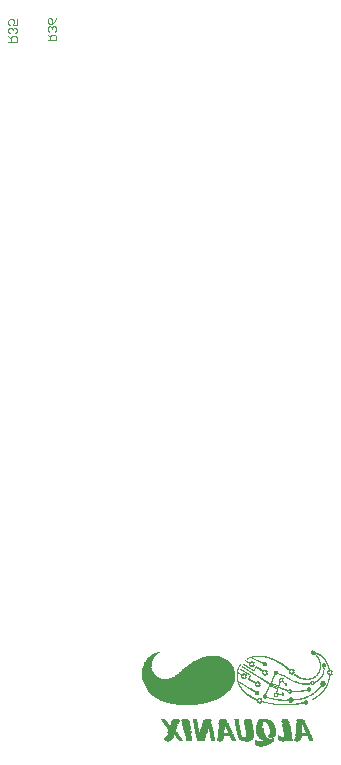
<source format=gbr>
G04 EAGLE Gerber RS-274X export*
G75*
%MOMM*%
%FSLAX34Y34*%
%LPD*%
%INSilkscreen Bottom*%
%IPPOS*%
%AMOC8*
5,1,8,0,0,1.08239X$1,22.5*%
G01*
%ADD10R,0.050800X0.012700*%
%ADD11R,0.342900X0.012700*%
%ADD12R,0.482600X0.012700*%
%ADD13R,0.571500X0.012700*%
%ADD14R,0.660400X0.012700*%
%ADD15R,0.723900X0.012700*%
%ADD16R,0.800100X0.012700*%
%ADD17R,0.850900X0.012700*%
%ADD18R,0.901700X0.012700*%
%ADD19R,0.952500X0.012700*%
%ADD20R,0.990600X0.012700*%
%ADD21R,1.028700X0.012700*%
%ADD22R,1.079500X0.012700*%
%ADD23R,1.104900X0.012700*%
%ADD24R,1.143000X0.012700*%
%ADD25R,1.181100X0.012700*%
%ADD26R,1.206500X0.012700*%
%ADD27R,1.219200X0.012700*%
%ADD28R,1.257300X0.012700*%
%ADD29R,1.282700X0.012700*%
%ADD30R,1.295400X0.012700*%
%ADD31R,1.320800X0.012700*%
%ADD32R,1.346200X0.012700*%
%ADD33R,1.358900X0.012700*%
%ADD34R,1.397000X0.012700*%
%ADD35R,1.409700X0.012700*%
%ADD36R,1.422400X0.012700*%
%ADD37R,1.435100X0.012700*%
%ADD38R,1.447800X0.012700*%
%ADD39R,1.473200X0.012700*%
%ADD40R,1.485900X0.012700*%
%ADD41R,0.393700X0.012700*%
%ADD42R,0.774700X0.012700*%
%ADD43R,0.304800X0.012700*%
%ADD44R,0.698500X0.012700*%
%ADD45R,0.241300X0.012700*%
%ADD46R,0.165100X0.012700*%
%ADD47R,0.647700X0.012700*%
%ADD48R,0.203200X0.012700*%
%ADD49R,0.317500X0.012700*%
%ADD50R,0.177800X0.012700*%
%ADD51R,0.190500X0.012700*%
%ADD52R,0.266700X0.012700*%
%ADD53R,0.381000X0.012700*%
%ADD54R,0.622300X0.012700*%
%ADD55R,0.469900X0.012700*%
%ADD56R,0.279400X0.012700*%
%ADD57R,0.330200X0.012700*%
%ADD58R,0.520700X0.012700*%
%ADD59R,0.139700X0.012700*%
%ADD60R,0.609600X0.012700*%
%ADD61R,0.355600X0.012700*%
%ADD62R,0.749300X0.012700*%
%ADD63R,0.114300X0.012700*%
%ADD64R,0.673100X0.012700*%
%ADD65R,0.368300X0.012700*%
%ADD66R,0.406400X0.012700*%
%ADD67R,0.419100X0.012700*%
%ADD68R,0.076200X0.012700*%
%ADD69R,0.292100X0.012700*%
%ADD70R,0.457200X0.012700*%
%ADD71R,0.444500X0.012700*%
%ADD72R,0.825500X0.012700*%
%ADD73R,0.812800X0.012700*%
%ADD74R,0.584200X0.012700*%
%ADD75R,0.863600X0.012700*%
%ADD76R,0.038100X0.012700*%
%ADD77R,0.635000X0.012700*%
%ADD78R,0.508000X0.012700*%
%ADD79R,0.495300X0.012700*%
%ADD80R,1.117600X0.012700*%
%ADD81R,0.889000X0.012700*%
%ADD82R,0.927100X0.012700*%
%ADD83R,0.533400X0.012700*%
%ADD84R,0.914400X0.012700*%
%ADD85R,0.965200X0.012700*%
%ADD86R,0.558800X0.012700*%
%ADD87R,0.546100X0.012700*%
%ADD88R,1.003300X0.012700*%
%ADD89R,1.130300X0.012700*%
%ADD90R,1.041400X0.012700*%
%ADD91R,0.977900X0.012700*%
%ADD92R,1.066800X0.012700*%
%ADD93R,1.155700X0.012700*%
%ADD94R,0.088900X0.012700*%
%ADD95R,0.685800X0.012700*%
%ADD96R,1.168400X0.012700*%
%ADD97R,0.012700X0.012700*%
%ADD98R,1.193800X0.012700*%
%ADD99R,0.596900X0.012700*%
%ADD100R,1.231900X0.012700*%
%ADD101R,0.711200X0.012700*%
%ADD102R,1.244600X0.012700*%
%ADD103R,0.736600X0.012700*%
%ADD104R,0.431800X0.012700*%
%ADD105R,0.152400X0.012700*%
%ADD106R,0.787400X0.012700*%
%ADD107R,0.127000X0.012700*%
%ADD108R,0.101600X0.012700*%
%ADD109R,0.025400X0.012700*%
%ADD110R,0.838200X0.012700*%
%ADD111R,1.308100X0.012700*%
%ADD112R,0.876300X0.012700*%
%ADD113R,1.270000X0.012700*%
%ADD114R,0.762000X0.012700*%
%ADD115R,0.254000X0.012700*%
%ADD116R,1.511300X0.012700*%
%ADD117R,0.215900X0.012700*%
%ADD118R,1.752600X0.012700*%
%ADD119R,1.930400X0.012700*%
%ADD120R,2.133600X0.012700*%
%ADD121R,2.286000X0.012700*%
%ADD122R,2.425700X0.012700*%
%ADD123R,2.578100X0.012700*%
%ADD124R,2.705100X0.012700*%
%ADD125R,2.857500X0.012700*%
%ADD126R,2.959100X0.012700*%
%ADD127R,0.063500X0.012700*%
%ADD128R,3.073400X0.012700*%
%ADD129R,3.187700X0.012700*%
%ADD130R,3.289300X0.012700*%
%ADD131R,3.403600X0.012700*%
%ADD132R,3.492500X0.012700*%
%ADD133R,3.594100X0.012700*%
%ADD134R,3.670300X0.012700*%
%ADD135R,3.759200X0.012700*%
%ADD136R,3.848100X0.012700*%
%ADD137R,3.924300X0.012700*%
%ADD138R,4.000500X0.012700*%
%ADD139R,4.076700X0.012700*%
%ADD140R,0.228600X0.012700*%
%ADD141R,4.140200X0.012700*%
%ADD142R,4.229100X0.012700*%
%ADD143R,4.279900X0.012700*%
%ADD144R,4.356100X0.012700*%
%ADD145R,4.419600X0.012700*%
%ADD146R,4.483100X0.012700*%
%ADD147R,4.559300X0.012700*%
%ADD148R,4.610100X0.012700*%
%ADD149R,4.673600X0.012700*%
%ADD150R,4.724400X0.012700*%
%ADD151R,4.787900X0.012700*%
%ADD152R,4.838700X0.012700*%
%ADD153R,4.889500X0.012700*%
%ADD154R,4.953000X0.012700*%
%ADD155R,5.003800X0.012700*%
%ADD156R,5.054600X0.012700*%
%ADD157R,5.092700X0.012700*%
%ADD158R,5.143500X0.012700*%
%ADD159R,5.194300X0.012700*%
%ADD160R,5.232400X0.012700*%
%ADD161R,5.283200X0.012700*%
%ADD162R,5.334000X0.012700*%
%ADD163R,5.372100X0.012700*%
%ADD164R,5.422900X0.012700*%
%ADD165R,5.461000X0.012700*%
%ADD166R,5.511800X0.012700*%
%ADD167R,5.537200X0.012700*%
%ADD168R,5.588000X0.012700*%
%ADD169R,5.626100X0.012700*%
%ADD170R,5.664200X0.012700*%
%ADD171R,5.702300X0.012700*%
%ADD172R,5.740400X0.012700*%
%ADD173R,5.778500X0.012700*%
%ADD174R,5.816600X0.012700*%
%ADD175R,5.842000X0.012700*%
%ADD176R,5.892800X0.012700*%
%ADD177R,5.918200X0.012700*%
%ADD178R,5.956300X0.012700*%
%ADD179R,5.981700X0.012700*%
%ADD180R,6.007100X0.012700*%
%ADD181R,6.057900X0.012700*%
%ADD182R,6.083300X0.012700*%
%ADD183R,6.121400X0.012700*%
%ADD184R,6.146800X0.012700*%
%ADD185R,6.172200X0.012700*%
%ADD186R,6.197600X0.012700*%
%ADD187R,6.235700X0.012700*%
%ADD188R,6.261100X0.012700*%
%ADD189R,6.299200X0.012700*%
%ADD190R,6.324600X0.012700*%
%ADD191R,6.362700X0.012700*%
%ADD192R,6.388100X0.012700*%
%ADD193R,6.413500X0.012700*%
%ADD194R,6.438900X0.012700*%
%ADD195R,6.464300X0.012700*%
%ADD196R,6.489700X0.012700*%
%ADD197R,6.515100X0.012700*%
%ADD198R,6.527800X0.012700*%
%ADD199R,6.565900X0.012700*%
%ADD200R,6.591300X0.012700*%
%ADD201R,6.616700X0.012700*%
%ADD202R,6.642100X0.012700*%
%ADD203R,6.667500X0.012700*%
%ADD204R,6.692900X0.012700*%
%ADD205R,6.718300X0.012700*%
%ADD206R,6.743700X0.012700*%
%ADD207R,6.769100X0.012700*%
%ADD208R,6.794500X0.012700*%
%ADD209R,6.819900X0.012700*%
%ADD210R,6.845300X0.012700*%
%ADD211R,6.858000X0.012700*%
%ADD212R,6.883400X0.012700*%
%ADD213R,6.908800X0.012700*%
%ADD214R,6.921500X0.012700*%
%ADD215R,6.934200X0.012700*%
%ADD216R,6.959600X0.012700*%
%ADD217R,6.985000X0.012700*%
%ADD218R,7.010400X0.012700*%
%ADD219R,7.035800X0.012700*%
%ADD220R,7.061200X0.012700*%
%ADD221R,7.073900X0.012700*%
%ADD222R,7.086600X0.012700*%
%ADD223R,7.112000X0.012700*%
%ADD224R,7.124700X0.012700*%
%ADD225R,7.150100X0.012700*%
%ADD226R,7.162800X0.012700*%
%ADD227R,7.175500X0.012700*%
%ADD228R,7.200900X0.012700*%
%ADD229R,7.226300X0.012700*%
%ADD230R,7.251700X0.012700*%
%ADD231R,7.277100X0.012700*%
%ADD232R,7.289800X0.012700*%
%ADD233R,7.302500X0.012700*%
%ADD234R,7.327900X0.012700*%
%ADD235R,7.340600X0.012700*%
%ADD236R,7.353300X0.012700*%
%ADD237R,7.378700X0.012700*%
%ADD238R,7.404100X0.012700*%
%ADD239R,7.416800X0.012700*%
%ADD240R,7.429500X0.012700*%
%ADD241R,7.442200X0.012700*%
%ADD242R,7.454900X0.012700*%
%ADD243R,7.467600X0.012700*%
%ADD244R,7.480300X0.012700*%
%ADD245R,7.493000X0.012700*%
%ADD246R,7.505700X0.012700*%
%ADD247R,7.518400X0.012700*%
%ADD248R,7.531100X0.012700*%
%ADD249R,7.543800X0.012700*%
%ADD250R,7.556500X0.012700*%
%ADD251R,7.569200X0.012700*%
%ADD252R,7.581900X0.012700*%
%ADD253R,7.594600X0.012700*%
%ADD254R,7.607300X0.012700*%
%ADD255R,7.620000X0.012700*%
%ADD256R,7.632700X0.012700*%
%ADD257R,7.645400X0.012700*%
%ADD258R,7.658100X0.012700*%
%ADD259R,7.670800X0.012700*%
%ADD260R,7.683500X0.012700*%
%ADD261R,7.696200X0.012700*%
%ADD262R,7.708900X0.012700*%
%ADD263R,7.721600X0.012700*%
%ADD264R,7.734300X0.012700*%
%ADD265R,7.759700X0.012700*%
%ADD266R,1.803400X0.012700*%
%ADD267R,5.676900X0.012700*%
%ADD268R,1.727200X0.012700*%
%ADD269R,5.600700X0.012700*%
%ADD270R,1.651000X0.012700*%
%ADD271R,5.549900X0.012700*%
%ADD272R,1.600200X0.012700*%
%ADD273R,5.499100X0.012700*%
%ADD274R,1.562100X0.012700*%
%ADD275R,5.448300X0.012700*%
%ADD276R,1.524000X0.012700*%
%ADD277R,5.435600X0.012700*%
%ADD278R,1.498600X0.012700*%
%ADD279R,5.397500X0.012700*%
%ADD280R,1.460500X0.012700*%
%ADD281R,5.359400X0.012700*%
%ADD282R,5.295900X0.012700*%
%ADD283R,1.384300X0.012700*%
%ADD284R,5.270500X0.012700*%
%ADD285R,1.371600X0.012700*%
%ADD286R,5.245100X0.012700*%
%ADD287R,5.219700X0.012700*%
%ADD288R,5.207000X0.012700*%
%ADD289R,5.181600X0.012700*%
%ADD290R,5.156200X0.012700*%
%ADD291R,5.130800X0.012700*%
%ADD292R,5.118100X0.012700*%
%ADD293R,5.067300X0.012700*%
%ADD294R,5.029200X0.012700*%
%ADD295R,5.016500X0.012700*%
%ADD296R,4.991100X0.012700*%
%ADD297R,4.978400X0.012700*%
%ADD298R,4.940300X0.012700*%
%ADD299R,4.927600X0.012700*%
%ADD300R,4.902200X0.012700*%
%ADD301R,1.092200X0.012700*%
%ADD302R,4.876800X0.012700*%
%ADD303R,4.851400X0.012700*%
%ADD304R,1.054100X0.012700*%
%ADD305R,4.826000X0.012700*%
%ADD306R,4.813300X0.012700*%
%ADD307R,4.800600X0.012700*%
%ADD308R,4.775200X0.012700*%
%ADD309R,1.016000X0.012700*%
%ADD310R,4.762500X0.012700*%
%ADD311R,4.749800X0.012700*%
%ADD312R,4.711700X0.012700*%
%ADD313R,4.699000X0.012700*%
%ADD314R,4.686300X0.012700*%
%ADD315R,4.660900X0.012700*%
%ADD316R,0.939800X0.012700*%
%ADD317R,4.635500X0.012700*%
%ADD318R,4.622800X0.012700*%
%ADD319R,4.597400X0.012700*%
%ADD320R,4.584700X0.012700*%
%ADD321R,4.572000X0.012700*%
%ADD322R,4.546600X0.012700*%
%ADD323R,4.533900X0.012700*%
%ADD324R,4.508500X0.012700*%
%ADD325R,4.495800X0.012700*%
%ADD326R,4.457700X0.012700*%
%ADD327R,4.432300X0.012700*%
%ADD328R,4.406900X0.012700*%
%ADD329R,4.394200X0.012700*%
%ADD330R,4.368800X0.012700*%
%ADD331R,4.343400X0.012700*%
%ADD332R,4.305300X0.012700*%
%ADD333R,4.292600X0.012700*%
%ADD334R,4.254500X0.012700*%
%ADD335R,4.241800X0.012700*%
%ADD336R,4.191000X0.012700*%
%ADD337R,4.178300X0.012700*%
%ADD338R,4.152900X0.012700*%
%ADD339R,4.127500X0.012700*%
%ADD340R,4.089400X0.012700*%
%ADD341R,4.051300X0.012700*%
%ADD342R,4.038600X0.012700*%
%ADD343R,3.987800X0.012700*%
%ADD344R,3.962400X0.012700*%
%ADD345R,3.937000X0.012700*%
%ADD346R,3.911600X0.012700*%
%ADD347R,3.898900X0.012700*%
%ADD348R,3.873500X0.012700*%
%ADD349R,3.822700X0.012700*%
%ADD350R,3.797300X0.012700*%
%ADD351R,3.771900X0.012700*%
%ADD352R,3.746500X0.012700*%
%ADD353R,3.733800X0.012700*%
%ADD354R,3.695700X0.012700*%
%ADD355R,3.644900X0.012700*%
%ADD356R,3.619500X0.012700*%
%ADD357R,3.556000X0.012700*%
%ADD358R,3.543300X0.012700*%
%ADD359R,3.505200X0.012700*%
%ADD360R,3.479800X0.012700*%
%ADD361R,3.441700X0.012700*%
%ADD362R,3.416300X0.012700*%
%ADD363R,3.390900X0.012700*%
%ADD364R,3.365500X0.012700*%
%ADD365R,3.327400X0.012700*%
%ADD366R,3.302000X0.012700*%
%ADD367R,3.263900X0.012700*%
%ADD368R,3.238500X0.012700*%
%ADD369R,3.200400X0.012700*%
%ADD370R,3.162300X0.012700*%
%ADD371R,3.136900X0.012700*%
%ADD372R,3.098800X0.012700*%
%ADD373R,3.035300X0.012700*%
%ADD374R,2.997200X0.012700*%
%ADD375R,2.971800X0.012700*%
%ADD376R,2.933700X0.012700*%
%ADD377R,2.895600X0.012700*%
%ADD378R,2.844800X0.012700*%
%ADD379R,2.806700X0.012700*%
%ADD380R,2.781300X0.012700*%
%ADD381R,2.743200X0.012700*%
%ADD382R,2.692400X0.012700*%
%ADD383R,2.654300X0.012700*%
%ADD384R,2.616200X0.012700*%
%ADD385R,2.565400X0.012700*%
%ADD386R,2.527300X0.012700*%
%ADD387R,2.476500X0.012700*%
%ADD388R,2.438400X0.012700*%
%ADD389R,2.387600X0.012700*%
%ADD390R,2.349500X0.012700*%
%ADD391R,2.235200X0.012700*%
%ADD392R,2.184400X0.012700*%
%ADD393R,2.082800X0.012700*%
%ADD394R,2.019300X0.012700*%
%ADD395R,1.968500X0.012700*%
%ADD396R,1.892300X0.012700*%
%ADD397R,1.841500X0.012700*%
%ADD398R,1.778000X0.012700*%
%ADD399R,1.701800X0.012700*%
%ADD400R,1.638300X0.012700*%
%ADD401C,0.050800*%


D10*
X2493582Y615569D03*
D11*
X2493518Y615696D03*
D12*
X2493582Y615823D03*
D13*
X2493645Y615950D03*
D14*
X2493709Y616077D03*
D15*
X2493772Y616204D03*
D16*
X2493899Y616331D03*
D17*
X2494026Y616458D03*
D18*
X2494026Y616585D03*
D19*
X2494153Y616712D03*
D20*
X2494217Y616839D03*
D21*
X2494280Y616966D03*
D22*
X2494407Y617093D03*
D23*
X2494534Y617220D03*
D24*
X2494598Y617347D03*
D25*
X2494661Y617474D03*
D26*
X2494788Y617601D03*
D27*
X2494852Y617728D03*
D28*
X2494915Y617855D03*
D29*
X2495042Y617982D03*
D30*
X2495106Y618109D03*
D31*
X2495233Y618236D03*
D32*
X2495360Y618363D03*
D33*
X2495423Y618490D03*
D34*
X2495487Y618617D03*
D35*
X2495550Y618744D03*
D36*
X2495614Y618871D03*
D37*
X2495804Y618998D03*
D38*
X2495868Y619125D03*
D39*
X2495995Y619252D03*
D40*
X2496058Y619379D03*
D18*
X2499106Y619506D03*
D41*
X2490597Y619506D03*
D42*
X2499868Y619633D03*
D43*
X2490153Y619633D03*
D44*
X2500376Y619760D03*
D45*
X2489962Y619760D03*
D46*
X2524379Y619887D03*
D45*
X2512060Y619887D03*
D47*
X2500884Y619887D03*
D48*
X2489772Y619887D03*
D49*
X2481453Y619887D03*
D50*
X2458657Y619887D03*
D51*
X2415159Y619887D03*
D52*
X2524379Y620014D03*
D53*
X2512251Y620014D03*
D54*
X2501138Y620014D03*
D50*
X2489645Y620014D03*
D55*
X2481326Y620014D03*
D52*
X2458593Y620014D03*
D56*
X2415096Y620014D03*
D57*
X2524316Y620141D03*
D58*
X2512568Y620141D03*
D44*
X2500630Y620141D03*
D59*
X2489581Y620141D03*
D60*
X2481263Y620141D03*
D11*
X2458593Y620141D03*
D61*
X2414969Y620141D03*
D53*
X2524316Y620268D03*
D54*
X2512822Y620268D03*
D62*
X2500376Y620268D03*
D63*
X2489454Y620268D03*
D64*
X2481199Y620268D03*
D65*
X2458593Y620268D03*
D66*
X2414969Y620268D03*
D65*
X2536190Y620395D03*
D67*
X2524379Y620395D03*
D10*
X2519871Y620395D03*
D62*
X2513203Y620395D03*
D16*
X2500122Y620395D03*
D68*
X2489391Y620395D03*
D62*
X2481199Y620395D03*
D65*
X2470404Y620395D03*
D67*
X2458593Y620395D03*
D69*
X2452878Y620395D03*
D60*
X2442401Y620395D03*
D13*
X2432812Y620395D03*
D57*
X2425637Y620395D03*
D70*
X2414969Y620395D03*
D53*
X2536127Y620522D03*
D71*
X2524379Y620522D03*
D22*
X2514727Y620522D03*
D72*
X2499868Y620522D03*
D10*
X2489391Y620522D03*
D73*
X2481136Y620522D03*
D65*
X2470404Y620522D03*
D71*
X2458593Y620522D03*
D69*
X2452878Y620522D03*
D54*
X2442464Y620522D03*
D74*
X2432749Y620522D03*
D57*
X2425510Y620522D03*
D12*
X2414969Y620522D03*
D65*
X2536063Y620649D03*
D55*
X2524379Y620649D03*
D23*
X2514600Y620649D03*
D75*
X2499678Y620649D03*
D76*
X2489327Y620649D03*
D75*
X2481136Y620649D03*
D65*
X2470277Y620649D03*
D55*
X2458593Y620649D03*
D69*
X2452878Y620649D03*
D77*
X2442401Y620649D03*
D74*
X2432749Y620649D03*
D11*
X2425446Y620649D03*
D78*
X2414969Y620649D03*
D65*
X2536063Y620776D03*
D79*
X2524379Y620776D03*
D80*
X2514537Y620776D03*
D81*
X2499551Y620776D03*
D82*
X2481072Y620776D03*
D65*
X2470277Y620776D03*
D79*
X2458593Y620776D03*
D43*
X2452815Y620776D03*
D77*
X2442401Y620776D03*
D74*
X2432749Y620776D03*
D57*
X2425383Y620776D03*
D83*
X2414969Y620776D03*
D65*
X2535936Y620903D03*
D58*
X2524379Y620903D03*
D80*
X2514410Y620903D03*
D84*
X2499424Y620903D03*
D85*
X2481009Y620903D03*
D65*
X2470277Y620903D03*
D58*
X2458593Y620903D03*
D69*
X2452751Y620903D03*
D77*
X2442401Y620903D03*
D13*
X2432685Y620903D03*
D57*
X2425256Y620903D03*
D86*
X2414969Y620903D03*
D65*
X2535936Y621030D03*
D87*
X2524379Y621030D03*
D80*
X2514410Y621030D03*
D82*
X2499233Y621030D03*
D88*
X2481072Y621030D03*
D65*
X2470150Y621030D03*
D87*
X2458593Y621030D03*
D69*
X2452751Y621030D03*
D47*
X2442464Y621030D03*
D74*
X2432622Y621030D03*
D57*
X2425129Y621030D03*
D74*
X2414969Y621030D03*
D61*
X2535873Y621157D03*
D86*
X2524316Y621157D03*
D89*
X2514346Y621157D03*
D19*
X2499106Y621157D03*
D90*
X2481009Y621157D03*
D65*
X2470150Y621157D03*
D86*
X2458657Y621157D03*
D69*
X2452751Y621157D03*
D47*
X2442464Y621157D03*
D74*
X2432622Y621157D03*
D11*
X2425065Y621157D03*
D60*
X2414969Y621157D03*
D65*
X2535809Y621284D03*
D13*
X2524379Y621284D03*
D24*
X2514283Y621284D03*
D91*
X2498979Y621284D03*
D92*
X2481009Y621284D03*
D61*
X2470087Y621284D03*
D13*
X2458593Y621284D03*
D69*
X2452751Y621284D03*
D64*
X2442464Y621284D03*
D74*
X2432622Y621284D03*
D57*
X2425002Y621284D03*
D77*
X2414969Y621284D03*
D61*
X2535746Y621411D03*
D74*
X2524443Y621411D03*
D24*
X2514283Y621411D03*
D20*
X2498789Y621411D03*
D23*
X2480945Y621411D03*
D65*
X2470023Y621411D03*
D74*
X2458657Y621411D03*
D43*
X2452688Y621411D03*
D64*
X2442464Y621411D03*
D74*
X2432622Y621411D03*
D57*
X2424875Y621411D03*
D47*
X2414905Y621411D03*
D61*
X2535746Y621538D03*
D13*
X2524506Y621538D03*
D93*
X2514219Y621538D03*
D59*
X2503043Y621538D03*
D64*
X2497074Y621538D03*
D89*
X2480945Y621538D03*
D61*
X2469960Y621538D03*
D13*
X2458720Y621538D03*
D43*
X2452688Y621538D03*
D64*
X2442464Y621538D03*
D74*
X2432622Y621538D03*
D11*
X2424811Y621538D03*
D14*
X2414969Y621538D03*
D65*
X2535682Y621665D03*
D13*
X2524633Y621665D03*
D24*
X2514156Y621665D03*
D94*
X2503297Y621665D03*
D77*
X2496757Y621665D03*
D93*
X2480945Y621665D03*
D65*
X2469896Y621665D03*
D13*
X2458847Y621665D03*
D69*
X2452624Y621665D03*
D64*
X2442464Y621665D03*
D74*
X2432495Y621665D03*
D11*
X2424684Y621665D03*
D95*
X2414969Y621665D03*
D61*
X2535619Y621792D03*
D86*
X2524697Y621792D03*
D93*
X2514092Y621792D03*
D76*
X2503424Y621792D03*
D54*
X2496439Y621792D03*
D96*
X2480882Y621792D03*
D61*
X2469833Y621792D03*
D86*
X2458911Y621792D03*
D69*
X2452624Y621792D03*
D95*
X2442528Y621792D03*
D74*
X2432495Y621792D03*
D57*
X2424621Y621792D03*
D64*
X2415032Y621792D03*
D61*
X2535619Y621919D03*
D13*
X2524760Y621919D03*
D93*
X2514092Y621919D03*
D97*
X2503551Y621919D03*
D60*
X2496249Y621919D03*
D98*
X2480882Y621919D03*
D61*
X2469833Y621919D03*
D86*
X2459038Y621919D03*
D69*
X2452624Y621919D03*
D44*
X2442464Y621919D03*
D74*
X2432495Y621919D03*
D57*
X2424494Y621919D03*
D14*
X2415223Y621919D03*
D61*
X2535492Y622046D03*
D86*
X2524824Y622046D03*
D93*
X2514092Y622046D03*
D60*
X2496122Y622046D03*
D27*
X2480882Y622046D03*
D11*
X2469769Y622046D03*
D86*
X2459038Y622046D03*
D69*
X2452624Y622046D03*
D44*
X2442464Y622046D03*
D74*
X2432495Y622046D03*
D11*
X2424430Y622046D03*
D77*
X2415350Y622046D03*
D61*
X2535492Y622173D03*
D86*
X2524951Y622173D03*
D93*
X2514092Y622173D03*
D99*
X2495931Y622173D03*
D100*
X2480818Y622173D03*
D61*
X2469706Y622173D03*
D86*
X2459165Y622173D03*
D43*
X2452561Y622173D03*
D101*
X2442528Y622173D03*
D74*
X2432495Y622173D03*
D11*
X2424303Y622173D03*
D77*
X2415477Y622173D03*
D11*
X2535428Y622300D03*
D86*
X2524951Y622300D03*
D24*
X2514029Y622300D03*
D60*
X2495741Y622300D03*
D102*
X2480882Y622300D03*
D11*
X2469642Y622300D03*
D86*
X2459165Y622300D03*
D69*
X2452497Y622300D03*
D101*
X2442528Y622300D03*
D13*
X2432431Y622300D03*
D57*
X2424240Y622300D03*
D54*
X2415540Y622300D03*
D61*
X2535365Y622427D03*
D87*
X2525014Y622427D03*
D24*
X2514029Y622427D03*
D99*
X2495550Y622427D03*
D28*
X2480818Y622427D03*
D61*
X2469579Y622427D03*
D87*
X2459228Y622427D03*
D69*
X2452497Y622427D03*
D101*
X2442528Y622427D03*
D74*
X2432368Y622427D03*
D57*
X2424113Y622427D03*
D54*
X2415667Y622427D03*
D11*
X2535301Y622554D03*
D87*
X2525014Y622554D03*
D24*
X2514029Y622554D03*
D99*
X2495423Y622554D03*
D101*
X2483676Y622554D03*
D87*
X2477135Y622554D03*
D11*
X2469515Y622554D03*
D86*
X2459292Y622554D03*
D69*
X2452497Y622554D03*
D15*
X2442591Y622554D03*
D74*
X2432368Y622554D03*
D11*
X2424049Y622554D03*
D60*
X2415731Y622554D03*
D11*
X2535301Y622681D03*
D86*
X2525078Y622681D03*
D24*
X2514029Y622681D03*
D99*
X2495296Y622681D03*
D47*
X2483993Y622681D03*
D55*
X2476627Y622681D03*
D11*
X2469515Y622681D03*
D87*
X2459355Y622681D03*
D69*
X2452497Y622681D03*
D15*
X2442591Y622681D03*
D74*
X2432368Y622681D03*
D11*
X2423922Y622681D03*
D60*
X2415858Y622681D03*
D11*
X2535174Y622808D03*
D87*
X2525141Y622808D03*
D24*
X2514029Y622808D03*
D51*
X2502154Y622808D03*
D99*
X2495169Y622808D03*
D77*
X2484057Y622808D03*
D71*
X2476500Y622808D03*
D11*
X2469388Y622808D03*
D87*
X2459355Y622808D03*
D43*
X2452434Y622808D03*
D103*
X2442528Y622808D03*
D74*
X2432368Y622808D03*
D57*
X2423859Y622808D03*
D99*
X2415921Y622808D03*
D11*
X2535174Y622935D03*
D87*
X2525141Y622935D03*
D89*
X2513965Y622935D03*
D56*
X2502218Y622935D03*
D99*
X2495042Y622935D03*
D77*
X2484184Y622935D03*
D104*
X2476310Y622935D03*
D11*
X2469388Y622935D03*
D87*
X2459355Y622935D03*
D43*
X2452434Y622935D03*
D62*
X2442591Y622935D03*
D74*
X2432241Y622935D03*
D11*
X2423795Y622935D03*
D60*
X2415985Y622935D03*
D11*
X2535047Y623062D03*
D86*
X2525205Y623062D03*
D89*
X2513965Y623062D03*
D57*
X2502218Y623062D03*
D74*
X2494979Y623062D03*
D54*
X2484247Y623062D03*
D104*
X2476183Y623062D03*
D57*
X2469325Y623062D03*
D87*
X2459482Y623062D03*
D69*
X2452370Y623062D03*
D62*
X2442591Y623062D03*
D74*
X2432241Y623062D03*
D11*
X2423668Y623062D03*
D99*
X2416048Y623062D03*
D11*
X2535047Y623189D03*
D87*
X2525268Y623189D03*
D89*
X2513965Y623189D03*
D65*
X2502281Y623189D03*
D74*
X2494852Y623189D03*
D60*
X2484311Y623189D03*
D67*
X2476119Y623189D03*
D11*
X2469261Y623189D03*
D87*
X2459482Y623189D03*
D69*
X2452370Y623189D03*
D62*
X2442591Y623189D03*
D74*
X2432241Y623189D03*
D11*
X2423541Y623189D03*
D74*
X2416112Y623189D03*
D57*
X2534984Y623316D03*
D87*
X2525268Y623316D03*
D99*
X2516632Y623316D03*
D43*
X2509838Y623316D03*
D67*
X2502281Y623316D03*
D74*
X2494725Y623316D03*
D99*
X2484374Y623316D03*
D67*
X2475992Y623316D03*
D57*
X2469198Y623316D03*
D87*
X2459482Y623316D03*
D69*
X2452370Y623316D03*
D42*
X2442591Y623316D03*
D74*
X2432241Y623316D03*
D57*
X2423478Y623316D03*
D99*
X2416175Y623316D03*
D11*
X2534920Y623443D03*
D87*
X2525268Y623443D03*
D99*
X2516632Y623443D03*
D45*
X2509520Y623443D03*
D71*
X2502281Y623443D03*
D74*
X2494598Y623443D03*
D60*
X2484438Y623443D03*
D66*
X2475929Y623443D03*
D11*
X2469134Y623443D03*
D87*
X2459482Y623443D03*
D69*
X2452370Y623443D03*
D42*
X2442591Y623443D03*
D74*
X2432241Y623443D03*
D11*
X2423414Y623443D03*
D74*
X2416239Y623443D03*
D57*
X2534857Y623570D03*
D87*
X2525268Y623570D03*
D99*
X2516632Y623570D03*
D48*
X2509330Y623570D03*
D12*
X2502345Y623570D03*
D99*
X2494534Y623570D03*
D60*
X2484438Y623570D03*
D67*
X2475865Y623570D03*
D11*
X2469134Y623570D03*
D83*
X2459546Y623570D03*
D43*
X2452307Y623570D03*
D42*
X2442591Y623570D03*
D74*
X2432241Y623570D03*
D11*
X2423287Y623570D03*
D99*
X2416302Y623570D03*
D11*
X2534793Y623697D03*
D87*
X2525395Y623697D03*
D99*
X2516632Y623697D03*
D105*
X2509203Y623697D03*
D78*
X2502345Y623697D03*
D74*
X2494471Y623697D03*
D99*
X2484501Y623697D03*
D66*
X2475802Y623697D03*
D57*
X2469071Y623697D03*
D87*
X2459609Y623697D03*
D69*
X2452243Y623697D03*
D106*
X2442655Y623697D03*
D74*
X2432114Y623697D03*
D11*
X2423160Y623697D03*
D74*
X2416366Y623697D03*
D57*
X2534730Y623824D03*
D87*
X2525395Y623824D03*
D74*
X2516569Y623824D03*
D107*
X2509076Y623824D03*
D58*
X2502408Y623824D03*
D74*
X2494344Y623824D03*
D99*
X2484501Y623824D03*
D66*
X2475675Y623824D03*
D11*
X2469007Y623824D03*
D87*
X2459609Y623824D03*
D69*
X2452243Y623824D03*
D106*
X2442655Y623824D03*
D74*
X2432114Y623824D03*
D11*
X2423160Y623824D03*
D13*
X2416429Y623824D03*
D57*
X2534730Y623951D03*
D87*
X2525395Y623951D03*
D74*
X2516569Y623951D03*
D108*
X2508949Y623951D03*
D87*
X2502408Y623951D03*
D74*
X2494217Y623951D03*
D99*
X2484501Y623951D03*
D66*
X2475675Y623951D03*
D57*
X2468944Y623951D03*
D87*
X2459609Y623951D03*
D69*
X2452243Y623951D03*
D106*
X2442655Y623951D03*
D74*
X2432114Y623951D03*
D11*
X2423033Y623951D03*
D74*
X2416493Y623951D03*
D57*
X2534603Y624078D03*
D87*
X2525395Y624078D03*
D74*
X2516569Y624078D03*
D68*
X2508949Y624078D03*
D86*
X2502472Y624078D03*
D99*
X2494153Y624078D03*
X2484501Y624078D03*
D66*
X2475548Y624078D03*
D11*
X2468880Y624078D03*
D87*
X2459609Y624078D03*
D69*
X2452243Y624078D03*
D73*
X2442655Y624078D03*
D74*
X2432114Y624078D03*
D11*
X2422906Y624078D03*
D74*
X2416493Y624078D03*
D57*
X2534603Y624205D03*
D87*
X2525395Y624205D03*
D99*
X2516505Y624205D03*
D10*
X2508822Y624205D03*
D13*
X2502408Y624205D03*
D74*
X2494090Y624205D03*
D99*
X2484501Y624205D03*
D66*
X2475548Y624205D03*
D57*
X2468817Y624205D03*
D83*
X2459673Y624205D03*
D43*
X2452180Y624205D03*
D73*
X2442655Y624205D03*
D13*
X2432050Y624205D03*
D11*
X2422779Y624205D03*
D13*
X2416556Y624205D03*
D57*
X2534476Y624332D03*
D83*
X2525459Y624332D03*
D74*
X2516442Y624332D03*
D109*
X2508822Y624332D03*
D74*
X2502472Y624332D03*
D99*
X2494026Y624332D03*
X2484501Y624332D03*
D41*
X2475484Y624332D03*
D57*
X2468817Y624332D03*
D83*
X2459673Y624332D03*
D43*
X2452180Y624332D03*
D73*
X2442655Y624332D03*
D74*
X2431987Y624332D03*
D11*
X2422779Y624332D03*
D74*
X2416620Y624332D03*
D57*
X2534476Y624459D03*
D83*
X2525459Y624459D03*
D74*
X2516442Y624459D03*
D99*
X2502535Y624459D03*
D74*
X2493963Y624459D03*
D99*
X2484501Y624459D03*
D66*
X2475421Y624459D03*
D57*
X2468690Y624459D03*
D83*
X2459673Y624459D03*
D69*
X2452116Y624459D03*
D72*
X2442718Y624459D03*
D74*
X2431987Y624459D03*
D11*
X2422652Y624459D03*
D13*
X2416683Y624459D03*
D57*
X2534476Y624586D03*
D83*
X2525459Y624586D03*
D74*
X2516442Y624586D03*
D60*
X2502472Y624586D03*
D74*
X2493836Y624586D03*
D99*
X2484501Y624586D03*
D66*
X2475421Y624586D03*
D57*
X2468690Y624586D03*
D83*
X2459673Y624586D03*
D69*
X2452116Y624586D03*
D72*
X2442718Y624586D03*
D74*
X2431987Y624586D03*
D11*
X2422525Y624586D03*
D74*
X2416747Y624586D03*
D31*
X2529396Y624713D03*
D74*
X2516442Y624713D03*
D60*
X2502599Y624713D03*
D99*
X2493772Y624713D03*
X2484501Y624713D03*
D66*
X2475294Y624713D03*
D31*
X2463610Y624713D03*
D69*
X2452116Y624713D03*
D110*
X2442655Y624713D03*
D74*
X2431987Y624713D03*
D61*
X2422462Y624713D03*
D74*
X2416747Y624713D03*
D31*
X2529396Y624840D03*
D99*
X2516378Y624840D03*
D86*
X2502853Y624840D03*
D74*
X2493709Y624840D03*
D99*
X2484501Y624840D03*
D66*
X2475294Y624840D03*
D31*
X2463610Y624840D03*
D43*
X2452053Y624840D03*
D17*
X2442718Y624840D03*
D74*
X2431987Y624840D03*
D61*
X2422335Y624840D03*
D13*
X2416810Y624840D03*
D111*
X2529332Y624967D03*
D99*
X2516378Y624967D03*
D87*
X2503043Y624967D03*
D99*
X2493645Y624967D03*
X2484501Y624967D03*
D66*
X2475294Y624967D03*
D111*
X2463546Y624967D03*
D43*
X2452053Y624967D03*
D17*
X2442718Y624967D03*
D74*
X2431860Y624967D03*
D11*
X2422271Y624967D03*
D74*
X2416874Y624967D03*
D111*
X2529332Y625094D03*
D74*
X2516315Y625094D03*
D83*
X2503107Y625094D03*
D74*
X2493582Y625094D03*
D99*
X2484501Y625094D03*
D66*
X2475167Y625094D03*
D111*
X2463546Y625094D03*
D69*
X2451989Y625094D03*
D17*
X2442718Y625094D03*
D74*
X2431860Y625094D03*
D11*
X2422144Y625094D03*
D74*
X2416874Y625094D03*
D30*
X2529269Y625221D03*
D74*
X2516315Y625221D03*
D83*
X2503234Y625221D03*
D99*
X2493518Y625221D03*
X2484501Y625221D03*
D66*
X2475167Y625221D03*
D29*
X2463546Y625221D03*
D69*
X2451989Y625221D03*
D75*
X2442782Y625221D03*
D74*
X2431860Y625221D03*
D61*
X2422081Y625221D03*
D13*
X2416937Y625221D03*
D30*
X2529269Y625348D03*
D74*
X2516315Y625348D03*
D83*
X2503234Y625348D03*
D99*
X2493518Y625348D03*
X2484501Y625348D03*
D66*
X2475167Y625348D03*
D29*
X2463546Y625348D03*
D69*
X2451989Y625348D03*
D112*
X2442718Y625348D03*
D74*
X2431860Y625348D03*
D61*
X2421954Y625348D03*
D74*
X2417001Y625348D03*
D29*
X2529205Y625475D03*
D74*
X2516315Y625475D03*
D58*
X2503297Y625475D03*
D99*
X2493391Y625475D03*
X2484501Y625475D03*
D66*
X2475167Y625475D03*
D113*
X2463483Y625475D03*
D69*
X2451989Y625475D03*
D112*
X2442718Y625475D03*
D74*
X2431860Y625475D03*
D11*
X2421890Y625475D03*
D74*
X2417001Y625475D03*
D113*
X2529269Y625602D03*
D99*
X2516251Y625602D03*
D83*
X2503361Y625602D03*
D99*
X2493391Y625602D03*
D74*
X2484438Y625602D03*
D66*
X2475040Y625602D03*
D113*
X2463483Y625602D03*
D43*
X2451926Y625602D03*
D81*
X2442782Y625602D03*
D74*
X2431733Y625602D03*
D11*
X2421763Y625602D03*
D13*
X2417064Y625602D03*
D28*
X2529205Y625729D03*
D99*
X2516251Y625729D03*
D58*
X2503424Y625729D03*
D99*
X2493264Y625729D03*
X2484374Y625729D03*
D66*
X2475040Y625729D03*
D28*
X2463419Y625729D03*
D69*
X2451862Y625729D03*
D81*
X2442782Y625729D03*
D74*
X2431733Y625729D03*
D82*
X2418842Y625729D03*
D28*
X2529205Y625856D03*
D74*
X2516188Y625856D03*
D58*
X2503424Y625856D03*
D99*
X2493264Y625856D03*
X2484374Y625856D03*
D66*
X2475040Y625856D03*
D28*
X2463419Y625856D03*
D69*
X2451862Y625856D03*
D81*
X2442782Y625856D03*
D74*
X2431733Y625856D03*
D18*
X2418842Y625856D03*
D102*
X2529142Y625983D03*
D74*
X2516188Y625983D03*
D83*
X2503488Y625983D03*
D74*
X2493201Y625983D03*
D99*
X2484374Y625983D03*
D66*
X2475040Y625983D03*
D102*
X2463356Y625983D03*
D69*
X2451862Y625983D03*
D18*
X2442845Y625983D03*
D74*
X2431733Y625983D03*
D81*
X2418779Y625983D03*
D102*
X2529142Y626110D03*
D74*
X2516188Y626110D03*
D83*
X2503488Y626110D03*
D99*
X2493137Y626110D03*
X2484374Y626110D03*
D66*
X2474913Y626110D03*
D102*
X2463356Y626110D03*
D69*
X2451862Y626110D03*
D99*
X2444369Y626110D03*
D69*
X2439797Y626110D03*
D74*
X2431733Y626110D03*
D81*
X2418779Y626110D03*
D100*
X2529078Y626237D03*
D99*
X2516124Y626237D03*
D83*
X2503488Y626237D03*
D99*
X2493137Y626237D03*
X2484374Y626237D03*
D66*
X2474913Y626237D03*
D102*
X2463356Y626237D03*
D43*
X2451799Y626237D03*
D99*
X2444369Y626237D03*
D43*
X2439734Y626237D03*
D74*
X2431606Y626237D03*
D75*
X2418779Y626237D03*
D100*
X2529078Y626364D03*
D99*
X2516124Y626364D03*
D83*
X2503488Y626364D03*
D74*
X2493074Y626364D03*
D99*
X2484374Y626364D03*
D66*
X2474913Y626364D03*
D100*
X2463292Y626364D03*
D43*
X2451799Y626364D03*
D60*
X2444433Y626364D03*
D69*
X2439670Y626364D03*
D74*
X2431606Y626364D03*
D17*
X2418715Y626364D03*
D27*
X2529015Y626491D03*
D74*
X2516061Y626491D03*
D83*
X2503488Y626491D03*
D99*
X2493010Y626491D03*
X2484247Y626491D03*
D66*
X2474913Y626491D03*
D27*
X2463229Y626491D03*
D69*
X2451735Y626491D03*
D99*
X2444496Y626491D03*
D69*
X2439670Y626491D03*
D74*
X2431606Y626491D03*
D110*
X2418652Y626491D03*
D27*
X2529015Y626618D03*
D74*
X2516061Y626618D03*
D83*
X2503488Y626618D03*
D99*
X2493010Y626618D03*
X2484247Y626618D03*
D66*
X2474786Y626618D03*
D27*
X2463229Y626618D03*
D69*
X2451735Y626618D03*
D99*
X2444496Y626618D03*
D69*
X2439670Y626618D03*
D74*
X2431606Y626618D03*
D72*
X2418715Y626618D03*
D49*
X2533396Y626745D03*
D83*
X2525586Y626745D03*
D74*
X2516061Y626745D03*
D83*
X2503488Y626745D03*
D99*
X2492883Y626745D03*
X2484247Y626745D03*
D66*
X2474786Y626745D03*
D49*
X2467737Y626745D03*
D83*
X2459800Y626745D03*
D69*
X2451735Y626745D03*
D60*
X2444560Y626745D03*
D43*
X2439607Y626745D03*
D74*
X2431606Y626745D03*
D73*
X2418652Y626745D03*
D49*
X2533396Y626872D03*
D83*
X2525586Y626872D03*
D74*
X2516061Y626872D03*
D87*
X2503551Y626872D03*
D99*
X2492883Y626872D03*
X2484247Y626872D03*
D66*
X2474786Y626872D03*
D49*
X2467610Y626872D03*
D58*
X2459863Y626872D03*
D69*
X2451735Y626872D03*
D99*
X2444623Y626872D03*
D43*
X2439607Y626872D03*
D99*
X2431542Y626872D03*
D16*
X2418588Y626872D03*
D49*
X2533396Y626999D03*
D58*
X2525649Y626999D03*
D99*
X2515997Y626999D03*
D87*
X2503551Y626999D03*
D99*
X2492883Y626999D03*
D74*
X2484184Y626999D03*
D66*
X2474786Y626999D03*
D49*
X2467610Y626999D03*
D58*
X2459863Y626999D03*
D43*
X2451672Y626999D03*
D99*
X2444623Y626999D03*
D69*
X2439543Y626999D03*
D74*
X2431479Y626999D03*
D42*
X2418588Y626999D03*
D49*
X2533269Y627126D03*
D58*
X2525649Y627126D03*
D99*
X2515997Y627126D03*
D87*
X2503551Y627126D03*
D99*
X2492883Y627126D03*
X2484120Y627126D03*
D66*
X2474786Y627126D03*
D49*
X2467483Y627126D03*
D58*
X2459863Y627126D03*
D69*
X2451608Y627126D03*
D60*
X2444687Y627126D03*
D69*
X2439543Y627126D03*
D74*
X2431479Y627126D03*
D42*
X2418588Y627126D03*
D49*
X2533269Y627253D03*
D58*
X2525649Y627253D03*
D74*
X2515934Y627253D03*
D87*
X2503551Y627253D03*
D99*
X2492756Y627253D03*
X2484120Y627253D03*
D66*
X2474786Y627253D03*
D49*
X2467483Y627253D03*
D58*
X2459863Y627253D03*
D69*
X2451608Y627253D03*
D99*
X2444750Y627253D03*
D69*
X2439543Y627253D03*
D74*
X2431479Y627253D03*
D114*
X2418525Y627253D03*
D49*
X2533142Y627380D03*
D58*
X2525649Y627380D03*
D74*
X2515934Y627380D03*
D87*
X2503551Y627380D03*
D99*
X2492756Y627380D03*
X2484120Y627380D03*
D66*
X2474659Y627380D03*
D49*
X2467356Y627380D03*
D58*
X2459863Y627380D03*
D69*
X2451608Y627380D03*
D99*
X2444750Y627380D03*
D69*
X2439543Y627380D03*
D74*
X2431479Y627380D03*
D103*
X2418525Y627380D03*
D49*
X2533142Y627507D03*
D58*
X2525649Y627507D03*
D74*
X2515934Y627507D03*
D87*
X2503551Y627507D03*
D99*
X2492756Y627507D03*
X2484120Y627507D03*
D66*
X2474659Y627507D03*
D49*
X2467356Y627507D03*
D58*
X2459863Y627507D03*
D69*
X2451608Y627507D03*
D60*
X2444814Y627507D03*
D43*
X2439480Y627507D03*
D74*
X2431352Y627507D03*
D103*
X2418525Y627507D03*
D49*
X2533015Y627634D03*
D58*
X2525649Y627634D03*
D74*
X2515934Y627634D03*
D87*
X2503551Y627634D03*
D99*
X2492629Y627634D03*
X2484120Y627634D03*
D66*
X2474659Y627634D03*
D49*
X2467229Y627634D03*
D58*
X2459863Y627634D03*
D69*
X2451608Y627634D03*
D99*
X2444877Y627634D03*
D69*
X2439416Y627634D03*
D74*
X2431352Y627634D03*
D15*
X2418461Y627634D03*
D49*
X2533015Y627761D03*
D58*
X2525649Y627761D03*
D99*
X2515870Y627761D03*
D87*
X2503551Y627761D03*
D99*
X2492629Y627761D03*
D74*
X2484057Y627761D03*
D66*
X2474659Y627761D03*
D49*
X2467229Y627761D03*
D58*
X2459863Y627761D03*
D43*
X2451545Y627761D03*
D99*
X2444877Y627761D03*
D69*
X2439416Y627761D03*
D74*
X2431352Y627761D03*
D44*
X2418461Y627761D03*
D49*
X2532888Y627888D03*
D58*
X2525649Y627888D03*
D74*
X2515807Y627888D03*
D87*
X2503551Y627888D03*
D99*
X2492629Y627888D03*
X2483993Y627888D03*
D66*
X2474659Y627888D03*
D43*
X2467166Y627888D03*
D83*
X2459927Y627888D03*
D43*
X2451545Y627888D03*
D60*
X2444941Y627888D03*
D69*
X2439416Y627888D03*
D74*
X2431352Y627888D03*
D95*
X2418398Y627888D03*
D49*
X2532888Y628015D03*
D58*
X2525649Y628015D03*
D74*
X2515807Y628015D03*
D87*
X2503551Y628015D03*
D99*
X2492629Y628015D03*
X2483993Y628015D03*
D66*
X2474532Y628015D03*
D49*
X2467102Y628015D03*
D83*
X2459927Y628015D03*
D69*
X2451481Y628015D03*
D99*
X2445004Y628015D03*
D69*
X2439416Y628015D03*
D74*
X2431352Y628015D03*
D64*
X2418461Y628015D03*
D43*
X2532825Y628142D03*
D83*
X2525713Y628142D03*
D74*
X2515807Y628142D03*
D87*
X2503551Y628142D03*
D74*
X2492566Y628142D03*
D99*
X2483993Y628142D03*
D66*
X2474532Y628142D03*
D43*
X2467039Y628142D03*
D58*
X2459990Y628142D03*
D69*
X2451481Y628142D03*
D99*
X2445004Y628142D03*
D43*
X2439353Y628142D03*
D99*
X2431288Y628142D03*
D14*
X2418398Y628142D03*
D49*
X2532761Y628269D03*
D83*
X2525713Y628269D03*
D74*
X2515807Y628269D03*
D87*
X2503551Y628269D03*
D99*
X2492502Y628269D03*
X2483993Y628269D03*
D66*
X2474532Y628269D03*
D49*
X2466975Y628269D03*
D58*
X2459990Y628269D03*
D69*
X2451481Y628269D03*
D99*
X2445131Y628269D03*
D43*
X2439353Y628269D03*
D74*
X2431225Y628269D03*
D47*
X2418334Y628269D03*
D43*
X2532698Y628396D03*
D83*
X2525713Y628396D03*
D99*
X2515743Y628396D03*
D87*
X2503551Y628396D03*
D99*
X2492502Y628396D03*
D74*
X2483930Y628396D03*
D66*
X2474532Y628396D03*
D43*
X2466912Y628396D03*
D58*
X2459990Y628396D03*
D43*
X2451418Y628396D03*
D99*
X2445131Y628396D03*
D69*
X2439289Y628396D03*
D74*
X2431225Y628396D03*
D77*
X2418398Y628396D03*
D49*
X2532634Y628523D03*
D83*
X2525713Y628523D03*
D99*
X2515743Y628523D03*
D86*
X2503488Y628523D03*
D99*
X2492502Y628523D03*
X2483866Y628523D03*
D66*
X2474532Y628523D03*
D49*
X2466848Y628523D03*
D58*
X2459990Y628523D03*
D43*
X2451418Y628523D03*
D99*
X2445131Y628523D03*
D69*
X2439289Y628523D03*
D74*
X2431225Y628523D03*
D54*
X2418334Y628523D03*
D43*
X2532571Y628650D03*
D58*
X2525776Y628650D03*
D74*
X2515680Y628650D03*
D86*
X2503488Y628650D03*
D99*
X2492502Y628650D03*
X2483866Y628650D03*
D66*
X2474405Y628650D03*
D43*
X2466785Y628650D03*
D58*
X2459990Y628650D03*
D69*
X2451354Y628650D03*
D99*
X2445258Y628650D03*
D69*
X2439289Y628650D03*
D74*
X2431225Y628650D03*
D60*
X2418271Y628650D03*
D49*
X2532507Y628777D03*
D58*
X2525776Y628777D03*
D74*
X2515680Y628777D03*
D86*
X2503488Y628777D03*
D74*
X2492439Y628777D03*
D99*
X2483866Y628777D03*
D66*
X2474405Y628777D03*
D43*
X2466785Y628777D03*
D58*
X2459990Y628777D03*
D69*
X2451354Y628777D03*
D99*
X2445258Y628777D03*
D43*
X2439226Y628777D03*
D74*
X2431225Y628777D03*
X2418271Y628777D03*
D43*
X2532444Y628904D03*
D58*
X2525776Y628904D03*
D74*
X2515680Y628904D03*
D86*
X2503488Y628904D03*
D74*
X2492439Y628904D03*
D99*
X2483866Y628904D03*
D66*
X2474405Y628904D03*
D49*
X2466721Y628904D03*
D58*
X2459990Y628904D03*
D69*
X2451354Y628904D03*
D99*
X2445258Y628904D03*
D43*
X2439226Y628904D03*
D74*
X2431098Y628904D03*
X2418271Y628904D03*
D43*
X2532444Y629031D03*
D58*
X2525776Y629031D03*
D74*
X2515680Y629031D03*
D86*
X2503488Y629031D03*
D99*
X2492375Y629031D03*
X2483866Y629031D03*
D66*
X2474405Y629031D03*
D43*
X2466658Y629031D03*
D58*
X2459990Y629031D03*
D69*
X2451354Y629031D03*
D99*
X2445385Y629031D03*
D69*
X2439162Y629031D03*
D74*
X2431098Y629031D03*
X2418271Y629031D03*
D43*
X2532317Y629158D03*
D58*
X2525776Y629158D03*
D99*
X2515616Y629158D03*
D86*
X2503488Y629158D03*
D99*
X2492375Y629158D03*
D74*
X2483803Y629158D03*
D66*
X2474405Y629158D03*
D43*
X2466531Y629158D03*
D58*
X2459990Y629158D03*
D43*
X2451291Y629158D03*
D99*
X2445385Y629158D03*
D69*
X2439162Y629158D03*
D74*
X2431098Y629158D03*
X2418398Y629158D03*
D43*
X2532317Y629285D03*
D58*
X2525776Y629285D03*
D74*
X2515553Y629285D03*
D87*
X2503424Y629285D03*
D99*
X2492375Y629285D03*
X2483739Y629285D03*
D66*
X2474405Y629285D03*
D43*
X2466531Y629285D03*
D58*
X2459990Y629285D03*
D69*
X2451227Y629285D03*
D99*
X2445385Y629285D03*
D69*
X2439162Y629285D03*
D74*
X2431098Y629285D03*
X2418398Y629285D03*
D43*
X2532190Y629412D03*
D58*
X2525776Y629412D03*
D74*
X2515553Y629412D03*
D86*
X2503361Y629412D03*
D99*
X2492375Y629412D03*
X2483739Y629412D03*
D66*
X2474278Y629412D03*
D49*
X2466467Y629412D03*
D58*
X2459990Y629412D03*
D69*
X2451227Y629412D03*
D99*
X2445512Y629412D03*
D69*
X2439162Y629412D03*
D99*
X2431034Y629412D03*
D60*
X2418398Y629412D03*
D43*
X2532190Y629539D03*
D58*
X2525776Y629539D03*
D74*
X2515553Y629539D03*
D86*
X2503361Y629539D03*
D74*
X2492312Y629539D03*
D99*
X2483739Y629539D03*
D66*
X2474278Y629539D03*
D43*
X2466404Y629539D03*
D58*
X2459990Y629539D03*
D69*
X2451227Y629539D03*
D99*
X2445512Y629539D03*
D43*
X2439099Y629539D03*
D74*
X2430971Y629539D03*
D54*
X2418334Y629539D03*
D43*
X2532063Y629666D03*
D58*
X2525776Y629666D03*
D74*
X2515553Y629666D03*
D86*
X2503361Y629666D03*
D74*
X2492312Y629666D03*
D99*
X2483739Y629666D03*
D66*
X2474278Y629666D03*
D43*
X2466404Y629666D03*
D58*
X2459990Y629666D03*
D69*
X2451227Y629666D03*
D99*
X2445512Y629666D03*
D43*
X2439099Y629666D03*
D74*
X2430971Y629666D03*
D54*
X2418334Y629666D03*
D43*
X2532063Y629793D03*
D58*
X2525776Y629793D03*
D99*
X2515489Y629793D03*
D86*
X2503361Y629793D03*
D74*
X2492312Y629793D03*
X2483676Y629793D03*
D66*
X2474278Y629793D03*
D43*
X2466277Y629793D03*
D78*
X2460054Y629793D03*
D43*
X2451164Y629793D03*
D99*
X2445639Y629793D03*
D69*
X2439035Y629793D03*
D74*
X2430971Y629793D03*
D47*
X2418334Y629793D03*
D69*
X2531999Y629920D03*
D78*
X2525840Y629920D03*
D74*
X2515426Y629920D03*
D86*
X2503361Y629920D03*
D74*
X2492312Y629920D03*
D99*
X2483612Y629920D03*
D41*
X2474214Y629920D03*
D43*
X2466277Y629920D03*
D78*
X2460054Y629920D03*
D43*
X2451164Y629920D03*
D99*
X2445639Y629920D03*
D69*
X2439035Y629920D03*
D74*
X2430971Y629920D03*
D14*
X2418271Y629920D03*
D43*
X2531936Y630047D03*
D78*
X2525840Y630047D03*
D74*
X2515426Y630047D03*
D86*
X2503361Y630047D03*
D99*
X2492248Y630047D03*
X2483612Y630047D03*
D66*
X2474151Y630047D03*
D43*
X2466150Y630047D03*
D78*
X2460054Y630047D03*
D69*
X2451100Y630047D03*
D99*
X2445639Y630047D03*
D69*
X2439035Y630047D03*
D74*
X2430971Y630047D03*
D64*
X2418207Y630047D03*
D43*
X2531936Y630174D03*
D78*
X2525840Y630174D03*
D74*
X2515426Y630174D03*
D13*
X2503297Y630174D03*
D99*
X2492248Y630174D03*
X2483612Y630174D03*
D66*
X2474151Y630174D03*
D43*
X2466150Y630174D03*
D78*
X2460054Y630174D03*
D69*
X2451100Y630174D03*
D99*
X2445766Y630174D03*
D43*
X2438972Y630174D03*
D99*
X2430907Y630174D03*
D95*
X2418271Y630174D03*
D43*
X2531809Y630301D03*
D78*
X2525840Y630301D03*
D74*
X2515426Y630301D03*
D86*
X2503234Y630301D03*
D99*
X2492248Y630301D03*
X2483612Y630301D03*
D66*
X2474151Y630301D03*
D43*
X2466023Y630301D03*
D58*
X2460117Y630301D03*
D69*
X2451100Y630301D03*
D99*
X2445766Y630301D03*
D43*
X2438972Y630301D03*
D74*
X2430844Y630301D03*
D44*
X2418207Y630301D03*
D43*
X2531809Y630428D03*
D78*
X2525840Y630428D03*
D99*
X2515362Y630428D03*
D86*
X2503234Y630428D03*
D99*
X2492248Y630428D03*
D74*
X2483549Y630428D03*
D66*
X2474151Y630428D03*
D43*
X2466023Y630428D03*
D58*
X2460117Y630428D03*
D43*
X2451037Y630428D03*
D99*
X2445766Y630428D03*
D43*
X2438972Y630428D03*
D74*
X2430844Y630428D03*
D101*
X2418144Y630428D03*
D43*
X2531682Y630555D03*
D78*
X2525840Y630555D03*
D99*
X2515362Y630555D03*
D86*
X2503234Y630555D03*
D99*
X2492248Y630555D03*
X2483485Y630555D03*
D66*
X2474151Y630555D03*
D43*
X2465896Y630555D03*
D58*
X2460117Y630555D03*
D43*
X2451037Y630555D03*
D99*
X2445893Y630555D03*
D69*
X2438908Y630555D03*
D74*
X2430844Y630555D03*
D103*
X2418144Y630555D03*
D43*
X2531682Y630682D03*
D78*
X2525840Y630682D03*
D74*
X2515299Y630682D03*
D86*
X2503234Y630682D03*
D99*
X2492248Y630682D03*
X2483485Y630682D03*
D41*
X2474087Y630682D03*
D43*
X2465896Y630682D03*
D58*
X2460117Y630682D03*
D69*
X2450973Y630682D03*
D99*
X2445893Y630682D03*
D69*
X2438908Y630682D03*
D74*
X2430844Y630682D03*
D103*
X2418144Y630682D03*
D43*
X2531555Y630809D03*
D78*
X2525840Y630809D03*
D74*
X2515299Y630809D03*
D86*
X2503107Y630809D03*
D74*
X2492185Y630809D03*
D99*
X2483485Y630809D03*
D66*
X2474024Y630809D03*
D43*
X2465769Y630809D03*
D58*
X2460117Y630809D03*
D69*
X2450973Y630809D03*
D99*
X2445893Y630809D03*
D69*
X2438908Y630809D03*
D74*
X2430717Y630809D03*
D62*
X2418080Y630809D03*
D43*
X2531555Y630936D03*
D78*
X2525840Y630936D03*
D74*
X2515299Y630936D03*
D86*
X2503107Y630936D03*
D74*
X2492185Y630936D03*
D99*
X2483485Y630936D03*
D66*
X2474024Y630936D03*
D43*
X2465769Y630936D03*
D58*
X2460117Y630936D03*
D69*
X2450973Y630936D03*
D99*
X2446020Y630936D03*
D43*
X2438845Y630936D03*
D74*
X2430717Y630936D03*
D42*
X2418080Y630936D03*
D43*
X2531428Y631063D03*
D78*
X2525840Y631063D03*
D74*
X2515299Y631063D03*
D86*
X2503107Y631063D03*
D74*
X2492185Y631063D03*
X2483422Y631063D03*
D66*
X2474024Y631063D03*
D69*
X2465705Y631063D03*
D58*
X2460117Y631063D03*
D69*
X2450973Y631063D03*
D99*
X2446020Y631063D03*
D69*
X2438781Y631063D03*
D74*
X2430717Y631063D03*
D106*
X2418017Y631063D03*
D43*
X2531428Y631190D03*
D58*
X2525903Y631190D03*
D99*
X2515235Y631190D03*
D86*
X2503107Y631190D03*
D74*
X2492185Y631190D03*
X2483422Y631190D03*
D66*
X2474024Y631190D03*
D43*
X2465642Y631190D03*
D78*
X2460181Y631190D03*
D43*
X2450910Y631190D03*
D99*
X2446020Y631190D03*
D69*
X2438781Y631190D03*
D74*
X2430717Y631190D03*
D73*
X2418017Y631190D03*
D69*
X2531364Y631317D03*
D58*
X2525903Y631317D03*
D74*
X2515172Y631317D03*
D13*
X2503043Y631317D03*
D74*
X2492185Y631317D03*
D99*
X2483358Y631317D03*
D66*
X2473897Y631317D03*
D69*
X2465578Y631317D03*
D78*
X2460181Y631317D03*
D43*
X2450910Y631317D03*
D74*
X2446084Y631317D03*
D69*
X2438781Y631317D03*
D74*
X2430717Y631317D03*
D73*
X2418017Y631317D03*
D43*
X2531301Y631444D03*
D78*
X2525967Y631444D03*
D74*
X2515172Y631444D03*
D86*
X2502980Y631444D03*
D74*
X2492185Y631444D03*
D99*
X2483358Y631444D03*
D66*
X2473897Y631444D03*
D43*
X2465515Y631444D03*
D78*
X2460181Y631444D03*
D69*
X2450846Y631444D03*
D99*
X2446147Y631444D03*
D69*
X2438781Y631444D03*
D99*
X2430653Y631444D03*
D72*
X2417953Y631444D03*
D69*
X2531237Y631571D03*
D78*
X2525967Y631571D03*
D74*
X2515172Y631571D03*
D86*
X2502980Y631571D03*
D74*
X2492185Y631571D03*
D99*
X2483358Y631571D03*
D66*
X2473897Y631571D03*
D69*
X2465451Y631571D03*
D78*
X2460181Y631571D03*
D69*
X2450846Y631571D03*
D74*
X2446211Y631571D03*
D43*
X2438718Y631571D03*
D74*
X2430590Y631571D03*
D17*
X2417953Y631571D03*
D43*
X2531174Y631698D03*
D78*
X2525967Y631698D03*
D74*
X2515172Y631698D03*
D86*
X2502980Y631698D03*
D74*
X2492185Y631698D03*
X2483295Y631698D03*
D66*
X2473897Y631698D03*
D43*
X2465388Y631698D03*
D78*
X2460181Y631698D03*
D69*
X2450846Y631698D03*
D99*
X2446274Y631698D03*
D43*
X2438718Y631698D03*
D74*
X2430590Y631698D03*
D75*
X2417890Y631698D03*
D69*
X2531110Y631825D03*
D78*
X2525967Y631825D03*
D99*
X2515108Y631825D03*
D86*
X2502853Y631825D03*
D74*
X2492185Y631825D03*
D99*
X2483231Y631825D03*
D66*
X2473897Y631825D03*
D69*
X2465324Y631825D03*
D78*
X2460181Y631825D03*
D18*
X2447798Y631825D03*
D43*
X2438718Y631825D03*
D74*
X2430590Y631825D03*
D75*
X2417890Y631825D03*
D43*
X2531047Y631952D03*
D78*
X2525967Y631952D03*
D99*
X2515108Y631952D03*
D86*
X2502853Y631952D03*
D74*
X2492185Y631952D03*
D99*
X2483231Y631952D03*
D66*
X2473897Y631952D03*
D43*
X2465261Y631952D03*
D78*
X2460181Y631952D03*
D18*
X2447798Y631952D03*
D69*
X2438654Y631952D03*
D74*
X2430590Y631952D03*
D81*
X2417890Y631952D03*
D69*
X2530983Y632079D03*
D78*
X2525967Y632079D03*
D74*
X2515045Y632079D03*
D86*
X2502853Y632079D03*
D74*
X2492185Y632079D03*
D99*
X2483231Y632079D03*
D66*
X2473770Y632079D03*
D43*
X2465261Y632079D03*
D78*
X2460181Y632079D03*
D112*
X2447798Y632079D03*
D69*
X2438654Y632079D03*
D99*
X2430526Y632079D03*
D18*
X2417826Y632079D03*
D43*
X2530920Y632206D03*
D78*
X2525967Y632206D03*
D74*
X2515045Y632206D03*
D86*
X2502726Y632206D03*
D74*
X2492185Y632206D03*
D99*
X2483231Y632206D03*
D66*
X2473770Y632206D03*
D69*
X2465197Y632206D03*
D78*
X2460181Y632206D03*
D112*
X2447798Y632206D03*
D43*
X2438591Y632206D03*
D74*
X2430463Y632206D03*
D18*
X2417826Y632206D03*
D69*
X2530856Y632333D03*
D78*
X2525967Y632333D03*
D74*
X2515045Y632333D03*
D86*
X2502726Y632333D03*
D74*
X2492185Y632333D03*
D99*
X2483231Y632333D03*
D66*
X2473770Y632333D03*
D43*
X2465134Y632333D03*
D78*
X2460181Y632333D03*
D112*
X2447798Y632333D03*
D43*
X2438591Y632333D03*
D74*
X2430463Y632333D03*
D82*
X2417826Y632333D03*
D43*
X2530793Y632460D03*
D78*
X2525967Y632460D03*
D74*
X2515045Y632460D03*
D87*
X2502662Y632460D03*
D74*
X2492185Y632460D03*
X2483168Y632460D03*
D66*
X2473770Y632460D03*
D69*
X2465070Y632460D03*
D78*
X2460181Y632460D03*
D75*
X2447862Y632460D03*
D43*
X2438591Y632460D03*
D74*
X2430463Y632460D03*
X2419541Y632460D03*
D11*
X2414778Y632460D03*
D69*
X2530729Y632587D03*
D78*
X2525967Y632587D03*
D99*
X2514981Y632587D03*
D86*
X2502599Y632587D03*
D74*
X2492185Y632587D03*
D99*
X2483104Y632587D03*
D66*
X2473770Y632587D03*
D43*
X2465007Y632587D03*
D79*
X2460244Y632587D03*
D75*
X2447862Y632587D03*
D69*
X2438527Y632587D03*
D74*
X2430463Y632587D03*
X2419541Y632587D03*
D11*
X2414651Y632587D03*
D69*
X2530729Y632714D03*
D78*
X2525967Y632714D03*
D74*
X2514918Y632714D03*
D87*
X2502535Y632714D03*
D74*
X2492185Y632714D03*
D99*
X2483104Y632714D03*
D66*
X2473643Y632714D03*
D69*
X2464943Y632714D03*
D79*
X2460244Y632714D03*
D17*
X2447925Y632714D03*
D69*
X2438527Y632714D03*
D99*
X2430399Y632714D03*
D74*
X2419668Y632714D03*
D61*
X2414588Y632714D03*
D43*
X2530666Y632841D03*
D78*
X2525967Y632841D03*
D74*
X2514918Y632841D03*
D86*
X2502472Y632841D03*
D13*
X2492248Y632841D03*
D99*
X2483104Y632841D03*
D66*
X2473643Y632841D03*
D43*
X2464880Y632841D03*
D79*
X2460244Y632841D03*
D110*
X2447862Y632841D03*
D69*
X2438527Y632841D03*
D99*
X2430399Y632841D03*
D74*
X2419668Y632841D03*
D11*
X2414524Y632841D03*
D69*
X2530602Y632968D03*
D79*
X2526030Y632968D03*
D74*
X2514918Y632968D03*
D86*
X2502472Y632968D03*
D13*
X2492248Y632968D03*
D99*
X2483104Y632968D03*
D66*
X2473643Y632968D03*
D69*
X2464816Y632968D03*
D79*
X2460244Y632968D03*
D110*
X2447862Y632968D03*
D69*
X2438527Y632968D03*
D74*
X2430336Y632968D03*
D99*
X2419731Y632968D03*
D11*
X2414397Y632968D03*
D43*
X2530539Y633095D03*
D79*
X2526030Y633095D03*
D74*
X2514918Y633095D03*
D87*
X2502408Y633095D03*
D13*
X2492248Y633095D03*
D74*
X2483041Y633095D03*
D66*
X2473643Y633095D03*
D43*
X2464753Y633095D03*
D79*
X2460244Y633095D03*
D72*
X2447925Y633095D03*
D43*
X2438464Y633095D03*
D74*
X2430336Y633095D03*
X2419795Y633095D03*
D61*
X2414334Y633095D03*
D69*
X2530475Y633222D03*
D79*
X2526030Y633222D03*
D99*
X2514854Y633222D03*
D86*
X2502345Y633222D03*
D13*
X2492248Y633222D03*
D99*
X2482977Y633222D03*
D66*
X2473643Y633222D03*
D69*
X2464689Y633222D03*
D79*
X2460244Y633222D03*
D72*
X2447925Y633222D03*
D69*
X2438400Y633222D03*
D74*
X2430336Y633222D03*
X2419795Y633222D03*
D61*
X2414207Y633222D03*
D43*
X2530412Y633349D03*
D79*
X2526030Y633349D03*
D74*
X2514791Y633349D03*
D87*
X2502281Y633349D03*
D13*
X2492248Y633349D03*
D99*
X2482977Y633349D03*
D66*
X2473516Y633349D03*
D43*
X2464626Y633349D03*
D79*
X2460244Y633349D03*
D72*
X2447925Y633349D03*
D69*
X2438400Y633349D03*
D74*
X2430336Y633349D03*
D99*
X2419858Y633349D03*
D11*
X2414143Y633349D03*
D69*
X2530348Y633476D03*
D79*
X2526030Y633476D03*
D74*
X2514791Y633476D03*
D87*
X2502281Y633476D03*
D13*
X2492248Y633476D03*
D99*
X2482977Y633476D03*
D66*
X2473516Y633476D03*
D69*
X2464562Y633476D03*
D78*
X2460308Y633476D03*
D16*
X2447925Y633476D03*
D69*
X2438400Y633476D03*
D99*
X2430272Y633476D03*
D74*
X2419922Y633476D03*
D11*
X2414016Y633476D03*
D43*
X2530285Y633603D03*
D79*
X2526030Y633603D03*
D74*
X2514791Y633603D03*
D87*
X2502154Y633603D03*
D86*
X2492312Y633603D03*
D99*
X2482977Y633603D03*
D66*
X2473516Y633603D03*
D69*
X2464562Y633603D03*
D78*
X2460308Y633603D03*
D16*
X2447925Y633603D03*
D43*
X2438337Y633603D03*
D74*
X2430209Y633603D03*
X2419922Y633603D03*
D61*
X2413953Y633603D03*
D69*
X2530221Y633730D03*
D79*
X2526030Y633730D03*
D74*
X2514791Y633730D03*
D83*
X2502091Y633730D03*
D86*
X2492312Y633730D03*
D74*
X2482914Y633730D03*
D66*
X2473516Y633730D03*
D69*
X2464435Y633730D03*
D78*
X2460308Y633730D03*
D16*
X2447925Y633730D03*
D43*
X2438337Y633730D03*
D74*
X2430209Y633730D03*
X2420049Y633730D03*
D61*
X2413826Y633730D03*
D69*
X2530221Y633857D03*
D79*
X2526030Y633857D03*
D74*
X2514791Y633857D03*
D87*
X2502027Y633857D03*
D86*
X2492312Y633857D03*
D99*
X2482850Y633857D03*
D66*
X2473516Y633857D03*
D69*
X2464435Y633857D03*
D79*
X2460244Y633857D03*
D106*
X2447989Y633857D03*
D43*
X2438337Y633857D03*
D74*
X2430209Y633857D03*
X2420049Y633857D03*
D11*
X2413762Y633857D03*
D16*
X2527554Y633984D03*
D99*
X2514727Y633984D03*
D83*
X2501964Y633984D03*
D86*
X2492312Y633984D03*
D99*
X2482850Y633984D03*
D66*
X2473516Y633984D03*
D16*
X2461768Y633984D03*
D106*
X2447989Y633984D03*
D69*
X2438273Y633984D03*
D99*
X2430145Y633984D03*
D74*
X2420049Y633984D03*
D11*
X2413635Y633984D03*
D16*
X2527554Y634111D03*
D74*
X2514664Y634111D03*
D87*
X2501900Y634111D03*
D86*
X2492312Y634111D03*
D99*
X2482850Y634111D03*
D66*
X2473389Y634111D03*
D16*
X2461768Y634111D03*
D42*
X2447925Y634111D03*
D69*
X2438273Y634111D03*
D74*
X2430082Y634111D03*
X2420176Y634111D03*
D61*
X2413572Y634111D03*
D106*
X2527491Y634238D03*
D74*
X2514664Y634238D03*
D83*
X2501837Y634238D03*
D87*
X2492375Y634238D03*
D99*
X2482850Y634238D03*
D66*
X2473389Y634238D03*
D42*
X2461768Y634238D03*
D114*
X2447989Y634238D03*
D69*
X2438273Y634238D03*
D74*
X2430082Y634238D03*
X2420176Y634238D03*
D61*
X2413445Y634238D03*
D42*
X2527554Y634365D03*
D74*
X2514664Y634365D03*
D83*
X2501710Y634365D03*
D87*
X2492375Y634365D03*
D99*
X2482850Y634365D03*
D66*
X2473389Y634365D03*
D42*
X2461768Y634365D03*
D114*
X2447989Y634365D03*
D43*
X2438210Y634365D03*
D74*
X2430082Y634365D03*
X2420176Y634365D03*
D11*
X2413381Y634365D03*
D114*
X2527491Y634492D03*
D74*
X2514664Y634492D03*
D83*
X2501710Y634492D03*
D87*
X2492375Y634492D03*
D74*
X2482787Y634492D03*
D66*
X2473389Y634492D03*
D114*
X2461705Y634492D03*
X2447989Y634492D03*
D43*
X2438210Y634492D03*
D74*
X2430082Y634492D03*
X2420303Y634492D03*
D61*
X2413318Y634492D03*
D114*
X2527491Y634619D03*
D74*
X2514664Y634619D03*
D83*
X2501583Y634619D03*
X2492439Y634619D03*
D99*
X2482723Y634619D03*
D41*
X2473325Y634619D03*
D114*
X2461705Y634619D03*
D62*
X2448052Y634619D03*
D69*
X2438146Y634619D03*
D99*
X2430018Y634619D03*
D74*
X2420303Y634619D03*
D61*
X2413191Y634619D03*
D62*
X2527427Y634746D03*
D74*
X2514537Y634746D03*
D83*
X2501456Y634746D03*
X2492439Y634746D03*
D99*
X2482723Y634746D03*
D66*
X2473262Y634746D03*
D114*
X2461705Y634746D03*
D62*
X2448052Y634746D03*
D69*
X2438146Y634746D03*
D99*
X2430018Y634746D03*
X2420366Y634746D03*
D61*
X2413064Y634746D03*
D62*
X2527427Y634873D03*
D74*
X2514537Y634873D03*
D58*
X2501392Y634873D03*
D87*
X2492502Y634873D03*
D99*
X2482723Y634873D03*
D66*
X2473262Y634873D03*
D62*
X2461641Y634873D03*
D103*
X2447989Y634873D03*
D69*
X2438146Y634873D03*
D74*
X2429955Y634873D03*
X2420430Y634873D03*
D11*
X2413000Y634873D03*
D103*
X2527364Y635000D03*
D74*
X2514537Y635000D03*
D83*
X2501329Y635000D03*
X2492566Y635000D03*
D74*
X2482660Y635000D03*
D66*
X2473262Y635000D03*
D62*
X2461641Y635000D03*
D15*
X2448052Y635000D03*
D43*
X2438083Y635000D03*
D74*
X2429955Y635000D03*
X2420430Y635000D03*
D61*
X2412937Y635000D03*
D103*
X2527364Y635127D03*
D74*
X2514537Y635127D03*
D83*
X2501202Y635127D03*
X2492566Y635127D03*
D74*
X2482660Y635127D03*
D66*
X2473262Y635127D03*
D103*
X2461578Y635127D03*
D15*
X2448052Y635127D03*
D43*
X2438083Y635127D03*
D74*
X2429955Y635127D03*
D99*
X2420493Y635127D03*
D61*
X2412810Y635127D03*
D15*
X2527300Y635254D03*
D74*
X2514537Y635254D03*
D58*
X2501138Y635254D03*
X2492629Y635254D03*
D99*
X2482596Y635254D03*
D66*
X2473262Y635254D03*
D103*
X2461578Y635254D03*
D15*
X2448052Y635254D03*
D43*
X2438083Y635254D03*
D74*
X2429955Y635254D03*
X2420557Y635254D03*
D61*
X2412683Y635254D03*
D15*
X2527300Y635381D03*
D99*
X2514473Y635381D03*
D58*
X2501011Y635381D03*
X2492629Y635381D03*
D99*
X2482596Y635381D03*
D66*
X2473135Y635381D03*
D15*
X2461514Y635381D03*
D101*
X2448116Y635381D03*
D69*
X2438019Y635381D03*
D99*
X2429891Y635381D03*
X2420620Y635381D03*
D61*
X2412683Y635381D03*
D15*
X2527300Y635508D03*
D74*
X2514410Y635508D03*
D58*
X2500884Y635508D03*
X2492756Y635508D03*
D99*
X2482596Y635508D03*
D66*
X2473135Y635508D03*
D101*
X2461578Y635508D03*
X2448116Y635508D03*
D69*
X2438019Y635508D03*
D74*
X2429828Y635508D03*
D99*
X2420620Y635508D03*
D61*
X2412556Y635508D03*
D101*
X2527237Y635635D03*
D74*
X2514410Y635635D03*
D58*
X2500757Y635635D03*
X2492756Y635635D03*
D99*
X2482596Y635635D03*
D66*
X2473135Y635635D03*
D44*
X2461514Y635635D03*
X2448052Y635635D03*
D69*
X2438019Y635635D03*
D74*
X2429828Y635635D03*
D99*
X2420747Y635635D03*
D61*
X2412429Y635635D03*
D101*
X2527237Y635762D03*
D74*
X2514410Y635762D03*
D58*
X2500630Y635762D03*
X2492883Y635762D03*
D74*
X2482533Y635762D03*
D66*
X2473135Y635762D03*
D44*
X2461514Y635762D03*
D95*
X2448116Y635762D03*
D43*
X2437956Y635762D03*
D74*
X2429828Y635762D03*
D60*
X2420811Y635762D03*
D61*
X2412302Y635762D03*
D44*
X2527173Y635889D03*
D74*
X2514410Y635889D03*
D78*
X2500567Y635889D03*
D58*
X2492883Y635889D03*
D74*
X2482533Y635889D03*
D66*
X2473135Y635889D03*
D95*
X2461451Y635889D03*
X2448116Y635889D03*
D43*
X2437956Y635889D03*
D99*
X2429764Y635889D03*
X2420874Y635889D03*
D61*
X2412302Y635889D03*
D95*
X2527237Y636016D03*
D74*
X2514410Y636016D03*
D78*
X2500440Y636016D03*
D58*
X2493010Y636016D03*
D99*
X2482469Y636016D03*
D41*
X2473071Y636016D03*
D95*
X2461451Y636016D03*
X2448116Y636016D03*
D69*
X2437892Y636016D03*
D99*
X2429764Y636016D03*
D60*
X2420938Y636016D03*
D61*
X2412175Y636016D03*
D64*
X2527173Y636143D03*
D74*
X2514283Y636143D03*
D58*
X2500249Y636143D03*
D78*
X2493074Y636143D03*
D99*
X2482469Y636143D03*
D66*
X2473008Y636143D03*
D64*
X2461387Y636143D03*
X2448179Y636143D03*
D69*
X2437892Y636143D03*
D99*
X2429764Y636143D03*
D60*
X2421065Y636143D03*
D61*
X2412048Y636143D03*
D64*
X2527173Y636270D03*
D74*
X2514283Y636270D03*
D58*
X2500122Y636270D03*
D78*
X2493201Y636270D03*
D99*
X2482469Y636270D03*
D66*
X2473008Y636270D03*
D64*
X2461387Y636270D03*
D14*
X2448116Y636270D03*
D69*
X2437892Y636270D03*
D74*
X2429701Y636270D03*
D60*
X2421065Y636270D03*
D61*
X2411921Y636270D03*
D14*
X2527110Y636397D03*
D74*
X2514283Y636397D03*
D83*
X2499932Y636397D03*
X2493328Y636397D03*
D74*
X2482406Y636397D03*
D66*
X2473008Y636397D03*
D14*
X2461324Y636397D03*
D47*
X2448179Y636397D03*
D43*
X2437829Y636397D03*
D74*
X2429701Y636397D03*
D54*
X2421128Y636397D03*
D61*
X2411921Y636397D03*
D14*
X2527110Y636524D03*
D74*
X2514283Y636524D03*
D83*
X2499678Y636524D03*
X2493455Y636524D03*
D74*
X2482406Y636524D03*
D66*
X2473008Y636524D03*
D14*
X2461324Y636524D03*
D47*
X2448179Y636524D03*
D43*
X2437829Y636524D03*
D74*
X2429701Y636524D03*
D54*
X2421255Y636524D03*
D61*
X2411794Y636524D03*
D47*
X2527046Y636651D03*
D74*
X2514283Y636651D03*
D89*
X2496566Y636651D03*
D99*
X2482342Y636651D03*
D41*
X2472944Y636651D03*
D47*
X2461260Y636651D03*
X2448179Y636651D03*
D43*
X2437829Y636651D03*
D99*
X2429637Y636651D03*
D77*
X2421446Y636651D03*
D61*
X2411667Y636651D03*
D47*
X2527046Y636778D03*
D99*
X2514219Y636778D03*
D23*
X2496566Y636778D03*
D99*
X2482342Y636778D03*
D66*
X2472881Y636778D03*
D47*
X2461260Y636778D03*
X2448179Y636778D03*
D69*
X2437765Y636778D03*
D74*
X2429574Y636778D03*
D47*
X2421509Y636778D03*
D65*
X2411603Y636778D03*
D77*
X2526983Y636905D03*
D74*
X2514156Y636905D03*
D92*
X2496503Y636905D03*
D99*
X2482342Y636905D03*
D66*
X2472881Y636905D03*
D77*
X2461197Y636905D03*
X2448243Y636905D03*
D69*
X2437765Y636905D03*
D74*
X2429574Y636905D03*
D47*
X2421636Y636905D03*
D61*
X2411540Y636905D03*
D77*
X2526983Y637032D03*
D74*
X2514156Y637032D03*
D90*
X2496503Y637032D03*
D74*
X2482279Y637032D03*
D66*
X2472881Y637032D03*
D77*
X2461197Y637032D03*
D54*
X2448179Y637032D03*
D43*
X2437702Y637032D03*
D74*
X2429574Y637032D03*
D14*
X2421700Y637032D03*
D61*
X2411413Y637032D03*
D54*
X2526919Y637159D03*
D74*
X2514156Y637159D03*
D20*
X2496503Y637159D03*
D74*
X2482279Y637159D03*
D66*
X2472881Y637159D03*
D60*
X2461197Y637159D03*
X2448243Y637159D03*
D43*
X2437702Y637159D03*
D74*
X2429574Y637159D03*
D77*
X2421700Y637159D03*
D61*
X2411286Y637159D03*
D60*
X2526983Y637286D03*
D74*
X2514156Y637286D03*
D19*
X2496439Y637286D03*
D99*
X2482215Y637286D03*
D66*
X2472881Y637286D03*
D60*
X2461197Y637286D03*
X2448243Y637286D03*
D43*
X2437702Y637286D03*
D99*
X2429510Y637286D03*
D60*
X2421700Y637286D03*
D65*
X2411222Y637286D03*
D99*
X2526919Y637413D03*
D74*
X2514156Y637413D03*
D84*
X2496376Y637413D03*
D99*
X2482215Y637413D03*
D41*
X2472817Y637413D03*
D60*
X2461197Y637413D03*
X2448243Y637413D03*
D69*
X2437638Y637413D03*
D74*
X2429447Y637413D03*
X2421700Y637413D03*
D61*
X2411159Y637413D03*
D99*
X2526919Y637540D03*
D74*
X2514029Y637540D03*
D112*
X2496439Y637540D03*
D99*
X2482215Y637540D03*
D66*
X2472754Y637540D03*
D99*
X2461133Y637540D03*
X2448306Y637540D03*
D69*
X2437638Y637540D03*
D74*
X2429447Y637540D03*
D86*
X2421700Y637540D03*
D61*
X2411032Y637540D03*
D74*
X2526856Y637667D03*
X2514029Y637667D03*
D73*
X2496376Y637667D03*
D99*
X2482215Y637667D03*
D66*
X2472754Y637667D03*
D74*
X2461070Y637667D03*
X2448243Y637667D03*
D69*
X2437638Y637667D03*
D74*
X2429447Y637667D03*
D58*
X2421636Y637667D03*
D65*
X2410968Y637667D03*
D74*
X2526856Y637794D03*
X2514029Y637794D03*
D114*
X2496376Y637794D03*
D74*
X2482152Y637794D03*
D66*
X2472754Y637794D03*
D74*
X2461070Y637794D03*
X2448243Y637794D03*
D43*
X2437575Y637794D03*
D74*
X2429447Y637794D03*
D79*
X2421636Y637794D03*
D65*
X2410841Y637794D03*
D13*
X2526792Y637921D03*
D74*
X2514029Y637921D03*
D101*
X2496376Y637921D03*
D74*
X2482152Y637921D03*
D41*
X2472690Y637921D03*
D74*
X2461070Y637921D03*
D13*
X2448306Y637921D03*
D56*
X2437575Y637921D03*
D74*
X2429447Y637921D03*
D70*
X2421573Y637921D03*
D61*
X2410778Y637921D03*
D77*
X2496376Y638048D03*
D66*
X2421573Y638048D03*
D86*
X2496376Y638175D03*
D11*
X2421636Y638175D03*
D71*
X2496312Y638302D03*
D115*
X2421573Y638302D03*
D43*
X2496376Y638429D03*
D63*
X2421636Y638429D03*
D73*
X2515045Y650494D03*
D24*
X2515045Y650621D03*
D41*
X2430907Y650621D03*
D38*
X2515045Y650748D03*
D91*
X2430907Y650748D03*
D99*
X2520315Y650875D03*
D65*
X2508504Y650875D03*
D29*
X2430907Y650875D03*
D79*
X2521712Y651002D03*
D56*
X2507044Y651002D03*
D116*
X2430907Y651002D03*
D94*
X2531237Y651129D03*
D71*
X2522982Y651129D03*
D117*
X2505710Y651129D03*
D118*
X2430844Y651129D03*
D59*
X2531237Y651256D03*
D66*
X2523935Y651256D03*
D50*
X2504758Y651256D03*
D119*
X2430844Y651256D03*
D51*
X2531237Y651383D03*
D53*
X2524824Y651383D03*
D105*
X2503742Y651383D03*
D120*
X2430844Y651383D03*
D117*
X2531237Y651510D03*
D65*
X2525649Y651510D03*
D107*
X2502980Y651510D03*
D121*
X2430844Y651510D03*
D45*
X2531237Y651637D03*
D61*
X2526348Y651637D03*
D63*
X2502281Y651637D03*
D122*
X2430780Y651637D03*
D52*
X2531237Y651764D03*
D57*
X2527110Y651764D03*
D108*
X2501456Y651764D03*
D123*
X2430780Y651764D03*
D56*
X2531174Y651891D03*
D49*
X2527681Y651891D03*
D94*
X2500884Y651891D03*
D124*
X2430780Y651891D03*
D99*
X2529713Y652018D03*
D68*
X2500059Y652018D03*
D108*
X2492312Y652018D03*
D125*
X2430780Y652018D03*
D83*
X2530031Y652145D03*
D68*
X2499551Y652145D03*
D46*
X2492248Y652145D03*
D126*
X2430780Y652145D03*
D55*
X2530348Y652272D03*
D127*
X2498979Y652272D03*
D117*
X2492248Y652272D03*
D128*
X2430717Y652272D03*
D67*
X2530729Y652399D03*
D127*
X2498344Y652399D03*
D52*
X2492248Y652399D03*
D129*
X2430780Y652399D03*
D65*
X2530983Y652526D03*
D68*
X2519109Y652526D03*
D10*
X2497900Y652526D03*
D69*
X2492248Y652526D03*
D130*
X2430780Y652526D03*
D57*
X2531174Y652653D03*
D46*
X2519172Y652653D03*
D76*
X2497201Y652653D03*
D49*
X2492248Y652653D03*
D131*
X2430717Y652653D03*
D49*
X2531237Y652780D03*
D117*
X2519172Y652780D03*
D76*
X2496820Y652780D03*
D63*
X2493391Y652780D03*
X2491105Y652780D03*
D132*
X2430780Y652780D03*
D49*
X2531237Y652907D03*
D115*
X2519109Y652907D03*
D109*
X2496376Y652907D03*
D108*
X2493582Y652907D03*
D94*
X2490978Y652907D03*
D133*
X2430780Y652907D03*
D49*
X2531237Y653034D03*
D56*
X2519109Y653034D03*
D109*
X2495741Y653034D03*
D94*
X2493645Y653034D03*
X2490851Y653034D03*
D134*
X2430780Y653034D03*
D43*
X2531174Y653161D03*
X2519109Y653161D03*
D97*
X2495423Y653161D03*
D94*
X2493772Y653161D03*
D68*
X2490788Y653161D03*
D135*
X2430844Y653161D03*
D43*
X2531174Y653288D03*
D57*
X2519109Y653288D03*
D68*
X2493836Y653288D03*
X2490661Y653288D03*
D136*
X2430907Y653288D03*
D69*
X2531237Y653415D03*
D61*
X2519109Y653415D03*
D97*
X2494534Y653415D03*
D68*
X2493963Y653415D03*
X2490661Y653415D03*
D137*
X2430907Y653415D03*
D52*
X2531237Y653542D03*
D65*
X2519172Y653542D03*
D68*
X2493963Y653542D03*
X2490534Y653542D03*
D138*
X2430907Y653542D03*
D115*
X2531174Y653669D03*
D53*
X2519109Y653669D03*
D127*
X2494026Y653669D03*
D68*
X2490534Y653669D03*
D139*
X2430907Y653669D03*
D140*
X2531174Y653796D03*
D41*
X2519172Y653796D03*
D127*
X2494026Y653796D03*
D68*
X2490534Y653796D03*
D141*
X2430971Y653796D03*
D48*
X2531174Y653923D03*
D66*
X2519109Y653923D03*
D127*
X2494026Y653923D03*
X2490470Y653923D03*
D142*
X2431034Y653923D03*
D50*
X2531174Y654050D03*
D66*
X2519109Y654050D03*
D127*
X2494026Y654050D03*
X2490470Y654050D03*
D143*
X2431034Y654050D03*
D107*
X2531174Y654177D03*
D75*
X2516950Y654177D03*
D127*
X2494026Y654177D03*
X2490470Y654177D03*
D144*
X2431034Y654177D03*
D90*
X2516061Y654304D03*
D127*
X2494026Y654304D03*
X2490470Y654304D03*
D145*
X2431098Y654304D03*
D24*
X2515553Y654431D03*
D127*
X2494026Y654431D03*
D68*
X2490534Y654431D03*
D146*
X2431161Y654431D03*
D113*
X2514918Y654558D03*
D127*
X2494026Y654558D03*
D94*
X2490470Y654558D03*
D147*
X2431161Y654558D03*
D64*
X2518918Y654685D03*
D67*
X2509901Y654685D03*
D68*
X2493963Y654685D03*
D63*
X2490343Y654685D03*
D148*
X2431161Y654685D03*
D94*
X2523363Y654812D03*
D104*
X2519109Y654812D03*
D56*
X2508441Y654812D03*
D68*
X2493963Y654812D03*
D46*
X2490216Y654812D03*
D149*
X2431225Y654812D03*
D97*
X2537206Y654939D03*
D94*
X2524379Y654939D03*
D67*
X2519172Y654939D03*
D140*
X2507425Y654939D03*
D68*
X2493836Y654939D03*
D51*
X2490089Y654939D03*
D150*
X2431225Y654939D03*
D97*
X2537333Y655066D03*
D94*
X2525141Y655066D03*
D67*
X2519172Y655066D03*
D50*
X2506663Y655066D03*
D94*
X2493772Y655066D03*
D45*
X2489962Y655066D03*
D151*
X2431288Y655066D03*
D97*
X2537714Y655193D03*
D94*
X2526030Y655193D03*
D66*
X2519109Y655193D03*
D105*
X2505774Y655193D03*
D94*
X2493645Y655193D03*
X2490851Y655193D03*
D46*
X2489327Y655193D03*
D152*
X2431288Y655193D03*
D97*
X2537841Y655320D03*
D94*
X2526538Y655320D03*
D66*
X2519109Y655320D03*
D59*
X2505202Y655320D03*
D108*
X2493582Y655320D03*
D94*
X2490978Y655320D03*
D46*
X2489073Y655320D03*
D153*
X2431288Y655320D03*
D97*
X2538095Y655447D03*
D94*
X2527173Y655447D03*
D41*
X2519172Y655447D03*
D63*
X2504440Y655447D03*
X2493391Y655447D03*
X2491232Y655447D03*
D105*
X2488756Y655447D03*
D154*
X2431352Y655447D03*
D97*
X2538349Y655574D03*
D68*
X2527745Y655574D03*
D53*
X2519109Y655574D03*
D63*
X2503932Y655574D03*
D49*
X2492248Y655574D03*
D105*
X2488502Y655574D03*
D155*
X2431352Y655574D03*
D109*
X2538540Y655701D03*
D94*
X2528189Y655701D03*
D65*
X2519172Y655701D03*
D94*
X2503424Y655701D03*
D69*
X2492248Y655701D03*
D105*
X2488248Y655701D03*
D156*
X2431352Y655701D03*
D109*
X2538794Y655828D03*
D68*
X2528761Y655828D03*
D61*
X2519109Y655828D03*
D94*
X2502789Y655828D03*
D115*
X2492312Y655828D03*
D105*
X2487867Y655828D03*
D157*
X2431415Y655828D03*
D109*
X2539048Y655955D03*
D94*
X2529205Y655955D03*
D11*
X2519172Y655955D03*
D68*
X2502345Y655955D03*
D117*
X2492248Y655955D03*
D59*
X2487676Y655955D03*
D158*
X2431415Y655955D03*
D97*
X2539238Y656082D03*
D68*
X2529650Y656082D03*
D49*
X2519172Y656082D03*
D127*
X2501773Y656082D03*
D46*
X2492248Y656082D03*
D59*
X2487295Y656082D03*
D159*
X2431415Y656082D03*
D109*
X2539429Y656209D03*
D68*
X2530031Y656209D03*
D69*
X2519172Y656209D03*
D127*
X2501392Y656209D03*
D94*
X2497074Y656209D03*
X2492248Y656209D03*
D107*
X2487105Y656209D03*
D160*
X2431479Y656209D03*
D109*
X2539683Y656336D03*
D94*
X2530475Y656336D03*
D115*
X2519109Y656336D03*
D10*
X2500948Y656336D03*
D59*
X2497074Y656336D03*
D107*
X2486851Y656336D03*
D161*
X2431479Y656336D03*
D109*
X2539810Y656463D03*
D94*
X2530856Y656463D03*
D140*
X2519109Y656463D03*
D76*
X2500503Y656463D03*
D51*
X2497074Y656463D03*
D107*
X2486597Y656463D03*
D162*
X2431479Y656463D03*
D109*
X2540064Y656590D03*
D68*
X2531174Y656590D03*
D50*
X2519109Y656590D03*
D76*
X2500122Y656590D03*
D117*
X2497074Y656590D03*
D107*
X2486343Y656590D03*
D163*
X2431542Y656590D03*
D109*
X2540318Y656717D03*
D68*
X2531555Y656717D03*
D94*
X2519172Y656717D03*
D109*
X2499678Y656717D03*
D45*
X2497074Y656717D03*
D107*
X2486089Y656717D03*
D164*
X2431542Y656717D03*
D109*
X2540445Y656844D03*
D94*
X2531872Y656844D03*
D109*
X2499297Y656844D03*
D52*
X2497074Y656844D03*
D63*
X2485898Y656844D03*
D165*
X2431606Y656844D03*
D76*
X2540635Y656971D03*
D68*
X2532190Y656971D03*
D97*
X2498979Y656971D03*
D56*
X2497011Y656971D03*
D63*
X2485644Y656971D03*
D166*
X2431606Y656971D03*
D109*
X2540826Y657098D03*
D94*
X2532507Y657098D03*
D43*
X2497138Y657098D03*
D63*
X2485390Y657098D03*
D167*
X2431606Y657098D03*
D76*
X2541016Y657225D03*
D68*
X2532825Y657225D03*
D69*
X2497074Y657225D03*
D63*
X2485263Y657225D03*
D168*
X2431606Y657225D03*
D109*
X2541207Y657352D03*
D94*
X2533142Y657352D03*
D108*
X2506663Y657352D03*
D49*
X2497074Y657352D03*
D63*
X2485009Y657352D03*
D169*
X2431669Y657352D03*
D76*
X2541397Y657479D03*
D94*
X2533396Y657479D03*
D105*
X2506663Y657479D03*
D49*
X2497074Y657479D03*
D63*
X2484755Y657479D03*
D170*
X2431606Y657479D03*
D109*
X2541588Y657606D03*
D68*
X2533714Y657606D03*
D51*
X2506599Y657606D03*
D49*
X2497074Y657606D03*
D108*
X2484565Y657606D03*
D171*
X2431669Y657606D03*
D109*
X2541715Y657733D03*
D68*
X2533968Y657733D03*
D140*
X2506663Y657733D03*
D49*
X2497074Y657733D03*
D108*
X2484311Y657733D03*
D172*
X2431733Y657733D03*
D76*
X2541905Y657860D03*
D68*
X2534222Y657860D03*
X2507425Y657860D03*
X2505774Y657860D03*
D49*
X2497074Y657860D03*
D108*
X2484184Y657860D03*
D173*
X2431669Y657860D03*
D109*
X2542096Y657987D03*
D68*
X2534476Y657987D03*
D127*
X2507615Y657987D03*
X2505583Y657987D03*
D49*
X2497074Y657987D03*
D108*
X2483930Y657987D03*
D174*
X2431733Y657987D03*
D76*
X2542286Y658114D03*
D68*
X2534730Y658114D03*
D127*
X2507742Y658114D03*
D10*
X2505520Y658114D03*
D49*
X2497074Y658114D03*
D108*
X2483803Y658114D03*
D175*
X2431733Y658114D03*
D76*
X2542413Y658241D03*
D68*
X2534984Y658241D03*
D10*
X2507806Y658241D03*
D127*
X2505456Y658241D03*
D49*
X2497074Y658241D03*
D108*
X2483549Y658241D03*
D176*
X2431733Y658241D03*
D109*
X2542604Y658368D03*
D68*
X2535238Y658368D03*
D127*
X2507869Y658368D03*
D10*
X2505393Y658368D03*
D69*
X2497074Y658368D03*
D108*
X2483422Y658368D03*
D177*
X2431733Y658368D03*
D109*
X2542731Y658495D03*
D68*
X2535492Y658495D03*
D10*
X2507933Y658495D03*
X2505266Y658495D03*
D69*
X2497074Y658495D03*
D94*
X2483231Y658495D03*
D178*
X2431796Y658495D03*
D76*
X2542921Y658622D03*
D68*
X2535746Y658622D03*
D127*
X2511933Y658622D03*
D10*
X2507933Y658622D03*
X2505266Y658622D03*
D52*
X2497074Y658622D03*
D94*
X2482977Y658622D03*
D179*
X2431796Y658622D03*
D76*
X2543048Y658749D03*
D94*
X2535936Y658749D03*
D63*
X2511933Y658749D03*
D10*
X2507933Y658749D03*
X2505266Y658749D03*
D52*
X2497074Y658749D03*
D94*
X2482850Y658749D03*
D180*
X2431796Y658749D03*
D76*
X2543175Y658876D03*
D68*
X2536127Y658876D03*
D105*
X2511870Y658876D03*
D10*
X2507933Y658876D03*
X2505266Y658876D03*
D45*
X2497074Y658876D03*
D94*
X2482723Y658876D03*
D181*
X2431796Y658876D03*
D109*
X2543366Y659003D03*
D68*
X2536381Y659003D03*
D50*
X2511870Y659003D03*
D127*
X2507996Y659003D03*
D10*
X2505266Y659003D03*
D117*
X2497074Y659003D03*
D127*
X2490216Y659003D03*
D94*
X2482469Y659003D03*
D182*
X2431796Y659003D03*
D76*
X2543556Y659130D03*
D94*
X2536571Y659130D03*
D50*
X2511870Y659130D03*
D46*
X2508504Y659130D03*
D10*
X2505266Y659130D03*
D50*
X2497138Y659130D03*
D59*
X2490216Y659130D03*
D94*
X2482342Y659130D03*
D183*
X2431860Y659130D03*
D76*
X2543683Y659257D03*
D68*
X2536762Y659257D03*
D71*
X2510663Y659257D03*
D10*
X2507933Y659257D03*
X2505266Y659257D03*
D105*
X2497265Y659257D03*
D51*
X2490216Y659257D03*
D68*
X2482152Y659257D03*
D184*
X2431860Y659257D03*
D76*
X2543810Y659384D03*
D68*
X2537016Y659384D03*
D41*
X2510917Y659384D03*
D127*
X2507869Y659384D03*
D10*
X2505393Y659384D03*
D127*
X2497836Y659384D03*
D117*
X2490216Y659384D03*
D68*
X2482025Y659384D03*
D185*
X2431860Y659384D03*
D76*
X2543937Y659511D03*
D94*
X2537206Y659511D03*
D57*
X2511362Y659511D03*
D10*
X2507806Y659511D03*
X2505393Y659511D03*
D127*
X2497836Y659511D03*
D45*
X2490216Y659511D03*
D94*
X2481834Y659511D03*
D186*
X2431860Y659511D03*
D76*
X2544064Y659638D03*
D68*
X2537397Y659638D03*
D56*
X2511616Y659638D03*
D127*
X2507742Y659638D03*
D10*
X2505520Y659638D03*
X2497900Y659638D03*
D52*
X2490216Y659638D03*
D94*
X2481707Y659638D03*
D187*
X2431923Y659638D03*
D76*
X2544191Y659765D03*
D94*
X2537587Y659765D03*
D140*
X2511870Y659765D03*
D127*
X2507615Y659765D03*
X2505583Y659765D03*
X2497963Y659765D03*
D52*
X2490216Y659765D03*
D68*
X2481517Y659765D03*
D188*
X2431923Y659765D03*
D109*
X2544382Y659892D03*
D68*
X2537778Y659892D03*
D48*
X2511870Y659892D03*
D94*
X2507488Y659892D03*
D68*
X2505774Y659892D03*
D10*
X2498027Y659892D03*
D69*
X2490216Y659892D03*
D68*
X2481390Y659892D03*
D189*
X2431860Y659892D03*
D109*
X2544509Y660019D03*
D68*
X2537905Y660019D03*
D48*
X2511870Y660019D03*
D140*
X2506663Y660019D03*
D127*
X2498090Y660019D03*
D69*
X2490216Y660019D03*
D68*
X2481263Y660019D03*
D190*
X2431860Y660019D03*
D76*
X2544699Y660146D03*
D68*
X2538159Y660146D03*
D51*
X2511933Y660146D03*
D48*
X2506663Y660146D03*
D10*
X2498154Y660146D03*
D49*
X2490216Y660146D03*
D68*
X2481136Y660146D03*
D191*
X2431923Y660146D03*
D76*
X2544826Y660273D03*
D68*
X2538286Y660273D03*
D50*
X2511870Y660273D03*
D46*
X2506599Y660273D03*
D127*
X2498217Y660273D03*
D49*
X2490216Y660273D03*
D127*
X2480945Y660273D03*
D192*
X2431923Y660273D03*
D76*
X2544953Y660400D03*
D68*
X2538540Y660400D03*
D97*
X2518029Y660400D03*
D105*
X2511870Y660400D03*
D59*
X2506726Y660400D03*
D10*
X2498281Y660400D03*
D49*
X2490216Y660400D03*
D127*
X2480818Y660400D03*
D193*
X2431923Y660400D03*
D76*
X2545080Y660527D03*
D68*
X2538667Y660527D03*
D107*
X2517966Y660527D03*
X2511870Y660527D03*
D127*
X2507107Y660527D03*
D10*
X2498281Y660527D03*
D49*
X2490216Y660527D03*
D68*
X2480628Y660527D03*
D194*
X2431923Y660527D03*
D76*
X2545207Y660654D03*
D68*
X2538794Y660654D03*
D46*
X2518029Y660654D03*
D68*
X2511870Y660654D03*
D10*
X2507171Y660654D03*
X2498408Y660654D03*
D49*
X2490216Y660654D03*
D68*
X2480501Y660654D03*
D195*
X2431923Y660654D03*
D76*
X2545334Y660781D03*
D68*
X2539048Y660781D03*
D117*
X2518029Y660781D03*
D10*
X2507171Y660781D03*
X2498408Y660781D03*
D49*
X2490216Y660781D03*
D68*
X2480374Y660781D03*
D196*
X2431923Y660781D03*
D76*
X2545461Y660908D03*
D68*
X2539175Y660908D03*
D63*
X2518664Y660908D03*
D108*
X2517331Y660908D03*
D127*
X2507234Y660908D03*
D10*
X2498535Y660908D03*
D49*
X2490216Y660908D03*
D68*
X2480247Y660908D03*
D197*
X2431923Y660908D03*
D76*
X2545588Y661035D03*
D68*
X2539302Y661035D03*
X2518855Y661035D03*
X2517077Y661035D03*
D10*
X2507298Y661035D03*
X2498535Y661035D03*
D49*
X2490216Y661035D03*
D68*
X2480120Y661035D03*
D198*
X2431987Y661035D03*
D76*
X2545715Y661162D03*
D68*
X2539556Y661162D03*
D127*
X2519045Y661162D03*
D68*
X2516950Y661162D03*
D10*
X2507298Y661162D03*
X2498662Y661162D03*
D43*
X2490153Y661162D03*
D68*
X2479993Y661162D03*
D199*
X2432050Y661162D03*
D10*
X2545779Y661289D03*
D68*
X2539683Y661289D03*
D127*
X2519172Y661289D03*
X2516886Y661289D03*
X2507361Y661289D03*
D10*
X2498662Y661289D03*
D49*
X2490089Y661289D03*
D127*
X2479929Y661289D03*
D200*
X2432050Y661289D03*
D10*
X2545906Y661416D03*
D68*
X2539810Y661416D03*
D10*
X2519236Y661416D03*
X2516823Y661416D03*
X2507425Y661416D03*
D76*
X2498725Y661416D03*
D49*
X2489962Y661416D03*
D127*
X2479802Y661416D03*
D201*
X2432050Y661416D03*
D76*
X2545969Y661543D03*
D68*
X2539937Y661543D03*
D127*
X2519299Y661543D03*
D10*
X2516696Y661543D03*
X2507425Y661543D03*
X2498789Y661543D03*
D11*
X2489835Y661543D03*
D127*
X2479675Y661543D03*
D202*
X2432050Y661543D03*
D76*
X2546096Y661670D03*
D68*
X2540064Y661670D03*
D10*
X2519363Y661670D03*
X2516696Y661670D03*
X2507425Y661670D03*
D76*
X2498852Y661670D03*
D11*
X2489708Y661670D03*
D127*
X2479548Y661670D03*
D203*
X2432050Y661670D03*
D76*
X2546223Y661797D03*
D68*
X2540318Y661797D03*
D63*
X2534158Y661797D03*
D86*
X2523681Y661797D03*
D10*
X2519363Y661797D03*
X2516696Y661797D03*
X2507552Y661797D03*
X2498916Y661797D03*
D117*
X2490216Y661797D03*
D63*
X2488311Y661797D03*
D127*
X2479421Y661797D03*
D204*
X2432050Y661797D03*
D76*
X2546350Y661924D03*
D68*
X2540445Y661924D03*
D46*
X2534158Y661924D03*
D81*
X2523554Y661924D03*
D10*
X2516696Y661924D03*
X2507552Y661924D03*
D76*
X2498979Y661924D03*
D51*
X2490216Y661924D03*
D63*
X2488057Y661924D03*
D127*
X2479294Y661924D03*
D205*
X2432050Y661924D03*
D76*
X2546477Y662051D03*
D68*
X2540572Y662051D03*
D48*
X2534095Y662051D03*
D41*
X2527300Y662051D03*
D10*
X2519363Y662051D03*
X2516696Y662051D03*
D76*
X2507615Y662051D03*
D10*
X2499043Y662051D03*
D59*
X2490216Y662051D03*
D108*
X2487867Y662051D03*
D127*
X2479167Y662051D03*
D206*
X2432050Y662051D03*
D76*
X2546604Y662178D03*
D68*
X2540699Y662178D03*
D140*
X2534095Y662178D03*
D11*
X2528443Y662178D03*
D10*
X2519363Y662178D03*
X2516696Y662178D03*
D76*
X2507615Y662178D03*
X2499106Y662178D03*
D127*
X2490216Y662178D03*
D63*
X2487676Y662178D03*
D127*
X2479040Y662178D03*
D206*
X2432050Y662178D03*
D10*
X2546668Y662305D03*
D68*
X2540826Y662305D03*
D115*
X2534095Y662305D03*
D57*
X2529396Y662305D03*
D10*
X2519363Y662305D03*
D68*
X2516569Y662305D03*
D10*
X2507679Y662305D03*
D76*
X2499106Y662305D03*
D108*
X2487486Y662305D03*
D127*
X2478913Y662305D03*
D207*
X2432050Y662305D03*
D10*
X2546795Y662432D03*
D68*
X2540953Y662432D03*
D52*
X2534158Y662432D03*
D69*
X2530221Y662432D03*
D127*
X2519299Y662432D03*
D108*
X2516442Y662432D03*
D76*
X2507742Y662432D03*
X2499233Y662432D03*
D108*
X2487232Y662432D03*
D10*
X2478850Y662432D03*
D208*
X2432050Y662432D03*
D76*
X2546858Y662559D03*
D68*
X2541080Y662559D03*
D69*
X2534158Y662559D03*
D56*
X2530920Y662559D03*
D10*
X2519236Y662559D03*
D105*
X2516315Y662559D03*
D76*
X2507742Y662559D03*
X2499233Y662559D03*
D108*
X2487105Y662559D03*
D10*
X2478723Y662559D03*
D209*
X2432050Y662559D03*
D76*
X2546985Y662686D03*
D68*
X2541207Y662686D03*
D83*
X2532952Y662686D03*
D127*
X2519172Y662686D03*
D51*
X2516124Y662686D03*
D10*
X2507806Y662686D03*
D76*
X2499360Y662686D03*
D108*
X2486851Y662686D03*
D127*
X2478659Y662686D03*
D210*
X2432050Y662686D03*
D76*
X2547112Y662813D03*
D68*
X2541334Y662813D03*
D12*
X2533206Y662813D03*
D127*
X2519045Y662813D03*
D140*
X2516061Y662813D03*
D76*
X2507869Y662813D03*
X2499360Y662813D03*
D94*
X2486660Y662813D03*
D127*
X2478532Y662813D03*
D211*
X2432114Y662813D03*
D10*
X2547176Y662940D03*
D68*
X2541461Y662940D03*
D104*
X2533587Y662940D03*
D68*
X2518982Y662940D03*
X2517077Y662940D03*
D46*
X2515362Y662940D03*
D76*
X2507869Y662940D03*
D109*
X2499424Y662940D03*
D108*
X2486470Y662940D03*
D127*
X2478405Y662940D03*
D212*
X2432114Y662940D03*
D10*
X2547303Y663067D03*
D68*
X2541588Y663067D03*
D53*
X2533841Y663067D03*
D94*
X2518791Y663067D03*
X2517267Y663067D03*
D46*
X2514981Y663067D03*
D76*
X2507869Y663067D03*
X2499487Y663067D03*
D94*
X2486279Y663067D03*
D10*
X2478342Y663067D03*
D213*
X2432114Y663067D03*
D76*
X2547366Y663194D03*
D68*
X2541715Y663194D03*
D57*
X2534095Y663194D03*
D117*
X2518029Y663194D03*
D105*
X2514664Y663194D03*
D76*
X2507996Y663194D03*
D109*
X2499551Y663194D03*
D94*
X2486025Y663194D03*
D10*
X2478215Y663194D03*
D214*
X2432050Y663194D03*
D76*
X2547493Y663321D03*
D68*
X2541842Y663321D03*
D49*
X2534158Y663321D03*
D51*
X2518029Y663321D03*
D105*
X2514283Y663321D03*
D76*
X2507996Y663321D03*
X2499614Y663321D03*
D108*
X2485835Y663321D03*
D10*
X2478088Y663321D03*
D215*
X2432114Y663321D03*
D10*
X2547557Y663448D03*
D68*
X2541969Y663448D03*
D49*
X2534158Y663448D03*
D59*
X2518029Y663448D03*
D105*
X2513902Y663448D03*
D76*
X2507996Y663448D03*
D109*
X2499678Y663448D03*
D94*
X2485644Y663448D03*
D127*
X2478024Y663448D03*
D216*
X2432114Y663448D03*
D10*
X2547684Y663575D03*
D68*
X2542096Y663575D03*
D49*
X2534158Y663575D03*
D68*
X2517966Y663575D03*
D105*
X2513521Y663575D03*
D76*
X2508123Y663575D03*
X2499741Y663575D03*
D94*
X2485390Y663575D03*
D10*
X2477961Y663575D03*
D217*
X2432114Y663575D03*
D76*
X2547747Y663702D03*
D68*
X2542223Y663702D03*
D49*
X2534158Y663702D03*
D59*
X2513203Y663702D03*
D76*
X2508123Y663702D03*
D109*
X2499805Y663702D03*
D94*
X2485263Y663702D03*
D10*
X2477834Y663702D03*
D218*
X2432114Y663702D03*
D76*
X2547874Y663829D03*
D68*
X2542350Y663829D03*
D43*
X2534095Y663829D03*
D59*
X2512822Y663829D03*
D76*
X2508123Y663829D03*
D109*
X2499805Y663829D03*
D94*
X2485009Y663829D03*
D10*
X2477707Y663829D03*
D218*
X2432114Y663829D03*
D10*
X2547938Y663956D03*
D68*
X2542477Y663956D03*
D69*
X2534158Y663956D03*
D107*
X2512378Y663956D03*
D127*
X2507996Y663956D03*
D109*
X2499932Y663956D03*
D68*
X2484819Y663956D03*
D10*
X2477707Y663956D03*
D219*
X2432114Y663956D03*
D10*
X2548065Y664083D03*
D68*
X2542604Y664083D03*
D56*
X2534095Y664083D03*
D107*
X2512124Y664083D03*
D68*
X2507806Y664083D03*
D109*
X2499932Y664083D03*
D94*
X2484628Y664083D03*
D10*
X2477580Y664083D03*
D220*
X2432114Y664083D03*
D76*
X2548128Y664210D03*
D68*
X2542731Y664210D03*
D52*
X2534158Y664210D03*
D107*
X2511616Y664210D03*
D68*
X2507552Y664210D03*
D109*
X2500059Y664210D03*
D68*
X2484438Y664210D03*
D10*
X2477453Y664210D03*
D221*
X2432177Y664210D03*
D10*
X2548192Y664337D03*
D68*
X2542858Y664337D03*
D45*
X2534158Y664337D03*
D63*
X2511298Y664337D03*
D127*
X2507234Y664337D03*
D109*
X2500059Y664337D03*
D68*
X2484184Y664337D03*
D10*
X2477453Y664337D03*
D222*
X2432114Y664337D03*
D10*
X2548319Y664464D03*
D94*
X2542921Y664464D03*
D140*
X2534095Y664464D03*
D63*
X2510917Y664464D03*
D127*
X2506980Y664464D03*
D109*
X2500059Y664464D03*
D68*
X2484057Y664464D03*
D10*
X2477326Y664464D03*
D223*
X2432114Y664464D03*
D76*
X2548382Y664591D03*
D68*
X2542985Y664591D03*
D51*
X2534158Y664591D03*
D63*
X2510536Y664591D03*
D127*
X2506599Y664591D03*
D109*
X2500186Y664591D03*
D68*
X2483803Y664591D03*
D10*
X2477199Y664591D03*
D224*
X2432177Y664591D03*
D10*
X2548446Y664718D03*
D68*
X2543112Y664718D03*
D105*
X2534095Y664718D03*
D108*
X2510219Y664718D03*
D127*
X2506345Y664718D03*
D97*
X2500249Y664718D03*
D127*
X2483612Y664718D03*
D10*
X2477199Y664718D03*
D225*
X2432177Y664718D03*
D10*
X2548573Y664845D03*
D68*
X2543239Y664845D03*
D94*
X2534158Y664845D03*
D108*
X2509838Y664845D03*
D10*
X2506028Y664845D03*
D109*
X2500313Y664845D03*
D68*
X2483422Y664845D03*
D10*
X2477072Y664845D03*
D226*
X2432114Y664845D03*
D10*
X2548573Y664972D03*
D68*
X2543366Y664972D03*
D108*
X2509457Y664972D03*
D10*
X2505774Y664972D03*
D109*
X2500313Y664972D03*
D68*
X2483168Y664972D03*
D10*
X2476945Y664972D03*
D227*
X2432177Y664972D03*
D10*
X2548700Y665099D03*
D68*
X2543493Y665099D03*
D94*
X2509139Y665099D03*
D10*
X2505520Y665099D03*
D109*
X2500440Y665099D03*
D127*
X2482977Y665099D03*
D76*
X2476881Y665099D03*
D228*
X2432177Y665099D03*
D76*
X2548763Y665226D03*
D94*
X2543556Y665226D03*
X2508758Y665226D03*
D76*
X2505202Y665226D03*
D109*
X2500440Y665226D03*
D68*
X2482787Y665226D03*
D10*
X2476818Y665226D03*
D228*
X2432177Y665226D03*
D10*
X2548827Y665353D03*
D68*
X2543620Y665353D03*
D94*
X2508377Y665353D03*
D76*
X2504948Y665353D03*
D97*
X2500503Y665353D03*
D127*
X2482596Y665353D03*
D76*
X2476754Y665353D03*
D229*
X2432177Y665353D03*
D10*
X2548954Y665480D03*
D68*
X2543747Y665480D03*
X2507933Y665480D03*
D76*
X2504567Y665480D03*
D97*
X2500630Y665480D03*
D127*
X2482342Y665480D03*
D10*
X2476691Y665480D03*
D230*
X2432177Y665480D03*
D10*
X2548954Y665607D03*
D68*
X2543874Y665607D03*
X2507679Y665607D03*
D76*
X2504313Y665607D03*
D97*
X2500630Y665607D03*
D127*
X2482215Y665607D03*
D10*
X2476564Y665607D03*
D230*
X2432177Y665607D03*
D10*
X2549081Y665734D03*
D68*
X2544001Y665734D03*
D127*
X2507234Y665734D03*
D109*
X2503996Y665734D03*
X2500694Y665734D03*
D127*
X2481961Y665734D03*
D76*
X2476500Y665734D03*
D231*
X2432177Y665734D03*
D76*
X2549144Y665861D03*
D68*
X2544001Y665861D03*
D127*
X2506853Y665861D03*
D109*
X2503742Y665861D03*
D94*
X2502154Y665861D03*
D97*
X2500757Y665861D03*
D10*
X2481771Y665861D03*
X2476437Y665861D03*
D232*
X2432241Y665861D03*
D10*
X2549208Y665988D03*
D68*
X2544128Y665988D03*
D10*
X2506536Y665988D03*
D109*
X2503488Y665988D03*
D59*
X2502154Y665988D03*
D109*
X2500821Y665988D03*
D59*
X2490724Y665988D03*
D127*
X2481580Y665988D03*
D76*
X2476373Y665988D03*
D233*
X2432177Y665988D03*
D10*
X2549335Y666115D03*
D68*
X2545652Y666115D03*
X2544255Y666115D03*
D10*
X2506155Y666115D03*
D48*
X2502218Y666115D03*
D97*
X2500884Y666115D03*
D51*
X2490724Y666115D03*
D127*
X2481326Y666115D03*
D10*
X2476310Y666115D03*
D234*
X2432177Y666115D03*
D10*
X2549335Y666242D03*
D105*
X2545652Y666242D03*
D68*
X2544382Y666242D03*
D10*
X2505774Y666242D03*
D117*
X2502154Y666242D03*
D97*
X2500884Y666242D03*
D45*
X2490724Y666242D03*
D10*
X2481136Y666242D03*
D76*
X2476246Y666242D03*
D234*
X2432177Y666242D03*
D10*
X2549462Y666369D03*
D52*
X2545334Y666369D03*
D10*
X2505393Y666369D03*
D45*
X2502154Y666369D03*
D52*
X2490724Y666369D03*
D127*
X2480945Y666369D03*
D76*
X2476119Y666369D03*
D235*
X2432241Y666369D03*
D10*
X2549462Y666496D03*
D56*
X2545525Y666496D03*
D109*
X2508822Y666496D03*
D76*
X2505075Y666496D03*
D52*
X2502154Y666496D03*
D69*
X2490724Y666496D03*
D10*
X2480755Y666496D03*
D76*
X2476119Y666496D03*
D236*
X2432177Y666496D03*
D10*
X2549589Y666623D03*
D69*
X2545588Y666623D03*
D68*
X2508695Y666623D03*
D76*
X2504694Y666623D03*
D56*
X2502218Y666623D03*
D107*
X2491677Y666623D03*
X2489772Y666623D03*
D10*
X2480501Y666623D03*
D76*
X2475992Y666623D03*
D237*
X2432177Y666623D03*
D10*
X2549589Y666750D03*
D43*
X2545652Y666750D03*
D63*
X2508504Y666750D03*
D109*
X2504250Y666750D03*
D69*
X2502154Y666750D03*
D108*
X2491931Y666750D03*
X2489518Y666750D03*
D10*
X2480374Y666750D03*
D76*
X2475992Y666750D03*
D237*
X2432177Y666750D03*
D10*
X2549716Y666877D03*
D57*
X2545652Y666877D03*
D76*
X2509012Y666877D03*
D108*
X2508060Y666877D03*
D109*
X2503996Y666877D03*
D43*
X2502218Y666877D03*
D108*
X2492058Y666877D03*
X2489391Y666877D03*
D10*
X2480120Y666877D03*
D76*
X2475865Y666877D03*
D238*
X2432177Y666877D03*
D10*
X2549716Y667004D03*
D61*
X2545652Y667004D03*
D94*
X2514600Y667004D03*
D76*
X2509012Y667004D03*
D94*
X2507615Y667004D03*
D49*
X2502154Y667004D03*
D68*
X2492185Y667004D03*
X2489264Y667004D03*
D76*
X2479929Y667004D03*
D10*
X2475802Y667004D03*
D239*
X2432241Y667004D03*
D10*
X2549843Y667131D03*
D65*
X2545588Y667131D03*
D59*
X2514600Y667131D03*
D76*
X2509139Y667131D03*
D68*
X2507298Y667131D03*
D49*
X2502154Y667131D03*
D94*
X2492248Y667131D03*
X2489200Y667131D03*
D10*
X2479739Y667131D03*
D76*
X2475738Y667131D03*
D240*
X2432177Y667131D03*
D10*
X2549843Y667258D03*
D53*
X2545652Y667258D03*
D46*
X2514600Y667258D03*
D76*
X2509139Y667258D03*
D68*
X2506917Y667258D03*
D49*
X2502154Y667258D03*
D68*
X2492312Y667258D03*
X2489137Y667258D03*
D76*
X2479548Y667258D03*
X2475738Y667258D03*
D241*
X2432241Y667258D03*
D10*
X2549970Y667385D03*
D41*
X2545588Y667385D03*
D51*
X2514600Y667385D03*
D10*
X2509203Y667385D03*
D127*
X2506472Y667385D03*
D49*
X2502154Y667385D03*
D68*
X2492439Y667385D03*
X2489010Y667385D03*
D76*
X2479294Y667385D03*
X2475611Y667385D03*
D242*
X2432177Y667385D03*
D10*
X2549970Y667512D03*
D66*
X2545652Y667512D03*
D94*
X2537460Y667512D03*
D51*
X2514600Y667512D03*
D76*
X2509266Y667512D03*
D127*
X2506091Y667512D03*
D49*
X2502154Y667512D03*
D68*
X2492439Y667512D03*
X2489010Y667512D03*
D76*
X2479167Y667512D03*
X2475611Y667512D03*
D243*
X2432241Y667512D03*
D10*
X2550097Y667639D03*
D66*
X2545652Y667639D03*
D46*
X2537460Y667639D03*
D48*
X2514537Y667639D03*
D10*
X2509330Y667639D03*
D127*
X2505710Y667639D03*
D49*
X2502154Y667639D03*
D68*
X2492439Y667639D03*
D127*
X2488946Y667639D03*
D76*
X2478913Y667639D03*
X2475484Y667639D03*
D244*
X2432177Y667639D03*
D10*
X2550097Y667766D03*
D67*
X2545588Y667766D03*
D51*
X2537460Y667766D03*
D117*
X2514600Y667766D03*
D76*
X2509393Y667766D03*
D10*
X2505266Y667766D03*
D49*
X2502154Y667766D03*
D127*
X2492502Y667766D03*
X2488946Y667766D03*
D76*
X2478659Y667766D03*
X2475484Y667766D03*
D244*
X2432177Y667766D03*
D76*
X2550160Y667893D03*
D104*
X2545652Y667893D03*
D117*
X2537460Y667893D03*
X2514600Y667893D03*
D10*
X2509457Y667893D03*
X2504885Y667893D03*
D49*
X2502154Y667893D03*
D127*
X2492502Y667893D03*
X2488946Y667893D03*
D76*
X2478532Y667893D03*
X2475357Y667893D03*
D245*
X2432241Y667893D03*
D10*
X2550224Y668020D03*
D104*
X2545652Y668020D03*
D68*
X2538286Y668020D03*
X2536635Y668020D03*
D71*
X2531618Y668020D03*
D117*
X2514600Y668020D03*
D76*
X2509520Y668020D03*
X2504440Y668020D03*
D43*
X2502091Y668020D03*
D127*
X2492502Y668020D03*
X2488946Y668020D03*
D76*
X2478278Y668020D03*
X2475357Y668020D03*
D246*
X2432177Y668020D03*
D10*
X2550224Y668147D03*
D104*
X2545652Y668147D03*
D68*
X2538413Y668147D03*
X2536508Y668147D03*
D54*
X2531618Y668147D03*
D117*
X2514600Y668147D03*
D10*
X2509584Y668147D03*
D109*
X2504123Y668147D03*
D49*
X2502027Y668147D03*
D127*
X2492502Y668147D03*
X2488946Y668147D03*
D109*
X2478088Y668147D03*
D76*
X2475230Y668147D03*
D247*
X2432241Y668147D03*
D10*
X2550351Y668274D03*
D104*
X2545652Y668274D03*
D127*
X2538603Y668274D03*
D10*
X2536381Y668274D03*
D16*
X2531618Y668274D03*
D117*
X2514600Y668274D03*
D10*
X2509584Y668274D03*
D11*
X2501900Y668274D03*
D127*
X2492502Y668274D03*
X2488946Y668274D03*
D76*
X2477897Y668274D03*
X2475230Y668274D03*
D248*
X2432177Y668274D03*
D10*
X2550351Y668401D03*
D104*
X2545652Y668401D03*
D10*
X2538667Y668401D03*
D19*
X2531745Y668401D03*
D51*
X2514600Y668401D03*
D10*
X2509711Y668401D03*
D11*
X2501773Y668401D03*
D68*
X2492439Y668401D03*
D127*
X2488946Y668401D03*
D109*
X2477707Y668401D03*
X2475167Y668401D03*
D249*
X2432241Y668401D03*
D10*
X2550478Y668528D03*
D104*
X2545652Y668528D03*
D127*
X2538730Y668528D03*
D66*
X2534476Y668528D03*
D11*
X2528189Y668528D03*
D51*
X2514600Y668528D03*
D10*
X2509711Y668528D03*
D61*
X2501583Y668528D03*
D68*
X2492439Y668528D03*
X2489010Y668528D03*
D109*
X2477453Y668528D03*
D76*
X2475103Y668528D03*
D250*
X2432177Y668528D03*
D10*
X2550478Y668655D03*
D67*
X2545588Y668655D03*
D10*
X2538794Y668655D03*
D45*
X2535174Y668655D03*
X2527173Y668655D03*
D51*
X2514473Y668655D03*
D10*
X2509838Y668655D03*
D117*
X2502154Y668655D03*
D63*
X2500249Y668655D03*
D68*
X2492439Y668655D03*
X2489010Y668655D03*
D109*
X2477326Y668655D03*
D76*
X2475103Y668655D03*
D251*
X2432241Y668655D03*
D127*
X2550541Y668782D03*
D66*
X2545652Y668782D03*
D10*
X2538794Y668782D03*
D46*
X2535555Y668782D03*
D117*
X2526538Y668782D03*
D51*
X2514346Y668782D03*
D10*
X2509838Y668782D03*
D46*
X2502154Y668782D03*
D107*
X2500059Y668782D03*
D68*
X2492312Y668782D03*
D94*
X2489073Y668782D03*
D109*
X2477072Y668782D03*
X2475040Y668782D03*
D251*
X2432241Y668782D03*
D10*
X2550605Y668909D03*
D66*
X2545652Y668909D03*
D10*
X2538794Y668909D03*
D94*
X2535936Y668909D03*
D50*
X2525967Y668909D03*
D63*
X2514600Y668909D03*
D127*
X2513584Y668909D03*
X2509901Y668909D03*
D63*
X2502154Y668909D03*
X2499868Y668909D03*
D94*
X2492248Y668909D03*
D63*
X2489073Y668909D03*
D97*
X2476881Y668909D03*
D76*
X2474976Y668909D03*
D252*
X2432177Y668909D03*
D10*
X2550605Y669036D03*
D66*
X2545652Y669036D03*
D10*
X2538794Y669036D03*
X2536127Y669036D03*
D46*
X2525522Y669036D03*
D76*
X2514600Y669036D03*
D127*
X2513457Y669036D03*
D10*
X2509965Y669036D03*
D97*
X2502535Y669036D03*
D63*
X2499614Y669036D03*
D68*
X2492185Y669036D03*
D107*
X2489010Y669036D03*
D109*
X2476691Y669036D03*
X2474913Y669036D03*
D253*
X2432241Y669036D03*
D127*
X2550668Y669163D03*
D53*
X2545652Y669163D03*
D10*
X2538794Y669163D03*
X2536127Y669163D03*
D105*
X2525078Y669163D03*
D127*
X2513330Y669163D03*
D10*
X2509965Y669163D03*
D97*
X2502535Y669163D03*
D63*
X2499487Y669163D03*
D108*
X2492058Y669163D03*
D50*
X2489010Y669163D03*
D97*
X2476500Y669163D03*
D76*
X2474849Y669163D03*
D254*
X2432177Y669163D03*
D10*
X2550732Y669290D03*
D65*
X2545588Y669290D03*
D10*
X2538794Y669290D03*
X2536127Y669290D03*
D59*
X2524633Y669290D03*
D127*
X2513203Y669290D03*
D10*
X2510092Y669290D03*
D97*
X2502662Y669290D03*
D63*
X2499233Y669290D03*
D108*
X2491931Y669290D03*
D117*
X2488946Y669290D03*
D97*
X2476246Y669290D03*
D76*
X2474849Y669290D03*
D254*
X2432177Y669290D03*
D10*
X2550732Y669417D03*
D61*
X2545652Y669417D03*
D10*
X2538794Y669417D03*
X2536127Y669417D03*
D59*
X2524252Y669417D03*
D127*
X2513076Y669417D03*
D10*
X2510092Y669417D03*
D97*
X2502662Y669417D03*
D63*
X2499106Y669417D03*
X2491740Y669417D03*
X2489708Y669417D03*
X2488311Y669417D03*
D97*
X2476119Y669417D03*
D109*
X2474786Y669417D03*
D255*
X2432241Y669417D03*
D10*
X2550859Y669544D03*
D57*
X2545652Y669544D03*
D127*
X2538730Y669544D03*
X2536190Y669544D03*
D107*
X2523808Y669544D03*
D10*
X2512886Y669544D03*
X2510219Y669544D03*
D97*
X2502789Y669544D03*
D63*
X2498852Y669544D03*
D69*
X2490724Y669544D03*
D63*
X2488057Y669544D03*
D76*
X2474722Y669544D03*
D256*
X2432177Y669544D03*
D10*
X2550859Y669671D03*
D49*
X2545588Y669671D03*
D109*
X2539429Y669671D03*
D10*
X2538667Y669671D03*
X2536254Y669671D03*
D63*
X2523490Y669671D03*
D10*
X2512759Y669671D03*
X2510219Y669671D03*
D97*
X2502789Y669671D03*
D108*
X2498662Y669671D03*
D52*
X2490724Y669671D03*
D63*
X2487803Y669671D03*
D97*
X2475611Y669671D03*
D76*
X2474722Y669671D03*
D257*
X2432241Y669671D03*
D10*
X2550859Y669798D03*
D69*
X2545588Y669798D03*
D97*
X2539746Y669798D03*
D127*
X2538603Y669798D03*
X2536317Y669798D03*
D108*
X2523173Y669798D03*
D10*
X2512632Y669798D03*
D127*
X2510282Y669798D03*
D109*
X2502853Y669798D03*
D63*
X2498471Y669798D03*
D45*
X2490724Y669798D03*
D107*
X2487613Y669798D03*
D109*
X2474659Y669798D03*
D257*
X2432241Y669798D03*
D127*
X2550922Y669925D03*
D52*
X2545588Y669925D03*
D109*
X2540064Y669925D03*
D127*
X2538476Y669925D03*
X2536444Y669925D03*
D108*
X2522792Y669925D03*
D76*
X2512568Y669925D03*
D105*
X2510854Y669925D03*
D97*
X2502916Y669925D03*
D108*
X2498281Y669925D03*
D51*
X2490724Y669925D03*
D63*
X2487422Y669925D03*
D76*
X2474595Y669925D03*
D258*
X2432177Y669925D03*
D10*
X2550986Y670052D03*
D140*
X2545652Y670052D03*
D109*
X2540318Y670052D03*
D68*
X2538413Y670052D03*
X2536635Y670052D03*
D108*
X2522538Y670052D03*
D76*
X2512441Y670052D03*
D50*
X2510981Y670052D03*
D109*
X2502980Y670052D03*
D63*
X2498090Y670052D03*
D59*
X2490724Y670052D03*
D63*
X2487168Y670052D03*
D76*
X2474595Y670052D03*
D259*
X2432241Y670052D03*
D10*
X2550986Y670179D03*
D50*
X2545652Y670179D03*
D109*
X2540572Y670179D03*
D45*
X2537460Y670179D03*
D94*
X2522220Y670179D03*
D115*
X2511235Y670179D03*
D97*
X2503043Y670179D03*
D63*
X2497836Y670179D03*
X2486914Y670179D03*
D109*
X2474532Y670179D03*
D259*
X2432241Y670179D03*
D10*
X2551113Y670306D03*
D63*
X2545588Y670306D03*
D109*
X2540826Y670306D03*
D48*
X2537524Y670306D03*
D94*
X2521966Y670306D03*
D45*
X2511044Y670306D03*
D109*
X2503107Y670306D03*
D108*
X2497646Y670306D03*
X2486724Y670306D03*
D76*
X2474468Y670306D03*
D260*
X2432177Y670306D03*
D10*
X2551113Y670433D03*
D109*
X2541080Y670433D03*
D46*
X2537460Y670433D03*
D94*
X2521585Y670433D03*
D68*
X2511870Y670433D03*
X2510092Y670433D03*
D97*
X2503170Y670433D03*
D63*
X2497455Y670433D03*
D108*
X2486470Y670433D03*
D76*
X2474468Y670433D03*
D260*
X2432177Y670433D03*
D10*
X2551113Y670560D03*
D109*
X2541334Y670560D03*
D63*
X2537460Y670560D03*
D94*
X2521331Y670560D03*
D127*
X2512060Y670560D03*
X2510028Y670560D03*
D109*
X2503234Y670560D03*
D108*
X2497265Y670560D03*
X2486216Y670560D03*
D109*
X2474405Y670560D03*
D261*
X2432241Y670560D03*
D127*
X2551176Y670687D03*
D109*
X2541461Y670687D03*
D68*
X2521141Y670687D03*
D127*
X2512187Y670687D03*
X2509901Y670687D03*
D109*
X2503234Y670687D03*
D63*
X2497074Y670687D03*
D108*
X2486089Y670687D03*
D109*
X2474405Y670687D03*
D262*
X2432177Y670687D03*
D10*
X2551240Y670814D03*
D109*
X2541715Y670814D03*
D68*
X2520887Y670814D03*
D10*
X2512251Y670814D03*
X2509838Y670814D03*
D109*
X2503361Y670814D03*
D108*
X2496884Y670814D03*
X2485835Y670814D03*
D76*
X2474341Y670814D03*
D262*
X2432177Y670814D03*
D10*
X2551240Y670941D03*
D76*
X2541905Y670941D03*
D68*
X2520633Y670941D03*
D10*
X2512251Y670941D03*
X2509711Y670941D03*
D109*
X2503361Y670941D03*
D108*
X2496630Y670941D03*
X2485581Y670941D03*
D76*
X2474341Y670941D03*
D263*
X2432241Y670941D03*
D10*
X2551240Y671068D03*
D76*
X2542159Y671068D03*
D68*
X2520379Y671068D03*
D10*
X2512378Y671068D03*
X2509711Y671068D03*
D109*
X2503488Y671068D03*
D108*
X2496503Y671068D03*
X2485327Y671068D03*
D109*
X2474278Y671068D03*
D263*
X2432241Y671068D03*
D127*
X2551303Y671195D03*
D76*
X2542286Y671195D03*
D68*
X2520125Y671195D03*
D10*
X2512378Y671195D03*
X2509711Y671195D03*
D109*
X2503488Y671195D03*
D108*
X2496249Y671195D03*
D94*
X2485136Y671195D03*
D109*
X2474278Y671195D03*
D264*
X2432177Y671195D03*
D10*
X2551367Y671322D03*
D109*
X2542477Y671322D03*
D68*
X2519871Y671322D03*
D10*
X2512378Y671322D03*
X2509711Y671322D03*
D76*
X2503551Y671322D03*
D108*
X2496122Y671322D03*
X2484946Y671322D03*
D76*
X2474214Y671322D03*
D264*
X2432177Y671322D03*
D10*
X2551367Y671449D03*
D76*
X2542667Y671449D03*
D68*
X2519617Y671449D03*
D10*
X2512378Y671449D03*
X2509711Y671449D03*
D109*
X2503615Y671449D03*
D108*
X2495868Y671449D03*
X2484692Y671449D03*
D109*
X2474151Y671449D03*
D264*
X2432177Y671449D03*
D127*
X2551430Y671576D03*
D76*
X2542794Y671576D03*
D127*
X2519426Y671576D03*
D10*
X2512378Y671576D03*
X2509711Y671576D03*
D76*
X2503678Y671576D03*
D94*
X2495677Y671576D03*
X2484501Y671576D03*
D109*
X2474151Y671576D03*
D265*
X2432177Y671576D03*
D127*
X2551430Y671703D03*
D109*
X2542985Y671703D03*
D127*
X2519172Y671703D03*
D10*
X2512378Y671703D03*
X2509711Y671703D03*
D109*
X2503742Y671703D03*
D108*
X2495487Y671703D03*
D94*
X2484247Y671703D03*
D109*
X2474151Y671703D03*
D265*
X2432177Y671703D03*
D10*
X2551494Y671830D03*
D76*
X2543175Y671830D03*
D107*
X2532317Y671830D03*
D10*
X2518982Y671830D03*
D127*
X2512314Y671830D03*
D10*
X2509711Y671830D03*
D76*
X2503805Y671830D03*
D94*
X2495296Y671830D03*
X2483993Y671830D03*
D109*
X2474151Y671830D03*
D265*
X2432177Y671830D03*
D10*
X2551494Y671957D03*
D76*
X2543302Y671957D03*
D53*
X2532317Y671957D03*
D127*
X2518791Y671957D03*
D10*
X2512251Y671957D03*
D127*
X2509774Y671957D03*
D109*
X2503869Y671957D03*
D108*
X2495106Y671957D03*
D94*
X2483866Y671957D03*
D76*
X2474087Y671957D03*
D265*
X2432177Y671957D03*
D127*
X2551557Y672084D03*
D76*
X2543429Y672084D03*
D87*
X2532253Y672084D03*
D127*
X2518537Y672084D03*
X2512187Y672084D03*
D10*
X2509838Y672084D03*
D76*
X2503932Y672084D03*
D94*
X2494915Y672084D03*
X2483612Y672084D03*
D76*
X2474087Y672084D03*
D173*
X2442210Y672084D03*
D266*
X2402396Y672084D03*
D127*
X2551557Y672211D03*
D76*
X2543556Y672211D03*
D47*
X2532253Y672211D03*
D10*
X2518347Y672211D03*
D127*
X2512060Y672211D03*
X2509901Y672211D03*
D76*
X2503932Y672211D03*
D108*
X2494725Y672211D03*
D68*
X2483422Y672211D03*
D109*
X2474024Y672211D03*
D267*
X2442718Y672211D03*
D268*
X2401888Y672211D03*
D127*
X2551557Y672338D03*
D76*
X2543683Y672338D03*
D62*
X2532253Y672338D03*
D10*
X2518093Y672338D03*
D68*
X2511997Y672338D03*
X2510092Y672338D03*
D76*
X2504059Y672338D03*
D94*
X2494534Y672338D03*
D10*
X2483422Y672338D03*
D109*
X2474024Y672338D03*
D269*
X2443099Y672338D03*
D270*
X2401507Y672338D03*
D10*
X2551621Y672465D03*
D76*
X2543810Y672465D03*
D140*
X2535238Y672465D03*
D56*
X2529523Y672465D03*
D10*
X2517966Y672465D03*
D94*
X2511806Y672465D03*
D68*
X2510219Y672465D03*
D76*
X2504059Y672465D03*
D94*
X2494280Y672465D03*
D76*
X2483485Y672465D03*
D109*
X2474024Y672465D03*
D271*
X2443353Y672465D03*
D272*
X2401253Y672465D03*
D10*
X2551621Y672592D03*
D76*
X2543937Y672592D03*
D51*
X2535809Y672592D03*
D45*
X2528951Y672592D03*
D10*
X2517712Y672592D03*
D117*
X2511044Y672592D03*
D76*
X2504186Y672592D03*
D94*
X2494153Y672592D03*
D10*
X2483549Y672592D03*
D76*
X2479294Y672592D03*
D109*
X2474024Y672592D03*
D273*
X2443607Y672592D03*
D274*
X2401062Y672592D03*
D127*
X2551684Y672719D03*
D76*
X2544064Y672719D03*
D46*
X2536317Y672719D03*
D48*
X2528380Y672719D03*
D10*
X2517458Y672719D03*
D51*
X2511044Y672719D03*
D76*
X2504186Y672719D03*
D94*
X2493899Y672719D03*
D76*
X2483612Y672719D03*
D46*
X2479294Y672719D03*
D76*
X2473960Y672719D03*
D275*
X2443861Y672719D03*
D276*
X2400745Y672719D03*
D127*
X2551684Y672846D03*
D76*
X2544191Y672846D03*
D59*
X2536698Y672846D03*
D48*
X2527999Y672846D03*
D10*
X2517331Y672846D03*
D105*
X2510981Y672846D03*
D76*
X2504313Y672846D03*
D94*
X2493772Y672846D03*
D10*
X2483676Y672846D03*
D48*
X2479358Y672846D03*
D109*
X2473897Y672846D03*
D277*
X2444052Y672846D03*
D278*
X2400618Y672846D03*
D10*
X2551748Y672973D03*
D76*
X2544318Y672973D03*
D59*
X2537079Y672973D03*
D51*
X2527554Y672973D03*
D10*
X2517077Y672973D03*
D68*
X2510981Y672973D03*
D76*
X2504313Y672973D03*
D94*
X2493518Y672973D03*
D10*
X2483803Y672973D03*
D45*
X2479294Y672973D03*
D109*
X2473897Y672973D03*
D279*
X2444242Y672973D03*
D280*
X2400427Y672973D03*
D10*
X2551748Y673100D03*
D76*
X2544445Y673100D03*
D107*
X2537397Y673100D03*
D50*
X2527237Y673100D03*
D10*
X2516950Y673100D03*
X2504377Y673100D03*
D68*
X2493328Y673100D03*
D76*
X2483866Y673100D03*
D56*
X2479358Y673100D03*
D109*
X2473897Y673100D03*
D281*
X2444433Y673100D03*
D37*
X2400300Y673100D03*
D127*
X2551811Y673227D03*
D76*
X2544572Y673227D03*
D63*
X2537714Y673227D03*
D46*
X2526919Y673227D03*
D10*
X2516696Y673227D03*
D76*
X2504440Y673227D03*
D94*
X2493137Y673227D03*
D10*
X2483930Y673227D03*
D43*
X2479358Y673227D03*
D109*
X2473897Y673227D03*
D162*
X2444560Y673227D03*
D35*
X2400173Y673227D03*
D127*
X2551811Y673354D03*
D76*
X2544699Y673354D03*
D63*
X2537968Y673354D03*
D46*
X2526665Y673354D03*
D76*
X2516505Y673354D03*
X2504440Y673354D03*
D94*
X2492883Y673354D03*
D76*
X2483993Y673354D03*
D107*
X2480374Y673354D03*
D63*
X2478278Y673354D03*
D109*
X2473897Y673354D03*
D282*
X2444750Y673354D03*
D283*
X2400046Y673354D03*
D127*
X2551811Y673481D03*
D76*
X2544826Y673481D03*
D63*
X2538222Y673481D03*
D105*
X2526348Y673481D03*
D10*
X2516315Y673481D03*
D76*
X2504567Y673481D03*
D94*
X2492756Y673481D03*
D10*
X2484057Y673481D03*
D108*
X2480501Y673481D03*
X2478088Y673481D03*
D109*
X2473897Y673481D03*
D284*
X2444877Y673481D03*
D285*
X2399856Y673481D03*
D127*
X2551811Y673608D03*
D10*
X2544890Y673608D03*
D108*
X2538540Y673608D03*
D105*
X2526094Y673608D03*
D76*
X2516124Y673608D03*
D10*
X2504631Y673608D03*
D94*
X2492502Y673608D03*
D76*
X2484120Y673608D03*
D94*
X2480691Y673608D03*
X2477897Y673608D03*
D109*
X2473897Y673608D03*
D286*
X2445004Y673608D03*
D32*
X2399729Y673608D03*
D127*
X2551811Y673735D03*
D76*
X2544953Y673735D03*
D94*
X2538730Y673735D03*
D105*
X2525840Y673735D03*
D10*
X2515934Y673735D03*
D76*
X2504694Y673735D03*
D68*
X2492312Y673735D03*
D10*
X2484184Y673735D03*
D94*
X2480818Y673735D03*
D68*
X2477834Y673735D03*
D109*
X2473897Y673735D03*
D287*
X2445131Y673735D03*
D31*
X2399602Y673735D03*
D10*
X2551875Y673862D03*
D76*
X2545080Y673862D03*
D94*
X2538984Y673862D03*
D105*
X2525586Y673862D03*
D10*
X2515680Y673862D03*
D76*
X2504694Y673862D03*
D94*
X2492121Y673862D03*
D76*
X2484247Y673862D03*
D68*
X2480882Y673862D03*
X2477707Y673862D03*
D76*
X2473833Y673862D03*
D288*
X2445322Y673862D03*
D111*
X2399538Y673862D03*
D10*
X2551875Y673989D03*
D76*
X2545207Y673989D03*
D68*
X2539175Y673989D03*
D59*
X2525268Y673989D03*
D76*
X2515489Y673989D03*
D10*
X2504758Y673989D03*
D68*
X2491931Y673989D03*
D10*
X2484311Y673989D03*
D94*
X2480945Y673989D03*
D68*
X2477707Y673989D03*
D109*
X2473770Y673989D03*
D289*
X2445449Y673989D03*
D29*
X2399411Y673989D03*
D127*
X2551938Y674116D03*
D76*
X2545207Y674116D03*
D94*
X2539365Y674116D03*
D59*
X2525141Y674116D03*
D76*
X2515235Y674116D03*
X2504821Y674116D03*
D68*
X2491804Y674116D03*
D76*
X2484374Y674116D03*
D68*
X2481009Y674116D03*
X2477580Y674116D03*
D109*
X2473770Y674116D03*
D290*
X2445576Y674116D03*
D113*
X2399348Y674116D03*
D127*
X2551938Y674243D03*
D76*
X2545334Y674243D03*
D68*
X2539556Y674243D03*
D59*
X2524887Y674243D03*
D76*
X2514981Y674243D03*
D10*
X2504885Y674243D03*
D68*
X2491550Y674243D03*
D76*
X2484501Y674243D03*
D68*
X2481009Y674243D03*
X2477580Y674243D03*
D109*
X2473770Y674243D03*
D291*
X2445703Y674243D03*
D102*
X2399221Y674243D03*
D127*
X2551938Y674370D03*
D76*
X2545461Y674370D03*
D127*
X2539746Y674370D03*
D59*
X2524633Y674370D03*
D76*
X2514727Y674370D03*
X2504948Y674370D03*
D68*
X2491296Y674370D03*
D76*
X2484501Y674370D03*
D127*
X2481072Y674370D03*
D68*
X2477580Y674370D03*
D109*
X2473770Y674370D03*
D292*
X2445766Y674370D03*
D100*
X2399157Y674370D03*
D127*
X2551938Y674497D03*
D10*
X2545525Y674497D03*
D68*
X2539937Y674497D03*
D107*
X2524443Y674497D03*
D76*
X2514473Y674497D03*
D10*
X2505012Y674497D03*
D68*
X2491169Y674497D03*
D76*
X2484628Y674497D03*
D68*
X2481136Y674497D03*
D127*
X2477516Y674497D03*
D109*
X2473770Y674497D03*
D157*
X2445893Y674497D03*
D100*
X2399030Y674497D03*
D127*
X2551938Y674624D03*
D76*
X2545588Y674624D03*
D127*
X2540127Y674624D03*
D107*
X2524189Y674624D03*
D76*
X2514219Y674624D03*
X2505075Y674624D03*
D68*
X2490915Y674624D03*
D76*
X2484628Y674624D03*
D68*
X2481136Y674624D03*
D127*
X2477516Y674624D03*
D109*
X2473770Y674624D03*
D293*
X2446020Y674624D03*
D26*
X2398903Y674624D03*
D127*
X2551938Y674751D03*
D76*
X2545715Y674751D03*
D127*
X2540254Y674751D03*
D107*
X2524062Y674751D03*
D76*
X2513965Y674751D03*
D10*
X2505139Y674751D03*
D68*
X2490788Y674751D03*
D76*
X2484755Y674751D03*
D68*
X2481136Y674751D03*
D127*
X2477516Y674751D03*
D109*
X2473770Y674751D03*
D156*
X2446084Y674751D03*
D98*
X2398840Y674751D03*
D127*
X2551938Y674878D03*
D76*
X2545715Y674878D03*
D127*
X2540381Y674878D03*
D107*
X2523808Y674878D03*
D10*
X2513648Y674878D03*
X2505139Y674878D03*
D68*
X2490534Y674878D03*
D76*
X2484755Y674878D03*
D68*
X2481136Y674878D03*
D127*
X2477516Y674878D03*
D109*
X2473770Y674878D03*
D294*
X2446211Y674878D03*
D25*
X2398776Y674878D03*
D127*
X2552065Y675005D03*
D76*
X2545842Y675005D03*
D127*
X2540508Y675005D03*
D107*
X2523681Y675005D03*
D76*
X2513457Y675005D03*
D10*
X2505266Y675005D03*
D127*
X2490343Y675005D03*
D76*
X2484882Y675005D03*
D127*
X2481072Y675005D03*
D68*
X2477580Y675005D03*
D109*
X2473770Y675005D03*
D295*
X2446274Y675005D03*
D96*
X2398713Y675005D03*
D127*
X2552065Y675132D03*
D10*
X2545906Y675132D03*
X2540699Y675132D03*
D107*
X2523427Y675132D03*
D76*
X2513076Y675132D03*
D10*
X2505266Y675132D03*
D68*
X2490153Y675132D03*
D10*
X2484946Y675132D03*
D127*
X2481072Y675132D03*
D68*
X2477580Y675132D03*
D109*
X2473770Y675132D03*
D296*
X2446401Y675132D03*
D93*
X2398649Y675132D03*
D127*
X2552065Y675259D03*
D76*
X2545969Y675259D03*
D127*
X2540889Y675259D03*
D107*
X2523300Y675259D03*
D76*
X2512822Y675259D03*
D10*
X2505393Y675259D03*
D127*
X2489962Y675259D03*
D76*
X2485009Y675259D03*
D68*
X2481009Y675259D03*
X2477580Y675259D03*
D109*
X2473770Y675259D03*
D297*
X2446465Y675259D03*
D24*
X2398586Y675259D03*
D127*
X2552065Y675386D03*
D10*
X2546033Y675386D03*
X2540953Y675386D03*
D63*
X2523109Y675386D03*
D76*
X2512568Y675386D03*
D10*
X2505393Y675386D03*
D68*
X2489772Y675386D03*
D76*
X2485136Y675386D03*
D68*
X2481009Y675386D03*
X2477707Y675386D03*
D109*
X2473770Y675386D03*
D154*
X2446592Y675386D03*
D89*
X2398522Y675386D03*
D127*
X2552065Y675513D03*
D76*
X2546096Y675513D03*
D10*
X2541080Y675513D03*
D63*
X2522982Y675513D03*
D76*
X2512187Y675513D03*
D10*
X2505520Y675513D03*
D127*
X2489581Y675513D03*
D10*
X2485073Y675513D03*
D68*
X2480882Y675513D03*
X2477707Y675513D03*
D109*
X2473770Y675513D03*
D298*
X2446655Y675513D03*
D80*
X2398459Y675513D03*
D127*
X2552065Y675640D03*
D10*
X2546160Y675640D03*
X2541207Y675640D03*
D63*
X2522855Y675640D03*
D76*
X2511933Y675640D03*
D10*
X2505520Y675640D03*
D127*
X2489327Y675640D03*
D10*
X2484946Y675640D03*
D68*
X2480882Y675640D03*
D94*
X2477770Y675640D03*
D109*
X2473770Y675640D03*
D299*
X2446719Y675640D03*
D23*
X2398395Y675640D03*
D94*
X2552065Y675767D03*
D76*
X2546223Y675767D03*
D10*
X2541334Y675767D03*
D108*
X2522665Y675767D03*
D76*
X2511552Y675767D03*
D127*
X2505583Y675767D03*
D107*
X2497011Y675767D03*
D127*
X2489200Y675767D03*
X2484755Y675767D03*
D94*
X2480691Y675767D03*
D108*
X2477834Y675767D03*
D109*
X2473770Y675767D03*
D300*
X2446846Y675767D03*
D301*
X2398332Y675767D03*
D46*
X2552065Y675894D03*
D10*
X2546287Y675894D03*
X2541461Y675894D03*
D108*
X2522538Y675894D03*
D76*
X2511298Y675894D03*
D10*
X2505647Y675894D03*
D51*
X2497074Y675894D03*
D127*
X2488946Y675894D03*
X2484501Y675894D03*
D108*
X2480628Y675894D03*
D107*
X2477834Y675894D03*
D109*
X2473770Y675894D03*
D153*
X2446909Y675894D03*
D22*
X2398268Y675894D03*
D117*
X2552065Y676021D03*
D76*
X2546350Y676021D03*
D10*
X2541588Y676021D03*
D94*
X2522474Y676021D03*
D109*
X2510981Y676021D03*
D127*
X2505710Y676021D03*
D140*
X2497011Y676021D03*
D127*
X2488819Y676021D03*
D10*
X2484311Y676021D03*
D108*
X2480501Y676021D03*
D46*
X2477897Y676021D03*
D109*
X2473770Y676021D03*
D302*
X2446973Y676021D03*
D22*
X2398141Y676021D03*
D115*
X2552129Y676148D03*
D76*
X2546350Y676148D03*
D10*
X2541715Y676148D03*
D68*
X2522411Y676148D03*
D109*
X2510600Y676148D03*
D105*
X2506282Y676148D03*
D56*
X2497011Y676148D03*
D127*
X2488565Y676148D03*
X2484120Y676148D03*
D59*
X2480183Y676148D03*
X2478405Y676148D03*
D127*
X2477135Y676148D03*
D109*
X2473770Y676148D03*
D303*
X2447100Y676148D03*
D92*
X2398078Y676148D03*
D69*
X2552065Y676275D03*
D10*
X2546414Y676275D03*
D76*
X2541778Y676275D03*
D10*
X2522411Y676275D03*
D109*
X2510346Y676275D03*
D50*
X2506409Y676275D03*
D43*
X2497011Y676275D03*
D10*
X2488375Y676275D03*
X2483930Y676275D03*
D69*
X2479294Y676275D03*
D10*
X2476945Y676275D03*
D109*
X2473770Y676275D03*
D152*
X2447163Y676275D03*
D304*
X2398014Y676275D03*
D49*
X2552065Y676402D03*
D76*
X2546477Y676402D03*
D10*
X2541842Y676402D03*
D76*
X2519553Y676402D03*
D109*
X2509965Y676402D03*
D51*
X2506472Y676402D03*
D107*
X2498027Y676402D03*
X2495995Y676402D03*
D127*
X2488184Y676402D03*
D10*
X2483676Y676402D03*
D52*
X2479294Y676402D03*
D10*
X2476691Y676402D03*
D109*
X2473770Y676402D03*
D305*
X2447227Y676402D03*
D304*
X2398014Y676402D03*
D63*
X2553208Y676529D03*
D107*
X2550986Y676529D03*
D10*
X2546541Y676529D03*
X2541969Y676529D03*
D105*
X2519490Y676529D03*
D109*
X2509584Y676529D03*
D117*
X2506472Y676529D03*
D63*
X2498217Y676529D03*
D108*
X2495868Y676529D03*
D10*
X2487994Y676529D03*
X2483422Y676529D03*
D140*
X2479358Y676529D03*
D10*
X2476564Y676529D03*
D109*
X2473770Y676529D03*
D306*
X2447290Y676529D03*
D90*
X2397951Y676529D03*
D108*
X2553399Y676656D03*
X2550859Y676656D03*
D10*
X2546541Y676656D03*
X2542096Y676656D03*
D48*
X2519490Y676656D03*
D45*
X2506472Y676656D03*
D94*
X2498344Y676656D03*
X2495677Y676656D03*
D127*
X2487803Y676656D03*
D10*
X2483295Y676656D03*
D51*
X2479294Y676656D03*
D76*
X2476373Y676656D03*
D109*
X2473770Y676656D03*
D307*
X2447354Y676656D03*
D21*
X2397887Y676656D03*
D68*
X2553526Y676783D03*
D108*
X2550732Y676783D03*
D76*
X2546604Y676783D03*
X2542159Y676783D03*
D115*
X2519490Y676783D03*
D97*
X2508885Y676783D03*
D52*
X2506472Y676783D03*
D94*
X2498471Y676783D03*
X2495550Y676783D03*
D127*
X2487549Y676783D03*
D10*
X2483041Y676783D03*
D63*
X2479294Y676783D03*
D76*
X2476119Y676783D03*
D97*
X2473833Y676783D03*
D308*
X2447481Y676783D03*
D309*
X2397824Y676783D03*
D68*
X2553653Y676910D03*
D94*
X2550668Y676910D03*
D10*
X2546668Y676910D03*
X2542223Y676910D03*
D56*
X2519490Y676910D03*
D97*
X2508631Y676910D03*
D69*
X2506472Y676910D03*
D68*
X2498535Y676910D03*
X2495487Y676910D03*
D10*
X2487359Y676910D03*
X2482787Y676910D03*
D76*
X2475992Y676910D03*
D97*
X2473833Y676910D03*
D310*
X2447544Y676910D03*
D309*
X2397824Y676910D03*
D127*
X2553716Y677037D03*
D94*
X2550541Y677037D03*
D76*
X2546731Y677037D03*
X2542286Y677037D03*
D43*
X2519490Y677037D03*
D69*
X2506472Y677037D03*
D68*
X2498662Y677037D03*
D94*
X2495423Y677037D03*
D127*
X2487168Y677037D03*
D10*
X2482660Y677037D03*
D76*
X2475738Y677037D03*
D97*
X2473833Y677037D03*
D311*
X2447608Y677037D03*
D88*
X2397760Y677037D03*
D68*
X2553780Y677164D03*
X2550478Y677164D03*
D76*
X2546731Y677164D03*
X2542413Y677164D03*
D63*
X2520569Y677164D03*
D107*
X2518474Y677164D03*
D49*
X2506472Y677164D03*
D68*
X2498662Y677164D03*
X2495360Y677164D03*
D10*
X2486978Y677164D03*
X2482406Y677164D03*
D76*
X2475611Y677164D03*
D97*
X2473833Y677164D03*
D150*
X2447608Y677164D03*
D20*
X2397697Y677164D03*
D127*
X2553843Y677291D03*
D94*
X2550414Y677291D03*
D10*
X2546795Y677291D03*
X2542477Y677291D03*
D108*
X2520760Y677291D03*
D63*
X2518283Y677291D03*
D49*
X2506472Y677291D03*
D68*
X2498789Y677291D03*
X2495360Y677291D03*
D127*
X2486787Y677291D03*
D76*
X2482215Y677291D03*
X2475357Y677291D03*
D109*
X2473897Y677291D03*
D312*
X2447671Y677291D03*
D91*
X2397760Y677291D03*
D127*
X2553843Y677418D03*
D94*
X2550414Y677418D03*
D10*
X2546795Y677418D03*
D76*
X2542540Y677418D03*
D108*
X2520887Y677418D03*
D94*
X2518156Y677418D03*
D49*
X2506472Y677418D03*
D68*
X2498789Y677418D03*
D127*
X2495296Y677418D03*
D10*
X2486597Y677418D03*
D76*
X2481961Y677418D03*
D109*
X2475167Y677418D03*
X2473897Y677418D03*
D313*
X2447735Y677418D03*
D85*
X2397697Y677418D03*
D127*
X2553843Y677545D03*
D68*
X2550351Y677545D03*
D76*
X2546858Y677545D03*
X2542667Y677545D03*
D94*
X2520950Y677545D03*
X2518029Y677545D03*
D49*
X2506472Y677545D03*
D68*
X2498789Y677545D03*
X2495233Y677545D03*
D127*
X2486406Y677545D03*
D10*
X2481771Y677545D03*
D97*
X2474976Y677545D03*
D109*
X2473897Y677545D03*
D314*
X2447798Y677545D03*
D19*
X2397633Y677545D03*
D127*
X2553970Y677672D03*
D68*
X2550351Y677672D03*
D10*
X2546922Y677672D03*
D76*
X2542667Y677672D03*
D94*
X2521077Y677672D03*
D68*
X2517966Y677672D03*
D49*
X2506472Y677672D03*
D68*
X2498789Y677672D03*
X2495233Y677672D03*
D10*
X2486216Y677672D03*
D76*
X2481580Y677672D03*
D109*
X2474786Y677672D03*
X2473897Y677672D03*
D149*
X2447862Y677672D03*
D19*
X2397633Y677672D03*
D127*
X2553970Y677799D03*
D68*
X2550351Y677799D03*
D10*
X2546922Y677799D03*
D76*
X2542794Y677799D03*
D68*
X2521141Y677799D03*
X2517839Y677799D03*
D49*
X2506472Y677799D03*
D127*
X2498852Y677799D03*
D68*
X2495233Y677799D03*
D10*
X2485962Y677799D03*
D76*
X2481326Y677799D03*
D97*
X2474595Y677799D03*
D109*
X2473897Y677799D03*
D315*
X2447925Y677799D03*
D316*
X2397570Y677799D03*
D127*
X2553970Y677926D03*
D68*
X2550351Y677926D03*
D10*
X2546922Y677926D03*
D76*
X2542794Y677926D03*
D127*
X2521204Y677926D03*
D68*
X2517839Y677926D03*
D49*
X2506472Y677926D03*
D68*
X2498789Y677926D03*
X2495233Y677926D03*
D10*
X2485835Y677926D03*
D76*
X2481199Y677926D03*
D97*
X2473960Y677926D03*
D317*
X2448052Y677926D03*
D316*
X2397570Y677926D03*
D127*
X2553970Y678053D03*
D68*
X2550351Y678053D03*
D76*
X2546985Y678053D03*
X2542921Y678053D03*
D68*
X2521268Y678053D03*
D127*
X2517775Y678053D03*
D49*
X2506472Y678053D03*
D68*
X2498789Y678053D03*
X2495233Y678053D03*
D10*
X2485581Y678053D03*
D76*
X2480945Y678053D03*
D97*
X2473960Y678053D03*
D318*
X2448116Y678053D03*
D82*
X2397506Y678053D03*
D127*
X2553843Y678180D03*
D68*
X2550351Y678180D03*
D76*
X2546985Y678180D03*
X2542921Y678180D03*
D68*
X2521268Y678180D03*
D127*
X2517775Y678180D03*
D49*
X2506472Y678180D03*
D68*
X2498789Y678180D03*
D127*
X2495296Y678180D03*
D10*
X2485454Y678180D03*
D76*
X2480691Y678180D03*
D97*
X2473960Y678180D03*
D319*
X2448116Y678180D03*
D82*
X2397506Y678180D03*
D127*
X2553843Y678307D03*
D68*
X2550351Y678307D03*
D10*
X2547049Y678307D03*
D76*
X2543048Y678307D03*
D68*
X2521268Y678307D03*
X2517712Y678307D03*
D69*
X2506472Y678307D03*
D68*
X2498789Y678307D03*
D127*
X2495296Y678307D03*
D10*
X2485200Y678307D03*
D109*
X2480501Y678307D03*
D97*
X2473960Y678307D03*
D320*
X2448179Y678307D03*
D84*
X2397443Y678307D03*
D127*
X2553843Y678434D03*
D94*
X2550414Y678434D03*
D10*
X2547049Y678434D03*
D76*
X2543048Y678434D03*
D68*
X2521268Y678434D03*
X2517712Y678434D03*
D69*
X2506472Y678434D03*
D68*
X2498662Y678434D03*
X2495360Y678434D03*
D76*
X2485009Y678434D03*
X2480310Y678434D03*
D109*
X2474024Y678434D03*
D321*
X2448243Y678434D03*
D84*
X2397443Y678434D03*
D68*
X2553780Y678561D03*
X2550478Y678561D03*
D10*
X2547049Y678561D03*
D76*
X2543175Y678561D03*
D127*
X2521331Y678561D03*
D68*
X2517712Y678561D03*
D52*
X2506472Y678561D03*
D68*
X2498662Y678561D03*
D94*
X2495423Y678561D03*
D10*
X2484819Y678561D03*
D76*
X2480056Y678561D03*
D109*
X2474024Y678561D03*
D147*
X2448306Y678561D03*
D18*
X2397379Y678561D03*
D127*
X2553716Y678688D03*
D94*
X2550541Y678688D03*
D10*
X2547049Y678688D03*
D76*
X2543175Y678688D03*
D68*
X2521268Y678688D03*
X2517712Y678688D03*
D45*
X2506472Y678688D03*
D94*
X2498598Y678688D03*
D68*
X2495487Y678688D03*
D76*
X2484628Y678688D03*
D109*
X2479866Y678688D03*
D97*
X2474087Y678688D03*
D322*
X2448370Y678688D03*
D18*
X2397379Y678688D03*
D68*
X2553653Y678815D03*
D94*
X2550668Y678815D03*
D10*
X2547176Y678815D03*
D109*
X2543239Y678815D03*
D68*
X2521268Y678815D03*
D127*
X2517775Y678815D03*
D45*
X2506472Y678815D03*
D94*
X2498471Y678815D03*
D108*
X2495487Y678815D03*
D76*
X2484374Y678815D03*
X2479675Y678815D03*
D97*
X2474087Y678815D03*
D323*
X2448433Y678815D03*
D81*
X2397316Y678815D03*
D68*
X2553526Y678942D03*
D108*
X2550732Y678942D03*
D10*
X2547176Y678942D03*
D76*
X2543302Y678942D03*
D68*
X2521268Y678942D03*
D127*
X2517775Y678942D03*
D51*
X2506472Y678942D03*
D108*
X2498408Y678942D03*
D59*
X2495423Y678942D03*
D76*
X2484247Y678942D03*
D109*
X2479485Y678942D03*
D97*
X2474087Y678942D03*
D324*
X2448433Y678942D03*
D112*
X2397379Y678942D03*
D94*
X2553462Y679069D03*
D108*
X2550859Y679069D03*
D10*
X2547176Y679069D03*
D76*
X2543302Y679069D03*
D127*
X2521204Y679069D03*
D68*
X2517839Y679069D03*
D46*
X2506472Y679069D03*
D108*
X2498281Y679069D03*
D50*
X2495487Y679069D03*
D76*
X2483993Y679069D03*
D109*
X2479231Y679069D03*
X2474151Y679069D03*
D325*
X2448497Y679069D03*
D75*
X2397316Y679069D03*
D108*
X2553272Y679196D03*
D107*
X2550986Y679196D03*
D10*
X2547176Y679196D03*
D76*
X2543429Y679196D03*
D68*
X2521141Y679196D03*
X2517839Y679196D03*
D63*
X2506472Y679196D03*
D107*
X2498027Y679196D03*
D140*
X2495487Y679196D03*
D76*
X2483866Y679196D03*
X2479040Y679196D03*
D109*
X2474151Y679196D03*
D146*
X2448560Y679196D03*
D75*
X2397316Y679196D03*
D59*
X2552954Y679323D03*
D46*
X2551303Y679323D03*
D10*
X2547176Y679323D03*
D76*
X2543429Y679323D03*
D68*
X2521141Y679323D03*
D94*
X2517902Y679323D03*
D43*
X2497011Y679323D03*
D108*
X2494725Y679323D03*
D76*
X2487803Y679323D03*
X2483612Y679323D03*
D109*
X2478850Y679323D03*
D97*
X2474214Y679323D03*
D326*
X2448687Y679323D03*
D75*
X2397316Y679323D03*
D69*
X2552065Y679450D03*
D10*
X2547176Y679450D03*
D109*
X2543493Y679450D03*
D94*
X2521077Y679450D03*
D68*
X2517966Y679450D03*
D56*
X2497011Y679450D03*
D108*
X2494598Y679450D03*
D127*
X2487803Y679450D03*
D76*
X2483485Y679450D03*
D109*
X2478596Y679450D03*
D97*
X2474214Y679450D03*
D327*
X2448687Y679450D03*
D17*
X2397252Y679450D03*
D115*
X2552129Y679577D03*
D10*
X2547176Y679577D03*
D76*
X2543556Y679577D03*
D94*
X2520950Y679577D03*
X2518029Y679577D03*
D45*
X2497074Y679577D03*
D108*
X2494344Y679577D03*
X2487740Y679577D03*
D76*
X2483231Y679577D03*
D97*
X2478405Y679577D03*
X2474214Y679577D03*
D145*
X2448751Y679577D03*
D17*
X2397252Y679577D03*
D140*
X2552129Y679704D03*
D10*
X2547176Y679704D03*
D76*
X2543556Y679704D03*
D94*
X2520823Y679704D03*
D108*
X2518093Y679704D03*
D48*
X2497011Y679704D03*
D108*
X2494217Y679704D03*
D76*
X2488057Y679704D03*
D127*
X2487295Y679704D03*
D109*
X2483041Y679704D03*
X2478215Y679704D03*
D97*
X2474214Y679704D03*
D328*
X2448814Y679704D03*
D17*
X2397252Y679704D03*
D46*
X2552065Y679831D03*
D127*
X2547239Y679831D03*
D109*
X2543620Y679831D03*
D63*
X2520696Y679831D03*
D59*
X2518156Y679831D03*
X2497074Y679831D03*
D108*
X2493963Y679831D03*
D76*
X2488184Y679831D03*
D10*
X2487105Y679831D03*
D76*
X2482850Y679831D03*
D109*
X2477961Y679831D03*
D97*
X2474341Y679831D03*
D329*
X2448878Y679831D03*
D110*
X2397189Y679831D03*
D94*
X2552065Y679958D03*
D127*
X2547239Y679958D03*
D109*
X2543620Y679958D03*
D59*
X2520442Y679958D03*
D51*
X2518283Y679958D03*
D108*
X2493836Y679958D03*
D10*
X2488248Y679958D03*
D127*
X2486914Y679958D03*
D76*
X2482596Y679958D03*
D97*
X2477770Y679958D03*
X2474341Y679958D03*
D330*
X2448878Y679958D03*
D72*
X2397252Y679958D03*
D10*
X2547303Y680085D03*
D76*
X2543683Y680085D03*
D53*
X2519109Y680085D03*
D108*
X2493582Y680085D03*
D76*
X2488311Y680085D03*
D10*
X2486724Y680085D03*
D76*
X2482469Y680085D03*
D109*
X2477580Y680085D03*
D97*
X2474341Y680085D03*
D144*
X2448941Y680085D03*
D72*
X2397252Y680085D03*
D97*
X2551811Y680212D03*
D10*
X2547303Y680212D03*
D109*
X2543747Y680212D03*
D52*
X2519553Y680212D03*
D108*
X2517458Y680212D03*
D94*
X2493391Y680212D03*
D76*
X2488438Y680212D03*
D10*
X2486470Y680212D03*
D76*
X2482215Y680212D03*
D109*
X2477326Y680212D03*
D97*
X2474341Y680212D03*
D331*
X2449005Y680212D03*
D73*
X2397189Y680212D03*
D97*
X2551811Y680339D03*
D10*
X2547303Y680339D03*
D109*
X2543747Y680339D03*
D140*
X2519490Y680339D03*
D108*
X2517331Y680339D03*
X2493201Y680339D03*
D10*
X2488502Y680339D03*
X2486343Y680339D03*
D109*
X2482025Y680339D03*
D97*
X2477135Y680339D03*
D109*
X2474405Y680339D03*
D332*
X2449068Y680339D03*
D73*
X2397189Y680339D03*
D10*
X2547303Y680466D03*
D76*
X2543810Y680466D03*
D51*
X2519553Y680466D03*
D108*
X2517204Y680466D03*
D94*
X2493010Y680466D03*
D76*
X2488565Y680466D03*
D10*
X2486089Y680466D03*
D76*
X2481834Y680466D03*
D97*
X2476881Y680466D03*
X2474468Y680466D03*
D333*
X2449132Y680466D03*
D73*
X2397189Y680466D03*
D97*
X2551684Y680593D03*
D10*
X2547303Y680593D03*
D76*
X2543810Y680593D03*
D107*
X2519490Y680593D03*
D108*
X2517077Y680593D03*
X2492820Y680593D03*
D76*
X2488692Y680593D03*
D10*
X2485962Y680593D03*
D109*
X2481644Y680593D03*
D97*
X2476754Y680593D03*
X2474468Y680593D03*
D143*
X2449195Y680593D03*
D106*
X2397189Y680593D03*
D97*
X2551684Y680720D03*
D10*
X2547303Y680720D03*
D109*
X2543874Y680720D03*
D108*
X2516823Y680720D03*
D94*
X2492629Y680720D03*
D10*
X2488756Y680720D03*
X2485708Y680720D03*
D76*
X2481453Y680720D03*
D109*
X2474532Y680720D03*
D334*
X2449195Y680720D03*
D106*
X2397189Y680720D03*
D97*
X2551684Y680847D03*
D10*
X2547303Y680847D03*
D109*
X2543874Y680847D03*
D108*
X2516696Y680847D03*
X2492439Y680847D03*
D76*
X2488819Y680847D03*
D10*
X2485454Y680847D03*
D109*
X2481263Y680847D03*
D97*
X2474595Y680847D03*
D335*
X2449259Y680847D03*
D106*
X2397189Y680847D03*
D97*
X2551557Y680974D03*
D10*
X2547303Y680974D03*
D109*
X2543874Y680974D03*
D108*
X2516569Y680974D03*
D94*
X2492248Y680974D03*
D76*
X2488946Y680974D03*
D10*
X2485327Y680974D03*
D109*
X2481009Y680974D03*
D97*
X2474595Y680974D03*
D142*
X2449322Y680974D03*
D106*
X2397189Y680974D03*
D97*
X2551557Y681101D03*
D10*
X2547303Y681101D03*
D109*
X2543874Y681101D03*
D108*
X2516442Y681101D03*
X2492058Y681101D03*
D10*
X2489010Y681101D03*
X2485073Y681101D03*
D109*
X2480882Y681101D03*
D97*
X2474595Y681101D03*
D336*
X2449386Y681101D03*
D42*
X2397252Y681101D03*
D97*
X2551557Y681228D03*
D10*
X2547303Y681228D03*
D76*
X2543937Y681228D03*
D108*
X2516188Y681228D03*
D94*
X2491867Y681228D03*
D10*
X2489137Y681228D03*
D76*
X2484882Y681228D03*
D109*
X2480628Y681228D03*
D97*
X2474722Y681228D03*
D337*
X2449449Y681228D03*
D42*
X2397252Y681228D03*
D97*
X2551557Y681355D03*
D10*
X2547303Y681355D03*
D109*
X2544001Y681355D03*
D108*
X2516061Y681355D03*
D68*
X2491677Y681355D03*
D76*
X2489200Y681355D03*
D10*
X2484692Y681355D03*
D109*
X2480501Y681355D03*
D97*
X2474722Y681355D03*
D338*
X2449449Y681355D03*
D114*
X2397189Y681355D03*
D97*
X2551430Y681482D03*
D10*
X2547303Y681482D03*
D109*
X2544001Y681482D03*
D108*
X2515934Y681482D03*
D94*
X2491486Y681482D03*
D10*
X2489264Y681482D03*
D76*
X2484501Y681482D03*
D109*
X2480247Y681482D03*
X2474786Y681482D03*
D141*
X2449513Y681482D03*
D114*
X2397189Y681482D03*
D97*
X2551430Y681609D03*
D127*
X2547239Y681609D03*
D109*
X2544001Y681609D03*
D108*
X2515807Y681609D03*
D68*
X2491296Y681609D03*
D10*
X2489391Y681609D03*
X2484311Y681609D03*
D97*
X2480056Y681609D03*
X2474849Y681609D03*
D339*
X2449576Y681609D03*
D114*
X2397189Y681609D03*
D97*
X2551430Y681736D03*
D127*
X2547239Y681736D03*
D109*
X2544001Y681736D03*
D108*
X2515553Y681736D03*
D94*
X2491105Y681736D03*
D76*
X2489454Y681736D03*
X2484120Y681736D03*
D109*
X2479866Y681736D03*
D97*
X2474849Y681736D03*
D340*
X2449640Y681736D03*
D62*
X2397252Y681736D03*
D109*
X2551367Y681863D03*
D127*
X2547239Y681863D03*
D109*
X2544001Y681863D03*
D108*
X2515426Y681863D03*
D68*
X2490915Y681863D03*
D10*
X2489518Y681863D03*
D76*
X2483866Y681863D03*
D97*
X2479675Y681863D03*
X2474976Y681863D03*
D139*
X2449703Y681863D03*
D62*
X2397252Y681863D03*
D97*
X2551303Y681990D03*
D127*
X2547239Y681990D03*
D76*
X2544064Y681990D03*
D108*
X2515299Y681990D03*
D94*
X2490724Y681990D03*
D10*
X2489645Y681990D03*
D109*
X2483676Y681990D03*
X2479485Y681990D03*
D97*
X2474976Y681990D03*
D341*
X2449703Y681990D03*
D62*
X2397252Y681990D03*
D97*
X2551303Y682117D03*
D127*
X2547239Y682117D03*
D76*
X2544064Y682117D03*
D108*
X2515045Y682117D03*
D68*
X2490534Y682117D03*
D10*
X2489772Y682117D03*
D76*
X2483485Y682117D03*
D97*
X2479294Y682117D03*
X2475103Y682117D03*
D342*
X2449767Y682117D03*
D15*
X2397252Y682117D03*
D109*
X2551240Y682244D03*
D127*
X2547239Y682244D03*
D109*
X2544128Y682244D03*
D108*
X2514918Y682244D03*
D107*
X2490153Y682244D03*
D76*
X2483231Y682244D03*
D97*
X2479040Y682244D03*
X2475103Y682244D03*
D138*
X2449830Y682244D03*
D15*
X2397252Y682244D03*
D97*
X2551176Y682371D03*
D127*
X2547239Y682371D03*
D109*
X2544128Y682371D03*
D108*
X2514791Y682371D03*
D94*
X2490089Y682371D03*
D109*
X2483041Y682371D03*
D97*
X2478913Y682371D03*
X2475230Y682371D03*
D343*
X2449894Y682371D03*
D15*
X2397252Y682371D03*
D97*
X2551176Y682498D03*
D127*
X2547239Y682498D03*
D109*
X2544128Y682498D03*
D94*
X2514600Y682498D03*
D10*
X2490026Y682498D03*
D76*
X2482850Y682498D03*
D97*
X2478659Y682498D03*
X2475230Y682498D03*
D344*
X2449894Y682498D03*
D15*
X2397252Y682498D03*
D109*
X2551113Y682625D03*
D108*
X2547049Y682625D03*
D109*
X2544128Y682625D03*
D108*
X2514410Y682625D03*
D76*
X2489962Y682625D03*
D109*
X2482660Y682625D03*
D97*
X2475357Y682625D03*
D345*
X2450021Y682625D03*
D101*
X2397316Y682625D03*
D97*
X2551049Y682752D03*
D46*
X2546985Y682752D03*
D109*
X2544128Y682752D03*
D108*
X2514283Y682752D03*
D76*
X2482469Y682752D03*
D97*
X2478278Y682752D03*
X2475357Y682752D03*
D346*
X2450021Y682752D03*
D101*
X2397316Y682752D03*
D97*
X2551049Y682879D03*
D51*
X2546985Y682879D03*
D109*
X2544128Y682879D03*
D94*
X2514092Y682879D03*
D63*
X2485898Y682879D03*
D109*
X2482279Y682879D03*
D97*
X2475484Y682879D03*
D347*
X2450084Y682879D03*
D101*
X2397316Y682879D03*
D109*
X2550986Y683006D03*
D117*
X2546985Y683006D03*
D109*
X2544128Y683006D03*
D108*
X2513902Y683006D03*
D51*
X2485898Y683006D03*
D109*
X2482025Y683006D03*
D97*
X2475484Y683006D03*
D348*
X2450084Y683006D03*
D44*
X2397379Y683006D03*
D97*
X2550922Y683133D03*
D45*
X2546985Y683133D03*
D109*
X2544128Y683133D03*
D108*
X2513775Y683133D03*
D45*
X2485898Y683133D03*
D109*
X2481898Y683133D03*
D97*
X2475611Y683133D03*
D136*
X2450211Y683133D03*
D44*
X2397379Y683133D03*
D97*
X2550922Y683260D03*
D52*
X2546985Y683260D03*
D109*
X2544128Y683260D03*
D94*
X2513584Y683260D03*
D52*
X2485898Y683260D03*
D109*
X2481644Y683260D03*
D97*
X2475611Y683260D03*
D349*
X2450211Y683260D03*
D44*
X2397379Y683260D03*
D109*
X2550859Y683387D03*
D69*
X2546985Y683387D03*
D109*
X2544128Y683387D03*
D108*
X2513394Y683387D03*
D69*
X2485898Y683387D03*
D109*
X2481390Y683387D03*
D97*
X2475738Y683387D03*
D350*
X2450211Y683387D03*
D95*
X2397443Y683387D03*
D97*
X2550795Y683514D03*
D69*
X2546985Y683514D03*
D109*
X2544128Y683514D03*
D108*
X2513267Y683514D03*
D59*
X2486787Y683514D03*
X2485009Y683514D03*
D109*
X2481263Y683514D03*
D351*
X2450338Y683514D03*
D95*
X2397443Y683514D03*
D109*
X2550732Y683641D03*
D43*
X2547049Y683641D03*
D109*
X2544128Y683641D03*
D108*
X2513013Y683641D03*
D63*
X2496566Y683641D03*
D108*
X2487105Y683641D03*
X2484692Y683641D03*
D109*
X2481009Y683641D03*
D97*
X2475865Y683641D03*
D352*
X2450338Y683641D03*
D64*
X2397506Y683641D03*
D109*
X2550732Y683768D03*
D49*
X2546985Y683768D03*
D109*
X2544128Y683768D03*
D108*
X2512886Y683768D03*
D46*
X2496566Y683768D03*
D108*
X2487232Y683768D03*
X2484565Y683768D03*
D109*
X2480882Y683768D03*
D97*
X2475992Y683768D03*
D353*
X2450402Y683768D03*
D64*
X2397506Y683768D03*
D97*
X2550668Y683895D03*
D49*
X2546985Y683895D03*
D109*
X2544128Y683895D03*
D94*
X2512695Y683895D03*
D48*
X2496503Y683895D03*
D94*
X2487295Y683895D03*
X2484501Y683895D03*
D109*
X2480628Y683895D03*
D354*
X2450465Y683895D03*
D64*
X2397506Y683895D03*
D109*
X2550605Y684022D03*
D49*
X2546985Y684022D03*
D109*
X2544128Y684022D03*
D108*
X2512505Y684022D03*
D140*
X2496503Y684022D03*
D94*
X2487422Y684022D03*
X2484374Y684022D03*
D97*
X2480437Y684022D03*
X2476119Y684022D03*
D134*
X2450465Y684022D03*
D14*
X2397570Y684022D03*
D97*
X2550541Y684149D03*
D49*
X2546985Y684149D03*
D109*
X2544128Y684149D03*
D108*
X2512378Y684149D03*
D115*
X2496503Y684149D03*
D68*
X2487486Y684149D03*
X2484311Y684149D03*
D109*
X2480247Y684149D03*
D97*
X2476246Y684149D03*
D355*
X2450592Y684149D03*
D14*
X2397570Y684149D03*
D109*
X2550478Y684276D03*
D49*
X2546985Y684276D03*
D109*
X2544128Y684276D03*
D108*
X2512124Y684276D03*
D52*
X2496566Y684276D03*
D68*
X2487613Y684276D03*
X2484184Y684276D03*
D97*
X2480056Y684276D03*
X2476373Y684276D03*
D356*
X2450592Y684276D03*
D14*
X2397570Y684276D03*
D109*
X2550478Y684403D03*
D49*
X2546985Y684403D03*
D109*
X2544128Y684403D03*
D108*
X2511997Y684403D03*
D56*
X2496503Y684403D03*
D68*
X2487613Y684403D03*
X2484184Y684403D03*
D97*
X2479802Y684403D03*
D133*
X2450592Y684403D03*
D47*
X2397633Y684403D03*
D109*
X2550351Y684530D03*
D49*
X2546985Y684530D03*
D109*
X2544128Y684530D03*
D94*
X2511806Y684530D03*
D43*
X2496503Y684530D03*
D68*
X2487613Y684530D03*
X2484184Y684530D03*
D357*
X2450656Y684530D03*
D47*
X2397633Y684530D03*
D109*
X2550351Y684657D03*
D43*
X2547049Y684657D03*
D109*
X2544128Y684657D03*
D108*
X2511616Y684657D03*
D43*
X2496503Y684657D03*
D127*
X2487676Y684657D03*
X2484120Y684657D03*
D97*
X2479421Y684657D03*
X2476627Y684657D03*
D358*
X2450719Y684657D03*
D77*
X2397697Y684657D03*
D109*
X2550224Y684784D03*
D69*
X2546985Y684784D03*
D109*
X2544128Y684784D03*
D94*
X2511425Y684784D03*
D43*
X2496503Y684784D03*
D127*
X2487676Y684784D03*
X2484120Y684784D03*
D359*
X2450783Y684784D03*
D77*
X2397697Y684784D03*
D109*
X2550224Y684911D03*
D69*
X2546985Y684911D03*
D97*
X2544064Y684911D03*
D108*
X2511235Y684911D03*
D49*
X2496566Y684911D03*
D127*
X2487676Y684911D03*
X2484120Y684911D03*
D360*
X2450783Y684911D03*
D77*
X2397824Y684911D03*
D76*
X2550160Y685038D03*
D52*
X2546985Y685038D03*
D97*
X2544064Y685038D03*
D94*
X2511044Y685038D03*
D49*
X2496566Y685038D03*
D127*
X2487676Y685038D03*
X2484120Y685038D03*
D361*
X2450846Y685038D03*
D77*
X2397824Y685038D03*
D109*
X2550097Y685165D03*
D45*
X2546985Y685165D03*
D109*
X2544001Y685165D03*
D108*
X2510854Y685165D03*
D49*
X2496566Y685165D03*
D127*
X2487676Y685165D03*
X2484120Y685165D03*
D362*
X2450846Y685165D03*
D54*
X2397887Y685165D03*
D109*
X2550097Y685292D03*
D140*
X2547049Y685292D03*
D109*
X2544001Y685292D03*
D94*
X2510663Y685292D03*
D49*
X2496566Y685292D03*
D68*
X2487613Y685292D03*
D127*
X2484120Y685292D03*
D363*
X2450973Y685292D03*
D54*
X2397887Y685292D03*
D109*
X2549970Y685419D03*
D51*
X2546985Y685419D03*
D109*
X2544001Y685419D03*
D108*
X2510473Y685419D03*
D49*
X2496566Y685419D03*
D68*
X2487613Y685419D03*
X2484184Y685419D03*
D364*
X2450973Y685419D03*
D60*
X2397951Y685419D03*
D109*
X2549970Y685546D03*
D46*
X2546985Y685546D03*
D109*
X2544001Y685546D03*
D94*
X2510282Y685546D03*
D43*
X2496503Y685546D03*
D68*
X2487613Y685546D03*
X2484184Y685546D03*
D365*
X2451037Y685546D03*
D60*
X2397951Y685546D03*
D109*
X2549843Y685673D03*
D63*
X2546985Y685673D03*
D109*
X2544001Y685673D03*
D108*
X2510092Y685673D03*
D49*
X2496439Y685673D03*
D68*
X2487486Y685673D03*
X2484311Y685673D03*
D366*
X2451037Y685673D03*
D60*
X2398078Y685673D03*
D76*
X2549779Y685800D03*
D97*
X2543937Y685800D03*
D108*
X2509838Y685800D03*
D11*
X2496312Y685800D03*
D68*
X2487486Y685800D03*
X2484311Y685800D03*
D367*
X2451100Y685800D03*
D60*
X2398078Y685800D03*
D109*
X2549716Y685927D03*
X2543874Y685927D03*
D94*
X2509647Y685927D03*
D61*
X2496122Y685927D03*
D68*
X2487359Y685927D03*
D108*
X2484311Y685927D03*
D368*
X2451100Y685927D03*
D99*
X2398141Y685927D03*
D76*
X2549652Y686054D03*
D109*
X2543874Y686054D03*
D108*
X2509457Y686054D03*
D53*
X2495995Y686054D03*
D94*
X2487295Y686054D03*
D107*
X2484311Y686054D03*
D369*
X2451164Y686054D03*
D99*
X2398141Y686054D03*
D109*
X2549589Y686181D03*
X2543874Y686181D03*
D94*
X2509266Y686181D03*
D115*
X2496503Y686181D03*
D107*
X2494471Y686181D03*
D108*
X2487105Y686181D03*
D50*
X2484311Y686181D03*
D370*
X2451227Y686181D03*
D74*
X2398205Y686181D03*
D76*
X2549525Y686308D03*
D109*
X2543874Y686308D03*
D108*
X2509076Y686308D03*
D140*
X2496503Y686308D03*
D63*
X2494280Y686308D03*
X2486914Y686308D03*
D107*
X2484819Y686308D03*
D68*
X2483549Y686308D03*
D371*
X2451227Y686308D03*
D74*
X2398205Y686308D03*
D109*
X2549462Y686435D03*
D97*
X2543810Y686435D03*
D108*
X2508822Y686435D03*
D51*
X2496566Y686435D03*
D63*
X2493899Y686435D03*
D49*
X2485898Y686435D03*
D10*
X2483295Y686435D03*
D372*
X2451291Y686435D03*
D74*
X2398332Y686435D03*
D76*
X2549398Y686562D03*
D97*
X2543810Y686562D03*
D94*
X2508631Y686562D03*
D105*
X2496503Y686562D03*
D108*
X2493709Y686562D03*
D56*
X2485835Y686562D03*
D127*
X2483104Y686562D03*
D128*
X2451291Y686562D03*
D13*
X2398395Y686562D03*
D109*
X2549335Y686689D03*
X2543747Y686689D03*
D108*
X2508441Y686689D03*
D94*
X2496566Y686689D03*
D108*
X2493455Y686689D03*
D45*
X2485898Y686689D03*
D10*
X2482914Y686689D03*
D373*
X2451354Y686689D03*
D13*
X2398395Y686689D03*
D76*
X2549271Y686816D03*
D109*
X2543747Y686816D03*
D108*
X2508187Y686816D03*
X2493201Y686816D03*
D117*
X2485898Y686816D03*
D10*
X2482660Y686816D03*
D374*
X2451418Y686816D03*
D86*
X2398459Y686816D03*
D76*
X2549144Y686943D03*
D97*
X2543683Y686943D03*
D94*
X2507996Y686943D03*
D108*
X2492947Y686943D03*
D46*
X2485898Y686943D03*
D76*
X2482469Y686943D03*
D375*
X2451418Y686943D03*
D13*
X2398522Y686943D03*
D76*
X2549144Y687070D03*
D97*
X2543683Y687070D03*
D94*
X2507742Y687070D03*
D108*
X2492693Y687070D03*
D76*
X2482215Y687070D03*
D376*
X2451481Y687070D03*
D86*
X2398586Y687070D03*
D76*
X2549017Y687197D03*
D109*
X2543620Y687197D03*
D108*
X2507552Y687197D03*
X2492439Y687197D03*
D76*
X2481961Y687197D03*
D377*
X2451545Y687197D03*
D87*
X2398649Y687197D03*
D76*
X2549017Y687324D03*
D109*
X2543620Y687324D03*
D108*
X2507298Y687324D03*
D94*
X2492121Y687324D03*
D109*
X2481771Y687324D03*
D378*
X2451545Y687324D03*
D86*
X2398713Y687324D03*
D76*
X2548890Y687451D03*
D97*
X2543556Y687451D03*
D108*
X2507044Y687451D03*
D94*
X2491867Y687451D03*
D109*
X2481517Y687451D03*
D379*
X2451608Y687451D03*
D87*
X2398776Y687451D03*
D76*
X2548763Y687578D03*
D109*
X2543493Y687578D03*
D94*
X2506853Y687578D03*
X2491613Y687578D03*
D97*
X2481326Y687578D03*
D380*
X2451608Y687578D03*
D83*
X2398840Y687578D03*
D76*
X2548763Y687705D03*
D109*
X2543493Y687705D03*
D94*
X2506599Y687705D03*
X2491359Y687705D03*
D97*
X2481072Y687705D03*
D381*
X2451672Y687705D03*
D83*
X2398840Y687705D03*
D76*
X2548636Y687832D03*
D97*
X2543429Y687832D03*
D94*
X2506345Y687832D03*
D68*
X2491169Y687832D03*
D382*
X2451672Y687832D03*
D83*
X2398967Y687832D03*
D10*
X2548573Y687959D03*
D97*
X2543429Y687959D03*
D94*
X2506091Y687959D03*
D68*
X2490915Y687959D03*
D383*
X2451735Y687959D03*
D58*
X2399030Y687959D03*
D76*
X2548509Y688086D03*
D109*
X2543366Y688086D03*
D108*
X2505901Y688086D03*
D127*
X2490597Y688086D03*
D384*
X2451799Y688086D03*
D83*
X2399094Y688086D03*
D76*
X2548382Y688213D03*
D97*
X2543302Y688213D03*
D108*
X2505647Y688213D03*
D127*
X2490343Y688213D03*
D385*
X2451799Y688213D03*
D58*
X2399157Y688213D03*
D10*
X2548319Y688340D03*
D109*
X2543239Y688340D03*
D94*
X2505329Y688340D03*
D127*
X2490089Y688340D03*
D386*
X2451862Y688340D03*
D78*
X2399221Y688340D03*
D10*
X2548192Y688467D03*
D109*
X2543239Y688467D03*
D108*
X2505139Y688467D03*
D127*
X2489835Y688467D03*
D387*
X2451862Y688467D03*
D78*
X2399348Y688467D03*
D76*
X2548128Y688594D03*
D97*
X2543175Y688594D03*
D108*
X2504758Y688594D03*
D127*
X2489581Y688594D03*
D388*
X2451926Y688594D03*
D78*
X2399348Y688594D03*
D10*
X2548065Y688721D03*
D109*
X2543112Y688721D03*
D108*
X2504504Y688721D03*
D127*
X2489327Y688721D03*
D389*
X2451926Y688721D03*
D79*
X2399411Y688721D03*
D10*
X2547938Y688848D03*
D97*
X2543048Y688848D03*
D108*
X2504250Y688848D03*
D127*
X2489073Y688848D03*
D390*
X2451989Y688848D03*
D79*
X2399538Y688848D03*
D10*
X2547811Y688975D03*
D109*
X2542985Y688975D03*
D108*
X2503996Y688975D03*
D10*
X2488756Y688975D03*
D121*
X2452053Y688975D03*
D12*
X2399602Y688975D03*
D10*
X2547811Y689102D03*
D97*
X2542921Y689102D03*
D108*
X2503742Y689102D03*
D76*
X2488565Y689102D03*
D391*
X2452053Y689102D03*
D12*
X2399729Y689102D03*
D10*
X2547684Y689229D03*
D109*
X2542858Y689229D03*
D108*
X2503361Y689229D03*
D76*
X2488311Y689229D03*
D392*
X2452053Y689229D03*
D12*
X2399729Y689229D03*
D10*
X2547557Y689356D03*
D97*
X2542794Y689356D03*
D108*
X2503107Y689356D03*
D76*
X2488057Y689356D03*
D97*
X2482215Y689356D03*
D120*
X2452053Y689356D03*
D12*
X2399856Y689356D03*
D10*
X2547430Y689483D03*
D97*
X2542794Y689483D03*
D63*
X2502789Y689483D03*
D76*
X2487803Y689483D03*
D393*
X2452180Y689483D03*
D55*
X2399919Y689483D03*
D10*
X2547303Y689610D03*
D97*
X2542667Y689610D03*
D108*
X2502472Y689610D03*
D109*
X2487486Y689610D03*
D97*
X2482723Y689610D03*
D394*
X2452116Y689610D03*
D55*
X2400046Y689610D03*
D10*
X2547176Y689737D03*
D97*
X2542667Y689737D03*
D63*
X2502154Y689737D03*
D76*
X2487295Y689737D03*
D97*
X2482977Y689737D03*
D395*
X2452243Y689737D03*
D70*
X2400110Y689737D03*
D127*
X2547112Y689864D03*
D97*
X2542540Y689864D03*
D63*
X2501773Y689864D03*
D109*
X2486978Y689864D03*
D396*
X2452243Y689864D03*
D70*
X2400237Y689864D03*
D127*
X2546985Y689991D03*
D97*
X2542540Y689991D03*
D63*
X2501392Y689991D03*
D109*
X2486724Y689991D03*
X2483549Y689991D03*
D397*
X2452243Y689991D03*
D71*
X2400300Y689991D03*
D127*
X2546858Y690118D03*
D97*
X2542413Y690118D03*
D63*
X2501011Y690118D03*
D97*
X2486533Y690118D03*
D398*
X2452307Y690118D03*
D71*
X2400427Y690118D03*
D127*
X2546731Y690245D03*
D109*
X2542350Y690245D03*
D63*
X2500630Y690245D03*
D97*
X2486279Y690245D03*
D109*
X2484184Y690245D03*
D399*
X2452307Y690245D03*
D104*
X2400491Y690245D03*
D127*
X2546604Y690372D03*
D97*
X2542286Y690372D03*
D63*
X2500249Y690372D03*
D109*
X2484438Y690372D03*
D400*
X2452370Y690372D03*
D104*
X2400618Y690372D03*
D127*
X2546477Y690499D03*
D109*
X2542223Y690499D03*
D63*
X2499868Y690499D03*
D109*
X2484819Y690499D03*
D274*
X2452370Y690499D03*
D67*
X2400681Y690499D03*
D127*
X2546350Y690626D03*
D97*
X2542159Y690626D03*
D107*
X2499424Y690626D03*
D109*
X2485200Y690626D03*
D40*
X2452370Y690626D03*
D67*
X2400808Y690626D03*
D127*
X2546223Y690753D03*
D97*
X2542032Y690753D03*
D107*
X2498916Y690753D03*
D109*
X2485581Y690753D03*
D34*
X2452434Y690753D03*
D67*
X2400935Y690753D03*
D127*
X2546096Y690880D03*
D109*
X2541969Y690880D03*
D59*
X2498471Y690880D03*
D76*
X2486025Y690880D03*
D30*
X2452434Y690880D03*
D66*
X2400999Y690880D03*
D127*
X2545969Y691007D03*
D97*
X2541905Y691007D03*
D59*
X2497963Y691007D03*
D10*
X2486343Y691007D03*
D27*
X2452434Y691007D03*
D66*
X2401126Y691007D03*
D127*
X2545842Y691134D03*
D97*
X2541778Y691134D03*
D59*
X2497328Y691134D03*
D10*
X2486851Y691134D03*
D23*
X2452497Y691134D03*
D66*
X2401253Y691134D03*
D68*
X2545652Y691261D03*
D109*
X2541715Y691261D03*
D46*
X2496693Y691261D03*
D127*
X2487295Y691261D03*
D88*
X2452497Y691261D03*
D41*
X2401316Y691261D03*
D68*
X2545525Y691388D03*
D97*
X2541651Y691388D03*
D50*
X2495868Y691388D03*
D68*
X2487994Y691388D03*
D75*
X2452561Y691388D03*
D41*
X2401443Y691388D03*
D68*
X2545398Y691515D03*
D97*
X2541524Y691515D03*
D117*
X2494915Y691515D03*
D108*
X2488756Y691515D03*
D101*
X2452561Y691515D03*
D53*
X2401634Y691515D03*
D68*
X2545271Y691642D03*
D97*
X2541397Y691642D03*
D54*
X2491994Y691642D03*
D83*
X2452561Y691642D03*
D65*
X2401697Y691642D03*
D94*
X2545080Y691769D03*
D109*
X2541334Y691769D03*
D11*
X2491867Y691769D03*
D107*
X2452561Y691769D03*
D65*
X2401824Y691769D03*
D94*
X2544953Y691896D03*
D97*
X2541270Y691896D03*
D65*
X2401951Y691896D03*
D94*
X2544699Y692023D03*
D97*
X2541143Y692023D03*
D61*
X2402142Y692023D03*
D94*
X2544572Y692150D03*
D97*
X2541016Y692150D03*
D11*
X2402205Y692150D03*
D108*
X2544382Y692277D03*
D97*
X2540889Y692277D03*
D11*
X2402332Y692277D03*
D108*
X2544128Y692404D03*
D97*
X2540762Y692404D03*
D57*
X2402523Y692404D03*
D108*
X2544001Y692531D03*
D97*
X2540635Y692531D03*
D57*
X2402650Y692531D03*
D108*
X2543747Y692658D03*
D97*
X2540508Y692658D03*
D49*
X2402840Y692658D03*
D63*
X2543556Y692785D03*
D97*
X2540381Y692785D03*
D49*
X2402967Y692785D03*
D63*
X2543302Y692912D03*
D97*
X2540254Y692912D03*
D43*
X2403158Y692912D03*
D107*
X2543112Y693039D03*
D97*
X2540127Y693039D03*
D68*
X2537905Y693039D03*
D69*
X2403348Y693039D03*
D59*
X2542794Y693166D03*
D97*
X2540000Y693166D03*
D105*
X2537905Y693166D03*
D69*
X2403475Y693166D03*
D59*
X2542540Y693293D03*
D97*
X2539873Y693293D03*
D50*
X2537905Y693293D03*
D56*
X2403666Y693293D03*
D105*
X2542223Y693420D03*
D97*
X2539746Y693420D03*
D140*
X2537905Y693420D03*
D52*
X2403856Y693420D03*
D46*
X2541905Y693547D03*
D45*
X2537968Y693547D03*
D115*
X2404047Y693547D03*
D50*
X2541588Y693674D03*
D56*
X2538032Y693674D03*
D115*
X2404301Y693674D03*
D48*
X2541207Y693801D03*
D56*
X2537905Y693801D03*
D45*
X2404491Y693801D03*
D140*
X2540699Y693928D03*
D69*
X2537968Y693928D03*
D140*
X2404682Y693928D03*
D58*
X2538984Y694055D03*
D117*
X2404872Y694055D03*
D12*
X2538794Y694182D03*
D48*
X2405190Y694182D03*
D71*
X2538603Y694309D03*
D51*
X2405507Y694309D03*
D67*
X2538349Y694436D03*
D50*
X2405698Y694436D03*
D65*
X2538095Y694563D03*
D46*
X2406015Y694563D03*
D57*
X2537905Y694690D03*
D105*
X2406333Y694690D03*
D57*
X2537905Y694817D03*
D107*
X2406714Y694817D03*
D43*
X2537905Y694944D03*
D108*
X2407095Y694944D03*
D43*
X2537905Y695071D03*
D68*
X2407603Y695071D03*
D43*
X2537905Y695198D03*
D56*
X2537905Y695325D03*
X2537905Y695452D03*
D115*
X2537905Y695579D03*
D140*
X2537905Y695706D03*
D48*
X2537905Y695833D03*
D50*
X2537905Y695960D03*
D107*
X2537905Y696087D03*
D109*
X2537905Y696214D03*
D401*
X2286768Y1212629D02*
X2279650Y1212629D01*
X2286768Y1212629D02*
X2286768Y1216188D01*
X2285582Y1217374D01*
X2283209Y1217374D01*
X2282023Y1216188D01*
X2282023Y1212629D01*
X2282023Y1215002D02*
X2279650Y1217374D01*
X2285582Y1219645D02*
X2286768Y1220832D01*
X2286768Y1223204D01*
X2285582Y1224391D01*
X2284395Y1224391D01*
X2283209Y1223204D01*
X2283209Y1222018D01*
X2283209Y1223204D02*
X2282023Y1224391D01*
X2280836Y1224391D01*
X2279650Y1223204D01*
X2279650Y1220832D01*
X2280836Y1219645D01*
X2286768Y1226662D02*
X2286768Y1231407D01*
X2286768Y1226662D02*
X2283209Y1226662D01*
X2284395Y1229034D01*
X2284395Y1230221D01*
X2283209Y1231407D01*
X2280836Y1231407D01*
X2279650Y1230221D01*
X2279650Y1227848D01*
X2280836Y1226662D01*
X2312797Y1213772D02*
X2319915Y1213772D01*
X2319915Y1217331D01*
X2318729Y1218517D01*
X2316356Y1218517D01*
X2315170Y1217331D01*
X2315170Y1213772D01*
X2315170Y1216145D02*
X2312797Y1218517D01*
X2318729Y1220788D02*
X2319915Y1221975D01*
X2319915Y1224347D01*
X2318729Y1225534D01*
X2317542Y1225534D01*
X2316356Y1224347D01*
X2316356Y1223161D01*
X2316356Y1224347D02*
X2315170Y1225534D01*
X2313983Y1225534D01*
X2312797Y1224347D01*
X2312797Y1221975D01*
X2313983Y1220788D01*
X2318729Y1230177D02*
X2319915Y1232550D01*
X2318729Y1230177D02*
X2316356Y1227805D01*
X2313983Y1227805D01*
X2312797Y1228991D01*
X2312797Y1231364D01*
X2313983Y1232550D01*
X2315170Y1232550D01*
X2316356Y1231364D01*
X2316356Y1227805D01*
M02*

</source>
